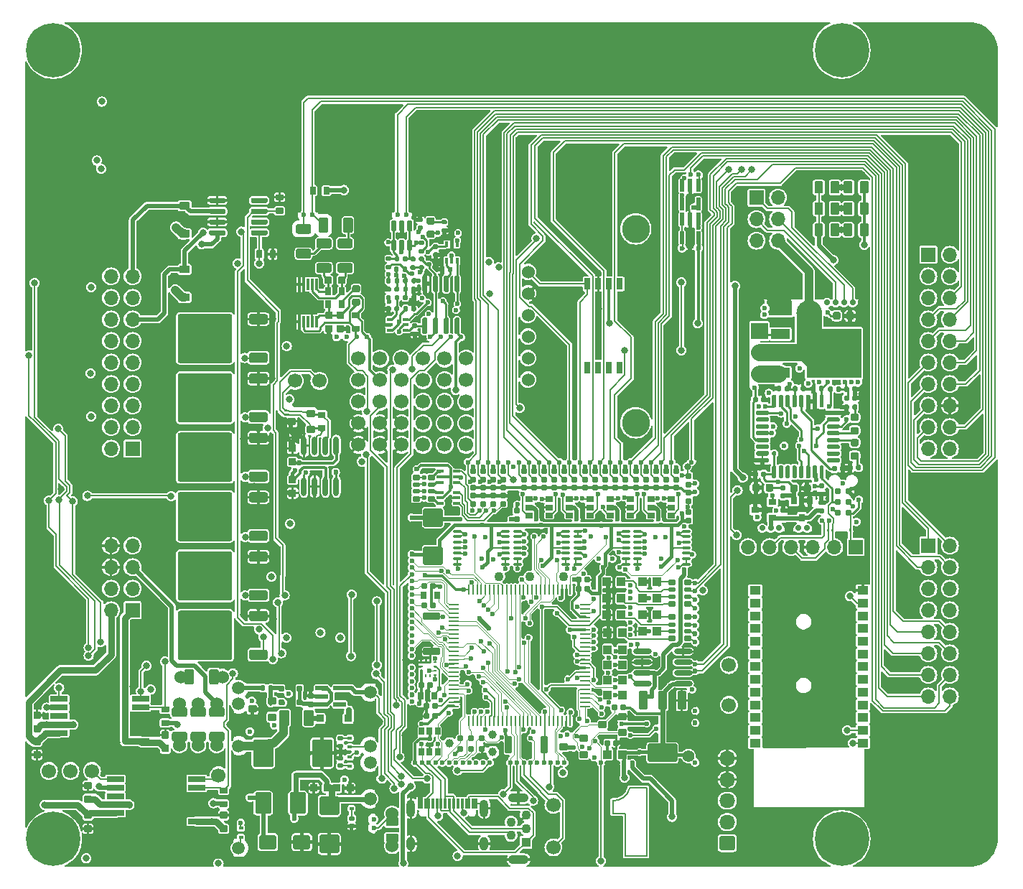
<source format=gtl>
G75*
G70*
%OFA0B0*%
%FSLAX25Y25*%
%IPPOS*%
%LPD*%
%AMOC8*
5,1,8,0,0,1.08239X$1,22.5*
%
%AMM1*
21,1,0.086610,0.073230,0.000000,0.000000,270.000000*
21,1,0.069290,0.090550,0.000000,0.000000,270.000000*
1,1,0.017320,-0.036610,-0.034650*
1,1,0.017320,-0.036610,0.034650*
1,1,0.017320,0.036610,0.034650*
1,1,0.017320,0.036610,-0.034650*
%
%AMM10*
21,1,0.015750,0.016540,0.000000,0.000000,270.000000*
21,1,0.012600,0.019680,0.000000,0.000000,270.000000*
1,1,0.003150,-0.008270,-0.006300*
1,1,0.003150,-0.008270,0.006300*
1,1,0.003150,0.008270,0.006300*
1,1,0.003150,0.008270,-0.006300*
%
%AMM11*
21,1,0.023620,0.018900,0.000000,0.000000,90.000000*
21,1,0.018900,0.023620,0.000000,0.000000,90.000000*
1,1,0.004720,0.009450,0.009450*
1,1,0.004720,0.009450,-0.009450*
1,1,0.004720,-0.009450,-0.009450*
1,1,0.004720,-0.009450,0.009450*
%
%AMM115*
21,1,0.021650,0.052760,0.000000,-0.000000,180.000000*
21,1,0.017320,0.057090,0.000000,-0.000000,180.000000*
1,1,0.004330,-0.008660,0.026380*
1,1,0.004330,0.008660,0.026380*
1,1,0.004330,0.008660,-0.026380*
1,1,0.004330,-0.008660,-0.026380*
%
%AMM12*
21,1,0.019680,0.019680,0.000000,0.000000,0.000000*
21,1,0.015750,0.023620,0.000000,0.000000,0.000000*
1,1,0.003940,0.007870,-0.009840*
1,1,0.003940,-0.007870,-0.009840*
1,1,0.003940,-0.007870,0.009840*
1,1,0.003940,0.007870,0.009840*
%
%AMM13*
21,1,0.019680,0.019680,0.000000,0.000000,270.000000*
21,1,0.015750,0.023620,0.000000,0.000000,270.000000*
1,1,0.003940,-0.009840,-0.007870*
1,1,0.003940,-0.009840,0.007870*
1,1,0.003940,0.009840,0.007870*
1,1,0.003940,0.009840,-0.007870*
%
%AMM183*
21,1,0.025590,0.026380,-0.000000,-0.000000,90.000000*
21,1,0.020470,0.031500,-0.000000,-0.000000,90.000000*
1,1,0.005120,0.013190,0.010240*
1,1,0.005120,0.013190,-0.010240*
1,1,0.005120,-0.013190,-0.010240*
1,1,0.005120,-0.013190,0.010240*
%
%AMM184*
21,1,0.017720,0.027950,-0.000000,-0.000000,90.000000*
21,1,0.014170,0.031500,-0.000000,-0.000000,90.000000*
1,1,0.003540,0.013980,0.007090*
1,1,0.003540,0.013980,-0.007090*
1,1,0.003540,-0.013980,-0.007090*
1,1,0.003540,-0.013980,0.007090*
%
%AMM185*
21,1,0.012600,0.028980,-0.000000,-0.000000,270.000000*
21,1,0.010080,0.031500,-0.000000,-0.000000,270.000000*
1,1,0.002520,-0.014490,-0.005040*
1,1,0.002520,-0.014490,0.005040*
1,1,0.002520,0.014490,0.005040*
1,1,0.002520,0.014490,-0.005040*
%
%AMM186*
21,1,0.023620,0.030710,-0.000000,-0.000000,0.000000*
21,1,0.018900,0.035430,-0.000000,-0.000000,0.000000*
1,1,0.004720,0.009450,-0.015350*
1,1,0.004720,-0.009450,-0.015350*
1,1,0.004720,-0.009450,0.015350*
1,1,0.004720,0.009450,0.015350*
%
%AMM187*
21,1,0.027560,0.018900,-0.000000,-0.000000,270.000000*
21,1,0.022840,0.023620,-0.000000,-0.000000,270.000000*
1,1,0.004720,-0.009450,-0.011420*
1,1,0.004720,-0.009450,0.011420*
1,1,0.004720,0.009450,0.011420*
1,1,0.004720,0.009450,-0.011420*
%
%AMM188*
21,1,0.031500,0.072440,-0.000000,-0.000000,270.000000*
21,1,0.025200,0.078740,-0.000000,-0.000000,270.000000*
1,1,0.006300,-0.036220,-0.012600*
1,1,0.006300,-0.036220,0.012600*
1,1,0.006300,0.036220,0.012600*
1,1,0.006300,0.036220,-0.012600*
%
%AMM189*
21,1,0.027560,0.018900,-0.000000,-0.000000,0.000000*
21,1,0.022840,0.023620,-0.000000,-0.000000,0.000000*
1,1,0.004720,0.011420,-0.009450*
1,1,0.004720,-0.011420,-0.009450*
1,1,0.004720,-0.011420,0.009450*
1,1,0.004720,0.011420,0.009450*
%
%AMM190*
21,1,0.023620,0.030710,-0.000000,-0.000000,90.000000*
21,1,0.018900,0.035430,-0.000000,-0.000000,90.000000*
1,1,0.004720,0.015350,0.009450*
1,1,0.004720,0.015350,-0.009450*
1,1,0.004720,-0.015350,-0.009450*
1,1,0.004720,-0.015350,0.009450*
%
%AMM191*
21,1,0.035430,0.030320,-0.000000,-0.000000,90.000000*
21,1,0.028350,0.037400,-0.000000,-0.000000,90.000000*
1,1,0.007090,0.015160,0.014170*
1,1,0.007090,0.015160,-0.014170*
1,1,0.007090,-0.015160,-0.014170*
1,1,0.007090,-0.015160,0.014170*
%
%AMM192*
21,1,0.043310,0.075980,-0.000000,-0.000000,180.000000*
21,1,0.034650,0.084650,-0.000000,-0.000000,180.000000*
1,1,0.008660,-0.017320,0.037990*
1,1,0.008660,0.017320,0.037990*
1,1,0.008660,0.017320,-0.037990*
1,1,0.008660,-0.017320,-0.037990*
%
%AMM193*
21,1,0.039370,0.035430,-0.000000,-0.000000,180.000000*
21,1,0.031500,0.043310,-0.000000,-0.000000,180.000000*
1,1,0.007870,-0.015750,0.017720*
1,1,0.007870,0.015750,0.017720*
1,1,0.007870,0.015750,-0.017720*
1,1,0.007870,-0.015750,-0.017720*
%
%AMM194*
21,1,0.027560,0.030710,-0.000000,-0.000000,180.000000*
21,1,0.022050,0.036220,-0.000000,-0.000000,180.000000*
1,1,0.005510,-0.011020,0.015350*
1,1,0.005510,0.011020,0.015350*
1,1,0.005510,0.011020,-0.015350*
1,1,0.005510,-0.011020,-0.015350*
%
%AMM195*
21,1,0.031500,0.072440,-0.000000,-0.000000,180.000000*
21,1,0.025200,0.078740,-0.000000,-0.000000,180.000000*
1,1,0.006300,-0.012600,0.036220*
1,1,0.006300,0.012600,0.036220*
1,1,0.006300,0.012600,-0.036220*
1,1,0.006300,-0.012600,-0.036220*
%
%AMM196*
21,1,0.137800,0.067720,-0.000000,-0.000000,180.000000*
21,1,0.120870,0.084650,-0.000000,-0.000000,180.000000*
1,1,0.016930,-0.060430,0.033860*
1,1,0.016930,0.060430,0.033860*
1,1,0.016930,0.060430,-0.033860*
1,1,0.016930,-0.060430,-0.033860*
%
%AMM197*
21,1,0.043310,0.075990,-0.000000,-0.000000,180.000000*
21,1,0.034650,0.084650,-0.000000,-0.000000,180.000000*
1,1,0.008660,-0.017320,0.037990*
1,1,0.008660,0.017320,0.037990*
1,1,0.008660,0.017320,-0.037990*
1,1,0.008660,-0.017320,-0.037990*
%
%AMM198*
21,1,0.086610,0.073230,-0.000000,-0.000000,270.000000*
21,1,0.069290,0.090550,-0.000000,-0.000000,270.000000*
1,1,0.017320,-0.036610,-0.034650*
1,1,0.017320,-0.036610,0.034650*
1,1,0.017320,0.036610,0.034650*
1,1,0.017320,0.036610,-0.034650*
%
%AMM2*
21,1,0.094490,0.111020,0.000000,0.000000,0.000000*
21,1,0.075590,0.129920,0.000000,0.000000,0.000000*
1,1,0.018900,0.037800,-0.055510*
1,1,0.018900,-0.037800,-0.055510*
1,1,0.018900,-0.037800,0.055510*
1,1,0.018900,0.037800,0.055510*
%
%AMM249*
21,1,0.035430,0.030320,0.000000,-0.000000,90.000000*
21,1,0.028350,0.037400,0.000000,-0.000000,90.000000*
1,1,0.007090,0.015160,0.014170*
1,1,0.007090,0.015160,-0.014170*
1,1,0.007090,-0.015160,-0.014170*
1,1,0.007090,-0.015160,0.014170*
%
%AMM250*
21,1,0.033470,0.026770,0.000000,-0.000000,270.000000*
21,1,0.026770,0.033470,0.000000,-0.000000,270.000000*
1,1,0.006690,-0.013390,-0.013390*
1,1,0.006690,-0.013390,0.013390*
1,1,0.006690,0.013390,0.013390*
1,1,0.006690,0.013390,-0.013390*
%
%AMM251*
21,1,0.027560,0.030710,0.000000,-0.000000,90.000000*
21,1,0.022050,0.036220,0.000000,-0.000000,90.000000*
1,1,0.005510,0.015350,0.011020*
1,1,0.005510,0.015350,-0.011020*
1,1,0.005510,-0.015350,-0.011020*
1,1,0.005510,-0.015350,0.011020*
%
%AMM3*
21,1,0.074800,0.083460,0.000000,0.000000,0.000000*
21,1,0.059840,0.098430,0.000000,0.000000,0.000000*
1,1,0.014960,0.029920,-0.041730*
1,1,0.014960,-0.029920,-0.041730*
1,1,0.014960,-0.029920,0.041730*
1,1,0.014960,0.029920,0.041730*
%
%AMM4*
21,1,0.078740,0.053540,0.000000,0.000000,180.000000*
21,1,0.065350,0.066930,0.000000,0.000000,180.000000*
1,1,0.013390,-0.032680,0.026770*
1,1,0.013390,0.032680,0.026770*
1,1,0.013390,0.032680,-0.026770*
1,1,0.013390,-0.032680,-0.026770*
%
%AMM5*
21,1,0.035430,0.030320,0.000000,0.000000,90.000000*
21,1,0.028350,0.037400,0.000000,0.000000,90.000000*
1,1,0.007090,0.015160,0.014170*
1,1,0.007090,0.015160,-0.014170*
1,1,0.007090,-0.015160,-0.014170*
1,1,0.007090,-0.015160,0.014170*
%
%AMM6*
21,1,0.021650,0.052760,0.000000,0.000000,270.000000*
21,1,0.017320,0.057090,0.000000,0.000000,270.000000*
1,1,0.004330,-0.026380,-0.008660*
1,1,0.004330,-0.026380,0.008660*
1,1,0.004330,0.026380,0.008660*
1,1,0.004330,0.026380,-0.008660*
%
%AMM7*
21,1,0.035830,0.026770,0.000000,0.000000,0.000000*
21,1,0.029130,0.033470,0.000000,0.000000,0.000000*
1,1,0.006690,0.014570,-0.013390*
1,1,0.006690,-0.014570,-0.013390*
1,1,0.006690,-0.014570,0.013390*
1,1,0.006690,0.014570,0.013390*
%
%AMM8*
21,1,0.070870,0.036220,0.000000,0.000000,90.000000*
21,1,0.061810,0.045280,0.000000,0.000000,90.000000*
1,1,0.009060,0.018110,0.030910*
1,1,0.009060,0.018110,-0.030910*
1,1,0.009060,-0.018110,-0.030910*
1,1,0.009060,-0.018110,0.030910*
%
%AMM9*
21,1,0.033470,0.026770,0.000000,0.000000,0.000000*
21,1,0.026770,0.033470,0.000000,0.000000,0.000000*
1,1,0.006690,0.013390,-0.013390*
1,1,0.006690,-0.013390,-0.013390*
1,1,0.006690,-0.013390,0.013390*
1,1,0.006690,0.013390,0.013390*
%
%ADD10C,0.00787*%
%ADD100C,0.01968*%
%ADD101C,0.01575*%
%ADD102M1*%
%ADD103M2*%
%ADD104M3*%
%ADD105M4*%
%ADD106M5*%
%ADD107M6*%
%ADD108M7*%
%ADD109M8*%
%ADD11C,0.06693*%
%ADD110M9*%
%ADD111M10*%
%ADD112M11*%
%ADD113M12*%
%ADD114M13*%
%ADD115O,0.00787X0.40158*%
%ADD12C,0.02756*%
%ADD13C,0.11811*%
%ADD14R,0.11811X0.00984*%
%ADD146C,0.01850*%
%ADD15R,0.04331X0.00984*%
%ADD152R,0.02559X0.01575*%
%ADD153R,0.01575X0.02559*%
%ADD156R,0.03543X0.03150*%
%ADD158C,0.05118*%
%ADD16R,0.03858X0.00984*%
%ADD160R,0.03150X0.03543*%
%ADD168C,0.03100*%
%ADD17R,0.05709X0.00984*%
%ADD171C,0.03900*%
%ADD18R,0.00984X1.08661*%
%ADD180O,0.04724X0.00866*%
%ADD181O,0.00866X0.04724*%
%ADD182O,0.04331X0.01181*%
%ADD185R,0.01378X0.00984*%
%ADD186R,0.00984X0.01378*%
%ADD19R,0.07677X0.00984*%
%ADD191O,0.08661X0.02362*%
%ADD199C,0.00492*%
%ADD20R,0.03740X0.00984*%
%ADD200C,0.01260*%
%ADD201C,0.05512*%
%ADD21R,0.06693X0.06693*%
%ADD22O,0.06693X0.06693*%
%ADD23C,0.03150*%
%ADD24C,0.25197*%
%ADD25C,0.06000*%
%ADD26O,0.07283X0.06693*%
%ADD265O,0.01968X0.00984*%
%ADD266O,0.00984X0.01968*%
%ADD27C,0.02362*%
%ADD28R,0.24350X0.00984*%
%ADD29R,0.04390X0.00984*%
%ADD296M115*%
%ADD30R,0.00984X0.56201*%
%ADD306R,0.01181X0.05512*%
%ADD307R,0.08661X0.04724*%
%ADD308R,0.25197X0.22835*%
%ADD309R,0.07874X0.07500*%
%ADD31R,0.00984X0.59449*%
%ADD310O,0.07874X0.07500*%
%ADD32R,0.20374X0.00984*%
%ADD33R,0.04331X0.04331*%
%ADD334O,0.02362X0.08661*%
%ADD34C,0.04331*%
%ADD35O,0.09449X0.04331*%
%ADD36O,0.04823X0.00787*%
%ADD37O,0.00787X0.36614*%
%ADD38C,0.05906*%
%ADD39O,0.00787X0.12992*%
%ADD392M183*%
%ADD393M184*%
%ADD394M185*%
%ADD395M186*%
%ADD396M187*%
%ADD397M188*%
%ADD398M189*%
%ADD399M190*%
%ADD40O,0.00787X0.40157*%
%ADD400M191*%
%ADD401M192*%
%ADD402M193*%
%ADD403M194*%
%ADD404M195*%
%ADD405M196*%
%ADD406M197*%
%ADD407M198*%
%ADD41O,0.00787X0.01181*%
%ADD42O,0.66929X0.00787*%
%ADD43O,0.60630X0.00787*%
%ADD44O,0.00787X0.18898*%
%ADD45O,0.00787X0.10236*%
%ADD459M249*%
%ADD46O,0.00787X0.03937*%
%ADD460M250*%
%ADD461M251*%
%ADD47O,0.00787X0.05906*%
%ADD48O,0.22323X0.00787*%
%ADD49O,0.00787X0.43701*%
%ADD50O,0.01575X0.38583*%
%ADD51O,0.00984X0.01969*%
%ADD52O,0.26772X0.00787*%
%ADD53O,0.01969X0.00984*%
%ADD54R,0.05118X0.03937*%
%ADD55R,0.07874X0.02559*%
%ADD56R,0.17717X0.31890*%
%ADD57R,0.00787X0.14567*%
%ADD58R,0.00787X0.01575*%
%ADD59R,0.00787X0.06299*%
%ADD60R,0.00787X0.38189*%
%ADD61R,0.00787X0.09055*%
%ADD62R,0.05512X0.00787*%
%ADD63R,0.25197X0.00787*%
%ADD64R,0.06693X0.00787*%
%ADD65R,0.12992X0.00787*%
%ADD66R,0.00787X0.27559*%
%ADD67R,0.00787X0.12992*%
%ADD68R,0.00787X0.24803*%
%ADD69R,0.01181X0.04528*%
%ADD70O,0.03937X0.08268*%
%ADD71O,0.03937X0.06299*%
%ADD72C,0.13000*%
%ADD73R,0.02717X0.05315*%
%ADD74C,0.01181*%
%ADD75C,0.03937*%
%ADD76C,0.01969*%
%ADD77C,0.00591*%
%ADD85C,0.00984*%
%ADD87C,0.00800*%
%ADD97C,0.07874*%
X0000000Y0000000D02*
%LPD*%
G01*
D10*
X0273622Y0025649D02*
X0273622Y0031554D01*
X0273622Y0025649D02*
X0279528Y0025649D01*
X0279528Y0025649D02*
X0279528Y0005964D01*
X0279528Y0005964D02*
X0289370Y0005964D01*
X0289370Y0037460D02*
X0281496Y0037460D01*
X0289370Y0005964D02*
X0289370Y0037460D01*
X0281496Y0037460D02*
G75*
G02*
X0273622Y0031554I-007565J0001885D01*
G01*
G36*
G01*
X0380883Y0294119D02*
X0380883Y0299040D01*
G75*
G02*
X0381277Y0299434I0000394J0000000D01*
G01*
X0384427Y0299434D01*
G75*
G02*
X0384820Y0299040I0000000J-000394D01*
G01*
X0384820Y0294119D01*
G75*
G02*
X0384427Y0293725I-000394J0000000D01*
G01*
X0381277Y0293725D01*
G75*
G02*
X0380883Y0294119I0000000J0000394D01*
G01*
G37*
G36*
G01*
X0388364Y0294119D02*
X0388364Y0299040D01*
G75*
G02*
X0388757Y0299434I0000394J0000000D01*
G01*
X0391907Y0299434D01*
G75*
G02*
X0392301Y0299040I0000000J-000394D01*
G01*
X0392301Y0294119D01*
G75*
G02*
X0391907Y0293725I-000394J0000000D01*
G01*
X0388757Y0293725D01*
G75*
G02*
X0388364Y0294119I0000000J0000394D01*
G01*
G37*
G36*
G01*
X0113287Y0295767D02*
X0113287Y0294586D01*
G75*
G02*
X0112697Y0293995I-000591J0000000D01*
G01*
X0106201Y0293995D01*
G75*
G02*
X0105610Y0294586I0000000J0000591D01*
G01*
X0105610Y0295767D01*
G75*
G02*
X0106201Y0296357I0000591J0000000D01*
G01*
X0112697Y0296357D01*
G75*
G02*
X0113287Y0295767I0000000J-000591D01*
G01*
G37*
G36*
G01*
X0113287Y0300767D02*
X0113287Y0299586D01*
G75*
G02*
X0112697Y0298995I-000591J0000000D01*
G01*
X0106201Y0298995D01*
G75*
G02*
X0105610Y0299586I0000000J0000591D01*
G01*
X0105610Y0300767D01*
G75*
G02*
X0106201Y0301357I0000591J0000000D01*
G01*
X0112697Y0301357D01*
G75*
G02*
X0113287Y0300767I0000000J-000591D01*
G01*
G37*
G36*
G01*
X0113287Y0305767D02*
X0113287Y0304586D01*
G75*
G02*
X0112697Y0303995I-000591J0000000D01*
G01*
X0106201Y0303995D01*
G75*
G02*
X0105610Y0304586I0000000J0000591D01*
G01*
X0105610Y0305767D01*
G75*
G02*
X0106201Y0306357I0000591J0000000D01*
G01*
X0112697Y0306357D01*
G75*
G02*
X0113287Y0305767I0000000J-000591D01*
G01*
G37*
G36*
G01*
X0113287Y0310767D02*
X0113287Y0309586D01*
G75*
G02*
X0112697Y0308995I-000591J0000000D01*
G01*
X0106201Y0308995D01*
G75*
G02*
X0105610Y0309586I0000000J0000591D01*
G01*
X0105610Y0310767D01*
G75*
G02*
X0106201Y0311357I0000591J0000000D01*
G01*
X0112697Y0311357D01*
G75*
G02*
X0113287Y0310767I0000000J-000591D01*
G01*
G37*
G36*
G01*
X0093799Y0310767D02*
X0093799Y0309586D01*
G75*
G02*
X0093209Y0308995I-000591J0000000D01*
G01*
X0086713Y0308995D01*
G75*
G02*
X0086122Y0309586I0000000J0000591D01*
G01*
X0086122Y0310767D01*
G75*
G02*
X0086713Y0311357I0000591J0000000D01*
G01*
X0093209Y0311357D01*
G75*
G02*
X0093799Y0310767I0000000J-000591D01*
G01*
G37*
G36*
G01*
X0093799Y0305767D02*
X0093799Y0304586D01*
G75*
G02*
X0093209Y0303995I-000591J0000000D01*
G01*
X0086713Y0303995D01*
G75*
G02*
X0086122Y0304586I0000000J0000591D01*
G01*
X0086122Y0305767D01*
G75*
G02*
X0086713Y0306357I0000591J0000000D01*
G01*
X0093209Y0306357D01*
G75*
G02*
X0093799Y0305767I0000000J-000591D01*
G01*
G37*
G36*
G01*
X0093799Y0300767D02*
X0093799Y0299586D01*
G75*
G02*
X0093209Y0298995I-000591J0000000D01*
G01*
X0086713Y0298995D01*
G75*
G02*
X0086122Y0299586I0000000J0000591D01*
G01*
X0086122Y0300767D01*
G75*
G02*
X0086713Y0301357I0000591J0000000D01*
G01*
X0093209Y0301357D01*
G75*
G02*
X0093799Y0300767I0000000J-000591D01*
G01*
G37*
G36*
G01*
X0093799Y0295767D02*
X0093799Y0294586D01*
G75*
G02*
X0093209Y0293995I-000591J0000000D01*
G01*
X0086713Y0293995D01*
G75*
G02*
X0086122Y0294586I0000000J0000591D01*
G01*
X0086122Y0295767D01*
G75*
G02*
X0086713Y0296357I0000591J0000000D01*
G01*
X0093209Y0296357D01*
G75*
G02*
X0093799Y0295767I0000000J-000591D01*
G01*
G37*
G36*
G01*
X0028583Y0040275D02*
X0031260Y0040275D01*
G75*
G02*
X0031594Y0039940I0000000J-000335D01*
G01*
X0031594Y0037263D01*
G75*
G02*
X0031260Y0036928I-000335J0000000D01*
G01*
X0028583Y0036928D01*
G75*
G02*
X0028248Y0037263I0000000J0000335D01*
G01*
X0028248Y0039940D01*
G75*
G02*
X0028583Y0040275I0000335J0000000D01*
G01*
G37*
G36*
G01*
X0028583Y0034054D02*
X0031260Y0034054D01*
G75*
G02*
X0031594Y0033719I0000000J-000335D01*
G01*
X0031594Y0031042D01*
G75*
G02*
X0031260Y0030708I-000335J0000000D01*
G01*
X0028583Y0030708D01*
G75*
G02*
X0028248Y0031042I0000000J0000335D01*
G01*
X0028248Y0033719D01*
G75*
G02*
X0028583Y0034054I0000335J0000000D01*
G01*
G37*
G36*
G01*
X0380883Y0303961D02*
X0380883Y0308882D01*
G75*
G02*
X0381277Y0309276I0000394J0000000D01*
G01*
X0384427Y0309276D01*
G75*
G02*
X0384820Y0308882I0000000J-000394D01*
G01*
X0384820Y0303961D01*
G75*
G02*
X0384427Y0303567I-000394J0000000D01*
G01*
X0381277Y0303567D01*
G75*
G02*
X0380883Y0303961I0000000J0000394D01*
G01*
G37*
G36*
G01*
X0388364Y0303961D02*
X0388364Y0308882D01*
G75*
G02*
X0388757Y0309276I0000394J0000000D01*
G01*
X0391907Y0309276D01*
G75*
G02*
X0392301Y0308882I0000000J-000394D01*
G01*
X0392301Y0303961D01*
G75*
G02*
X0391907Y0303567I-000394J0000000D01*
G01*
X0388757Y0303567D01*
G75*
G02*
X0388364Y0303961I0000000J0000394D01*
G01*
G37*
G36*
G01*
X0113386Y0155845D02*
X0113386Y0153089D01*
G75*
G02*
X0112402Y0152105I-000984J0000000D01*
G01*
X0105709Y0152105D01*
G75*
G02*
X0104724Y0153089I0000000J0000984D01*
G01*
X0104724Y0155845D01*
G75*
G02*
X0105709Y0156830I0000984J0000000D01*
G01*
X0112402Y0156830D01*
G75*
G02*
X0113386Y0155845I0000000J-000984D01*
G01*
G37*
G36*
G01*
X0096850Y0161869D02*
X0096850Y0153011D01*
G75*
G02*
X0095866Y0152027I-000984J0000000D01*
G01*
X0085827Y0152027D01*
G75*
G02*
X0084843Y0153011I0000000J0000984D01*
G01*
X0084843Y0161869D01*
G75*
G02*
X0085827Y0162853I0000984J0000000D01*
G01*
X0095866Y0162853D01*
G75*
G02*
X0096850Y0161869I0000000J-000984D01*
G01*
G37*
G36*
G01*
X0096850Y0173877D02*
X0096850Y0165019D01*
G75*
G02*
X0095866Y0164034I-000984J0000000D01*
G01*
X0085827Y0164034D01*
G75*
G02*
X0084843Y0165019I0000000J0000984D01*
G01*
X0084843Y0173877D01*
G75*
G02*
X0085827Y0174861I0000984J0000000D01*
G01*
X0095866Y0174861D01*
G75*
G02*
X0096850Y0173877I0000000J-000984D01*
G01*
G37*
G36*
G01*
X0096850Y0173877D02*
X0096850Y0153011D01*
G75*
G02*
X0095866Y0152027I-000984J0000000D01*
G01*
X0072638Y0152027D01*
G75*
G02*
X0071654Y0153011I0000000J0000984D01*
G01*
X0071654Y0173877D01*
G75*
G02*
X0072638Y0174861I0000984J0000000D01*
G01*
X0095866Y0174861D01*
G75*
G02*
X0096850Y0173877I0000000J-000984D01*
G01*
G37*
G36*
G01*
X0083661Y0161869D02*
X0083661Y0153011D01*
G75*
G02*
X0082677Y0152027I-000984J0000000D01*
G01*
X0072638Y0152027D01*
G75*
G02*
X0071654Y0153011I0000000J0000984D01*
G01*
X0071654Y0161869D01*
G75*
G02*
X0072638Y0162853I0000984J0000000D01*
G01*
X0082677Y0162853D01*
G75*
G02*
X0083661Y0161869I0000000J-000984D01*
G01*
G37*
G36*
G01*
X0083661Y0173877D02*
X0083661Y0165019D01*
G75*
G02*
X0082677Y0164034I-000984J0000000D01*
G01*
X0072638Y0164034D01*
G75*
G02*
X0071654Y0165019I0000000J0000984D01*
G01*
X0071654Y0173877D01*
G75*
G02*
X0072638Y0174861I0000984J0000000D01*
G01*
X0082677Y0174861D01*
G75*
G02*
X0083661Y0173877I0000000J-000984D01*
G01*
G37*
G36*
G01*
X0113386Y0173798D02*
X0113386Y0171042D01*
G75*
G02*
X0112402Y0170058I-000984J0000000D01*
G01*
X0105709Y0170058D01*
G75*
G02*
X0104724Y0171042I0000000J0000984D01*
G01*
X0104724Y0173798D01*
G75*
G02*
X0105709Y0174782I0000984J0000000D01*
G01*
X0112402Y0174782D01*
G75*
G02*
X0113386Y0173798I0000000J-000984D01*
G01*
G37*
D11*
X0327559Y0076042D03*
D12*
X0384941Y0262853D03*
X0373130Y0262853D03*
X0377067Y0262853D03*
X0381004Y0262853D03*
D13*
X0364665Y0257932D03*
D14*
X0350886Y0264330D03*
D15*
X0338287Y0156652D03*
D16*
X0355374Y0156652D03*
X0368366Y0156652D03*
D17*
X0388386Y0156652D03*
D18*
X0336614Y0210491D03*
X0390748Y0210491D03*
D19*
X0339961Y0264330D03*
D20*
X0389370Y0264330D03*
G36*
G01*
X0340650Y0193759D02*
X0345571Y0193759D01*
G75*
G02*
X0346063Y0193267I0000000J-000492D01*
G01*
X0346063Y0192282D01*
G75*
G02*
X0345571Y0191790I-000492J0000000D01*
G01*
X0340650Y0191790D01*
G75*
G02*
X0340157Y0192282I0000000J0000492D01*
G01*
X0340157Y0193267D01*
G75*
G02*
X0340650Y0193759I0000492J0000000D01*
G01*
G37*
G36*
G01*
X0351181Y0187164D02*
X0352165Y0187164D01*
G75*
G02*
X0352657Y0186672I0000000J-000492D01*
G01*
X0352657Y0181751D01*
G75*
G02*
X0352165Y0181259I-000492J0000000D01*
G01*
X0351181Y0181259D01*
G75*
G02*
X0350689Y0181751I0000000J0000492D01*
G01*
X0350689Y0186672D01*
G75*
G02*
X0351181Y0187164I0000492J0000000D01*
G01*
G37*
G36*
G01*
X0340650Y0190609D02*
X0345571Y0190609D01*
G75*
G02*
X0346063Y0190117I0000000J-000492D01*
G01*
X0346063Y0189133D01*
G75*
G02*
X0345571Y0188641I-000492J0000000D01*
G01*
X0340650Y0188641D01*
G75*
G02*
X0340157Y0189133I0000000J0000492D01*
G01*
X0340157Y0190117D01*
G75*
G02*
X0340650Y0190609I0000492J0000000D01*
G01*
G37*
G36*
G01*
X0350689Y0189330D02*
X0350689Y0190314D01*
G75*
G02*
X0351181Y0190806I0000492J0000000D01*
G01*
X0352165Y0190806D01*
G75*
G02*
X0352657Y0190314I0000000J-000492D01*
G01*
X0352657Y0189330D01*
G75*
G02*
X0352165Y0188838I-000492J0000000D01*
G01*
X0351181Y0188838D01*
G75*
G02*
X0350689Y0189330I0000000J0000492D01*
G01*
G37*
G36*
G01*
X0348031Y0193759D02*
X0349016Y0193759D01*
G75*
G02*
X0349508Y0193267I0000000J-000492D01*
G01*
X0349508Y0192282D01*
G75*
G02*
X0349016Y0191790I-000492J0000000D01*
G01*
X0348031Y0191790D01*
G75*
G02*
X0347539Y0192282I0000000J0000492D01*
G01*
X0347539Y0193267D01*
G75*
G02*
X0348031Y0193759I0000492J0000000D01*
G01*
G37*
G36*
G01*
X0348031Y0187164D02*
X0349016Y0187164D01*
G75*
G02*
X0349508Y0186672I0000000J-000492D01*
G01*
X0349508Y0181751D01*
G75*
G02*
X0349016Y0181259I-000492J0000000D01*
G01*
X0348031Y0181259D01*
G75*
G02*
X0347539Y0181751I0000000J0000492D01*
G01*
X0347539Y0186672D01*
G75*
G02*
X0348031Y0187164I0000492J0000000D01*
G01*
G37*
D12*
X0346949Y0158164D03*
X0350886Y0158164D03*
X0363862Y0158164D03*
X0359862Y0158164D03*
G36*
G01*
X0371752Y0156160D02*
X0371752Y0156160D01*
G75*
G02*
X0371260Y0156652I0000000J0000492D01*
G01*
X0371260Y0157637D01*
G75*
G02*
X0371752Y0158129I0000492J0000000D01*
G01*
X0371752Y0158129D01*
G75*
G02*
X0372244Y0157637I0000000J-000492D01*
G01*
X0372244Y0156652D01*
G75*
G02*
X0371752Y0156160I-000492J0000000D01*
G01*
G37*
G36*
G01*
X0373720Y0156160D02*
X0373720Y0156160D01*
G75*
G02*
X0373228Y0156652I0000000J0000492D01*
G01*
X0373228Y0157637D01*
G75*
G02*
X0373720Y0158129I0000492J0000000D01*
G01*
X0373720Y0158129D01*
G75*
G02*
X0374213Y0157637I0000000J-000492D01*
G01*
X0374213Y0156652D01*
G75*
G02*
X0373720Y0156160I-000492J0000000D01*
G01*
G37*
G36*
G01*
X0375689Y0156160D02*
X0375689Y0156160D01*
G75*
G02*
X0375197Y0156652I0000000J0000492D01*
G01*
X0375197Y0157637D01*
G75*
G02*
X0375689Y0158129I0000492J0000000D01*
G01*
X0375689Y0158129D01*
G75*
G02*
X0376181Y0157637I0000000J-000492D01*
G01*
X0376181Y0156652D01*
G75*
G02*
X0375689Y0156160I-000492J0000000D01*
G01*
G37*
G36*
G01*
X0383957Y0156160D02*
X0383957Y0156160D01*
G75*
G02*
X0383465Y0156652I0000000J0000492D01*
G01*
X0383465Y0157637D01*
G75*
G02*
X0383957Y0158129I0000492J0000000D01*
G01*
X0383957Y0158129D01*
G75*
G02*
X0384449Y0157637I0000000J-000492D01*
G01*
X0384449Y0156652D01*
G75*
G02*
X0383957Y0156160I-000492J0000000D01*
G01*
G37*
X0343012Y0158164D03*
G36*
G01*
X0113386Y0238523D02*
X0113386Y0235767D01*
G75*
G02*
X0112402Y0234782I-000984J0000000D01*
G01*
X0105709Y0234782D01*
G75*
G02*
X0104724Y0235767I0000000J0000984D01*
G01*
X0104724Y0238523D01*
G75*
G02*
X0105709Y0239507I0000984J0000000D01*
G01*
X0112402Y0239507D01*
G75*
G02*
X0113386Y0238523I0000000J-000984D01*
G01*
G37*
G36*
G01*
X0096850Y0244546D02*
X0096850Y0235688D01*
G75*
G02*
X0095866Y0234704I-000984J0000000D01*
G01*
X0085827Y0234704D01*
G75*
G02*
X0084843Y0235688I0000000J0000984D01*
G01*
X0084843Y0244546D01*
G75*
G02*
X0085827Y0245530I0000984J0000000D01*
G01*
X0095866Y0245530D01*
G75*
G02*
X0096850Y0244546I0000000J-000984D01*
G01*
G37*
G36*
G01*
X0096850Y0256554D02*
X0096850Y0247696D01*
G75*
G02*
X0095866Y0246712I-000984J0000000D01*
G01*
X0085827Y0246712D01*
G75*
G02*
X0084843Y0247696I0000000J0000984D01*
G01*
X0084843Y0256554D01*
G75*
G02*
X0085827Y0257538I0000984J0000000D01*
G01*
X0095866Y0257538D01*
G75*
G02*
X0096850Y0256554I0000000J-000984D01*
G01*
G37*
G36*
G01*
X0096850Y0256554D02*
X0096850Y0235688D01*
G75*
G02*
X0095866Y0234704I-000984J0000000D01*
G01*
X0072638Y0234704D01*
G75*
G02*
X0071654Y0235688I0000000J0000984D01*
G01*
X0071654Y0256554D01*
G75*
G02*
X0072638Y0257538I0000984J0000000D01*
G01*
X0095866Y0257538D01*
G75*
G02*
X0096850Y0256554I0000000J-000984D01*
G01*
G37*
G36*
G01*
X0083661Y0244546D02*
X0083661Y0235688D01*
G75*
G02*
X0082677Y0234704I-000984J0000000D01*
G01*
X0072638Y0234704D01*
G75*
G02*
X0071654Y0235688I0000000J0000984D01*
G01*
X0071654Y0244546D01*
G75*
G02*
X0072638Y0245530I0000984J0000000D01*
G01*
X0082677Y0245530D01*
G75*
G02*
X0083661Y0244546I0000000J-000984D01*
G01*
G37*
G36*
G01*
X0083661Y0256554D02*
X0083661Y0247696D01*
G75*
G02*
X0082677Y0246712I-000984J0000000D01*
G01*
X0072638Y0246712D01*
G75*
G02*
X0071654Y0247696I0000000J0000984D01*
G01*
X0071654Y0256554D01*
G75*
G02*
X0072638Y0257538I0000984J0000000D01*
G01*
X0082677Y0257538D01*
G75*
G02*
X0083661Y0256554I0000000J-000984D01*
G01*
G37*
G36*
G01*
X0113386Y0256475D02*
X0113386Y0253719D01*
G75*
G02*
X0112402Y0252735I-000984J0000000D01*
G01*
X0105709Y0252735D01*
G75*
G02*
X0104724Y0253719I0000000J0000984D01*
G01*
X0104724Y0256475D01*
G75*
G02*
X0105709Y0257460I0000984J0000000D01*
G01*
X0112402Y0257460D01*
G75*
G02*
X0113386Y0256475I0000000J-000984D01*
G01*
G37*
G36*
G01*
X0113386Y0210964D02*
X0113386Y0208208D01*
G75*
G02*
X0112402Y0207223I-000984J0000000D01*
G01*
X0105709Y0207223D01*
G75*
G02*
X0104724Y0208208I0000000J0000984D01*
G01*
X0104724Y0210964D01*
G75*
G02*
X0105709Y0211948I0000984J0000000D01*
G01*
X0112402Y0211948D01*
G75*
G02*
X0113386Y0210964I0000000J-000984D01*
G01*
G37*
G36*
G01*
X0096850Y0216987D02*
X0096850Y0208129D01*
G75*
G02*
X0095866Y0207145I-000984J0000000D01*
G01*
X0085827Y0207145D01*
G75*
G02*
X0084843Y0208129I0000000J0000984D01*
G01*
X0084843Y0216987D01*
G75*
G02*
X0085827Y0217971I0000984J0000000D01*
G01*
X0095866Y0217971D01*
G75*
G02*
X0096850Y0216987I0000000J-000984D01*
G01*
G37*
G36*
G01*
X0096850Y0228995D02*
X0096850Y0220137D01*
G75*
G02*
X0095866Y0219152I-000984J0000000D01*
G01*
X0085827Y0219152D01*
G75*
G02*
X0084843Y0220137I0000000J0000984D01*
G01*
X0084843Y0228995D01*
G75*
G02*
X0085827Y0229979I0000984J0000000D01*
G01*
X0095866Y0229979D01*
G75*
G02*
X0096850Y0228995I0000000J-000984D01*
G01*
G37*
G36*
G01*
X0096850Y0228995D02*
X0096850Y0208129D01*
G75*
G02*
X0095866Y0207145I-000984J0000000D01*
G01*
X0072638Y0207145D01*
G75*
G02*
X0071654Y0208129I0000000J0000984D01*
G01*
X0071654Y0228995D01*
G75*
G02*
X0072638Y0229979I0000984J0000000D01*
G01*
X0095866Y0229979D01*
G75*
G02*
X0096850Y0228995I0000000J-000984D01*
G01*
G37*
G36*
G01*
X0083661Y0216987D02*
X0083661Y0208129D01*
G75*
G02*
X0082677Y0207145I-000984J0000000D01*
G01*
X0072638Y0207145D01*
G75*
G02*
X0071654Y0208129I0000000J0000984D01*
G01*
X0071654Y0216987D01*
G75*
G02*
X0072638Y0217971I0000984J0000000D01*
G01*
X0082677Y0217971D01*
G75*
G02*
X0083661Y0216987I0000000J-000984D01*
G01*
G37*
G36*
G01*
X0083661Y0228995D02*
X0083661Y0220137D01*
G75*
G02*
X0082677Y0219152I-000984J0000000D01*
G01*
X0072638Y0219152D01*
G75*
G02*
X0071654Y0220137I0000000J0000984D01*
G01*
X0071654Y0228995D01*
G75*
G02*
X0072638Y0229979I0000984J0000000D01*
G01*
X0082677Y0229979D01*
G75*
G02*
X0083661Y0228995I0000000J-000984D01*
G01*
G37*
G36*
G01*
X0113386Y0228916D02*
X0113386Y0226160D01*
G75*
G02*
X0112402Y0225176I-000984J0000000D01*
G01*
X0105709Y0225176D01*
G75*
G02*
X0104724Y0226160I0000000J0000984D01*
G01*
X0104724Y0228916D01*
G75*
G02*
X0105709Y0229901I0000984J0000000D01*
G01*
X0112402Y0229901D01*
G75*
G02*
X0113386Y0228916I0000000J-000984D01*
G01*
G37*
D11*
X0125984Y0226436D03*
G36*
G01*
X0091575Y0026495D02*
X0094252Y0026495D01*
G75*
G02*
X0094587Y0026160I0000000J-000335D01*
G01*
X0094587Y0023483D01*
G75*
G02*
X0094252Y0023149I-000335J0000000D01*
G01*
X0091575Y0023149D01*
G75*
G02*
X0091240Y0023483I0000000J0000335D01*
G01*
X0091240Y0026160D01*
G75*
G02*
X0091575Y0026495I0000335J0000000D01*
G01*
G37*
G36*
G01*
X0091575Y0020275D02*
X0094252Y0020275D01*
G75*
G02*
X0094587Y0019940I0000000J-000335D01*
G01*
X0094587Y0017263D01*
G75*
G02*
X0094252Y0016928I-000335J0000000D01*
G01*
X0091575Y0016928D01*
G75*
G02*
X0091240Y0017263I0000000J0000335D01*
G01*
X0091240Y0019940D01*
G75*
G02*
X0091575Y0020275I0000335J0000000D01*
G01*
G37*
G36*
G01*
X0142057Y0316259D02*
X0142057Y0313188D01*
G75*
G02*
X0141781Y0312912I-000276J0000000D01*
G01*
X0139577Y0312912D01*
G75*
G02*
X0139301Y0313188I0000000J0000276D01*
G01*
X0139301Y0316259D01*
G75*
G02*
X0139577Y0316534I0000276J0000000D01*
G01*
X0141781Y0316534D01*
G75*
G02*
X0142057Y0316259I0000000J-000276D01*
G01*
G37*
G36*
G01*
X0135758Y0316259D02*
X0135758Y0313188D01*
G75*
G02*
X0135482Y0312912I-000276J0000000D01*
G01*
X0133278Y0312912D01*
G75*
G02*
X0133002Y0313188I0000000J0000276D01*
G01*
X0133002Y0316259D01*
G75*
G02*
X0133278Y0316534I0000276J0000000D01*
G01*
X0135482Y0316534D01*
G75*
G02*
X0135758Y0316259I0000000J-000276D01*
G01*
G37*
X0137402Y0226436D03*
D21*
X0420150Y0284979D03*
D22*
X0430150Y0284979D03*
X0420150Y0274979D03*
X0430150Y0274979D03*
X0420150Y0264979D03*
X0430150Y0264979D03*
X0420150Y0254979D03*
X0430150Y0254979D03*
X0420150Y0244979D03*
X0430150Y0244979D03*
X0420150Y0234979D03*
X0430150Y0234979D03*
X0420150Y0224979D03*
X0430150Y0224979D03*
X0420150Y0214979D03*
X0430150Y0214979D03*
X0420150Y0204979D03*
X0430150Y0204979D03*
X0420150Y0194979D03*
X0430150Y0194979D03*
G36*
G01*
X0064508Y0063739D02*
X0067185Y0063739D01*
G75*
G02*
X0067520Y0063404I0000000J-000335D01*
G01*
X0067520Y0060727D01*
G75*
G02*
X0067185Y0060393I-000335J0000000D01*
G01*
X0064508Y0060393D01*
G75*
G02*
X0064173Y0060727I0000000J0000335D01*
G01*
X0064173Y0063404D01*
G75*
G02*
X0064508Y0063739I0000335J0000000D01*
G01*
G37*
G36*
G01*
X0064508Y0057519D02*
X0067185Y0057519D01*
G75*
G02*
X0067520Y0057184I0000000J-000335D01*
G01*
X0067520Y0054507D01*
G75*
G02*
X0067185Y0054172I-000335J0000000D01*
G01*
X0064508Y0054172D01*
G75*
G02*
X0064173Y0054507I0000000J0000335D01*
G01*
X0064173Y0057184D01*
G75*
G02*
X0064508Y0057519I0000335J0000000D01*
G01*
G37*
D11*
X0021811Y0045334D03*
D23*
X0004331Y0379979D03*
X0007098Y0386661D03*
X0007098Y0373298D03*
X0013780Y0389428D03*
D24*
X0013780Y0379979D03*
D23*
X0013780Y0370530D03*
X0020461Y0386661D03*
X0020461Y0373298D03*
X0023228Y0379979D03*
X0370472Y0379979D03*
X0373240Y0386661D03*
X0373240Y0373298D03*
X0379921Y0389428D03*
D24*
X0379921Y0379979D03*
D23*
X0379921Y0370530D03*
X0386603Y0386661D03*
X0386603Y0373298D03*
X0389370Y0379979D03*
D25*
X0072441Y0076633D03*
G36*
G01*
X0068898Y0071338D02*
X0068898Y0074054D01*
G75*
G02*
X0069803Y0074960I0000906J0000000D01*
G01*
X0075079Y0074960D01*
G75*
G02*
X0075984Y0074054I0000000J-000906D01*
G01*
X0075984Y0071338D01*
G75*
G02*
X0075079Y0070432I-000906J0000000D01*
G01*
X0069803Y0070432D01*
G75*
G02*
X0068898Y0071338I0000000J0000906D01*
G01*
G37*
G36*
G01*
X0068898Y0059920D02*
X0068898Y0062637D01*
G75*
G02*
X0069803Y0063542I0000906J0000000D01*
G01*
X0075079Y0063542D01*
G75*
G02*
X0075984Y0062637I0000000J-000906D01*
G01*
X0075984Y0059920D01*
G75*
G02*
X0075079Y0059015I-000906J0000000D01*
G01*
X0069803Y0059015D01*
G75*
G02*
X0068898Y0059920I0000000J0000906D01*
G01*
G37*
X0072441Y0057341D03*
G36*
G01*
X0367301Y0294119D02*
X0367301Y0299040D01*
G75*
G02*
X0367694Y0299434I0000394J0000000D01*
G01*
X0370844Y0299434D01*
G75*
G02*
X0371238Y0299040I0000000J-000394D01*
G01*
X0371238Y0294119D01*
G75*
G02*
X0370844Y0293725I-000394J0000000D01*
G01*
X0367694Y0293725D01*
G75*
G02*
X0367301Y0294119I0000000J0000394D01*
G01*
G37*
G36*
G01*
X0374781Y0294119D02*
X0374781Y0299040D01*
G75*
G02*
X0375175Y0299434I0000394J0000000D01*
G01*
X0378324Y0299434D01*
G75*
G02*
X0378718Y0299040I0000000J-000394D01*
G01*
X0378718Y0294119D01*
G75*
G02*
X0378324Y0293725I-000394J0000000D01*
G01*
X0375175Y0293725D01*
G75*
G02*
X0374781Y0294119I0000000J0000394D01*
G01*
G37*
G36*
G01*
X0004961Y0072952D02*
X0007638Y0072952D01*
G75*
G02*
X0007972Y0072617I0000000J-000335D01*
G01*
X0007972Y0069940D01*
G75*
G02*
X0007638Y0069605I-000335J0000000D01*
G01*
X0004961Y0069605D01*
G75*
G02*
X0004626Y0069940I0000000J0000335D01*
G01*
X0004626Y0072617D01*
G75*
G02*
X0004961Y0072952I0000335J0000000D01*
G01*
G37*
G36*
G01*
X0004961Y0066731D02*
X0007638Y0066731D01*
G75*
G02*
X0007972Y0066397I0000000J-000335D01*
G01*
X0007972Y0063719D01*
G75*
G02*
X0007638Y0063385I-000335J0000000D01*
G01*
X0004961Y0063385D01*
G75*
G02*
X0004626Y0063719I0000000J0000335D01*
G01*
X0004626Y0066397D01*
G75*
G02*
X0004961Y0066731I0000335J0000000D01*
G01*
G37*
G36*
G01*
X0329429Y0008523D02*
X0324114Y0008523D01*
G75*
G02*
X0323130Y0009507I0000000J0000984D01*
G01*
X0323130Y0014231D01*
G75*
G02*
X0324114Y0015215I0000984J0000000D01*
G01*
X0329429Y0015215D01*
G75*
G02*
X0330413Y0014231I0000000J-000984D01*
G01*
X0330413Y0009507D01*
G75*
G02*
X0329429Y0008523I-000984J0000000D01*
G01*
G37*
D26*
X0326772Y0021712D03*
X0326772Y0031554D03*
X0326772Y0041397D03*
X0326772Y0051239D03*
D11*
X0246063Y0029586D03*
D23*
X0004331Y0013838D03*
X0007098Y0020519D03*
X0007098Y0007156D03*
X0013780Y0023286D03*
D24*
X0013780Y0013838D03*
D23*
X0013780Y0004389D03*
X0020461Y0020519D03*
X0020461Y0007156D03*
X0023228Y0013838D03*
D27*
X0193602Y0246810D03*
X0188878Y0246810D03*
X0198327Y0246810D03*
X0203051Y0246810D03*
D28*
X0192549Y0304487D03*
D29*
X0168730Y0304487D03*
D30*
X0204232Y0276879D03*
D31*
X0167028Y0275255D03*
D32*
X0176722Y0246023D03*
D27*
X0177618Y0303601D03*
X0173681Y0303601D03*
G36*
G01*
X0117126Y0286830D02*
X0117126Y0283759D01*
G75*
G02*
X0116850Y0283483I-000276J0000000D01*
G01*
X0114646Y0283483D01*
G75*
G02*
X0114370Y0283759I0000000J0000276D01*
G01*
X0114370Y0286830D01*
G75*
G02*
X0114646Y0287105I0000276J0000000D01*
G01*
X0116850Y0287105D01*
G75*
G02*
X0117126Y0286830I0000000J-000276D01*
G01*
G37*
G36*
G01*
X0110827Y0286830D02*
X0110827Y0283759D01*
G75*
G02*
X0110551Y0283483I-000276J0000000D01*
G01*
X0108346Y0283483D01*
G75*
G02*
X0108071Y0283759I0000000J0000276D01*
G01*
X0108071Y0286830D01*
G75*
G02*
X0108346Y0287105I0000276J0000000D01*
G01*
X0110551Y0287105D01*
G75*
G02*
X0110827Y0286830I0000000J-000276D01*
G01*
G37*
D11*
X0011811Y0045334D03*
D33*
X0233268Y0012263D03*
D34*
X0226378Y0015412D03*
X0233268Y0018562D03*
X0226378Y0021712D03*
X0233268Y0024861D03*
D35*
X0229823Y0004192D03*
X0229823Y0032932D03*
D25*
X0081102Y0076633D03*
G36*
G01*
X0077559Y0071338D02*
X0077559Y0074054D01*
G75*
G02*
X0078465Y0074960I0000906J0000000D01*
G01*
X0083740Y0074960D01*
G75*
G02*
X0084646Y0074054I0000000J-000906D01*
G01*
X0084646Y0071338D01*
G75*
G02*
X0083740Y0070432I-000906J0000000D01*
G01*
X0078465Y0070432D01*
G75*
G02*
X0077559Y0071338I0000000J0000906D01*
G01*
G37*
G36*
G01*
X0077559Y0059920D02*
X0077559Y0062637D01*
G75*
G02*
X0078465Y0063542I0000906J0000000D01*
G01*
X0083740Y0063542D01*
G75*
G02*
X0084646Y0062637I0000000J-000906D01*
G01*
X0084646Y0059920D01*
G75*
G02*
X0083740Y0059015I-000906J0000000D01*
G01*
X0078465Y0059015D01*
G75*
G02*
X0077559Y0059920I0000000J0000906D01*
G01*
G37*
X0081102Y0057341D03*
D27*
X0313287Y0287952D03*
D36*
X0305512Y0322991D03*
D37*
X0315650Y0305078D03*
X0303445Y0305078D03*
D27*
X0309547Y0287952D03*
X0305807Y0287952D03*
X0309744Y0322204D03*
X0313287Y0322204D03*
G36*
G01*
X0031260Y0016928D02*
X0028583Y0016928D01*
G75*
G02*
X0028248Y0017263I0000000J0000335D01*
G01*
X0028248Y0019940D01*
G75*
G02*
X0028583Y0020275I0000335J0000000D01*
G01*
X0031260Y0020275D01*
G75*
G02*
X0031594Y0019940I0000000J-000335D01*
G01*
X0031594Y0017263D01*
G75*
G02*
X0031260Y0016928I-000335J0000000D01*
G01*
G37*
G36*
G01*
X0031260Y0023149D02*
X0028583Y0023149D01*
G75*
G02*
X0028248Y0023483I0000000J0000335D01*
G01*
X0028248Y0026160D01*
G75*
G02*
X0028583Y0026495I0000335J0000000D01*
G01*
X0031260Y0026495D01*
G75*
G02*
X0031594Y0026160I0000000J-000335D01*
G01*
X0031594Y0023483D01*
G75*
G02*
X0031260Y0023149I-000335J0000000D01*
G01*
G37*
D11*
X0090551Y0043365D03*
D38*
X0160925Y0082046D03*
X0160925Y0056849D03*
X0160925Y0049369D03*
X0160925Y0032440D03*
D27*
X0162697Y0022991D03*
X0162697Y0019054D03*
D39*
X0097343Y0066889D03*
D40*
X0097343Y0033424D03*
D41*
X0097343Y0005471D03*
D42*
X0130413Y0005275D03*
D43*
X0133563Y0086377D03*
D38*
X0160925Y0007834D03*
D41*
X0163484Y0086180D03*
D44*
X0163484Y0069645D03*
D45*
X0163484Y0040708D03*
D46*
X0163484Y0026928D03*
D47*
X0163484Y0013936D03*
D38*
X0099902Y0083818D03*
X0099902Y0076534D03*
X0099902Y0057046D03*
X0099902Y0009605D03*
D21*
X0340350Y0311479D03*
D22*
X0350350Y0311479D03*
X0340350Y0301479D03*
X0350350Y0301479D03*
X0340350Y0291479D03*
X0350350Y0291479D03*
G36*
G01*
X0113386Y0100727D02*
X0113386Y0097971D01*
G75*
G02*
X0112402Y0096987I-000984J0000000D01*
G01*
X0105709Y0096987D01*
G75*
G02*
X0104724Y0097971I0000000J0000984D01*
G01*
X0104724Y0100727D01*
G75*
G02*
X0105709Y0101712I0000984J0000000D01*
G01*
X0112402Y0101712D01*
G75*
G02*
X0113386Y0100727I0000000J-000984D01*
G01*
G37*
G36*
G01*
X0096850Y0106751D02*
X0096850Y0097893D01*
G75*
G02*
X0095866Y0096908I-000984J0000000D01*
G01*
X0085827Y0096908D01*
G75*
G02*
X0084843Y0097893I0000000J0000984D01*
G01*
X0084843Y0106751D01*
G75*
G02*
X0085827Y0107735I0000984J0000000D01*
G01*
X0095866Y0107735D01*
G75*
G02*
X0096850Y0106751I0000000J-000984D01*
G01*
G37*
G36*
G01*
X0096850Y0118759D02*
X0096850Y0109901D01*
G75*
G02*
X0095866Y0108916I-000984J0000000D01*
G01*
X0085827Y0108916D01*
G75*
G02*
X0084843Y0109901I0000000J0000984D01*
G01*
X0084843Y0118759D01*
G75*
G02*
X0085827Y0119743I0000984J0000000D01*
G01*
X0095866Y0119743D01*
G75*
G02*
X0096850Y0118759I0000000J-000984D01*
G01*
G37*
G36*
G01*
X0096850Y0118759D02*
X0096850Y0097893D01*
G75*
G02*
X0095866Y0096908I-000984J0000000D01*
G01*
X0072638Y0096908D01*
G75*
G02*
X0071654Y0097893I0000000J0000984D01*
G01*
X0071654Y0118759D01*
G75*
G02*
X0072638Y0119743I0000984J0000000D01*
G01*
X0095866Y0119743D01*
G75*
G02*
X0096850Y0118759I0000000J-000984D01*
G01*
G37*
G36*
G01*
X0083661Y0106751D02*
X0083661Y0097893D01*
G75*
G02*
X0082677Y0096908I-000984J0000000D01*
G01*
X0072638Y0096908D01*
G75*
G02*
X0071654Y0097893I0000000J0000984D01*
G01*
X0071654Y0106751D01*
G75*
G02*
X0072638Y0107735I0000984J0000000D01*
G01*
X0082677Y0107735D01*
G75*
G02*
X0083661Y0106751I0000000J-000984D01*
G01*
G37*
G36*
G01*
X0083661Y0118759D02*
X0083661Y0109901D01*
G75*
G02*
X0082677Y0108916I-000984J0000000D01*
G01*
X0072638Y0108916D01*
G75*
G02*
X0071654Y0109901I0000000J0000984D01*
G01*
X0071654Y0118759D01*
G75*
G02*
X0072638Y0119743I0000984J0000000D01*
G01*
X0082677Y0119743D01*
G75*
G02*
X0083661Y0118759I0000000J-000984D01*
G01*
G37*
G36*
G01*
X0113386Y0118680D02*
X0113386Y0115924D01*
G75*
G02*
X0112402Y0114940I-000984J0000000D01*
G01*
X0105709Y0114940D01*
G75*
G02*
X0104724Y0115924I0000000J0000984D01*
G01*
X0104724Y0118680D01*
G75*
G02*
X0105709Y0119664I0000984J0000000D01*
G01*
X0112402Y0119664D01*
G75*
G02*
X0113386Y0118680I0000000J-000984D01*
G01*
G37*
D48*
X0136860Y0214527D03*
D49*
X0147638Y0192971D03*
D50*
X0121654Y0190215D03*
D51*
X0121654Y0172007D03*
D52*
X0134498Y0171318D03*
D53*
X0121850Y0212755D03*
X0121850Y0210786D03*
D27*
X0125984Y0184999D03*
X0128051Y0188444D03*
X0131004Y0183818D03*
X0144980Y0184113D03*
G36*
G01*
X0064311Y0075294D02*
X0067382Y0075294D01*
G75*
G02*
X0067657Y0075019I0000000J-000276D01*
G01*
X0067657Y0072814D01*
G75*
G02*
X0067382Y0072538I-000276J0000000D01*
G01*
X0064311Y0072538D01*
G75*
G02*
X0064035Y0072814I0000000J0000276D01*
G01*
X0064035Y0075019D01*
G75*
G02*
X0064311Y0075294I0000276J0000000D01*
G01*
G37*
G36*
G01*
X0064311Y0068995D02*
X0067382Y0068995D01*
G75*
G02*
X0067657Y0068719I0000000J-000276D01*
G01*
X0067657Y0066515D01*
G75*
G02*
X0067382Y0066239I-000276J0000000D01*
G01*
X0064311Y0066239D01*
G75*
G02*
X0064035Y0066515I0000000J0000276D01*
G01*
X0064035Y0068719D01*
G75*
G02*
X0064311Y0068995I0000276J0000000D01*
G01*
G37*
G36*
G01*
X0113386Y0183404D02*
X0113386Y0180649D01*
G75*
G02*
X0112402Y0179664I-000984J0000000D01*
G01*
X0105709Y0179664D01*
G75*
G02*
X0104724Y0180649I0000000J0000984D01*
G01*
X0104724Y0183404D01*
G75*
G02*
X0105709Y0184389I0000984J0000000D01*
G01*
X0112402Y0184389D01*
G75*
G02*
X0113386Y0183404I0000000J-000984D01*
G01*
G37*
G36*
G01*
X0096850Y0189428D02*
X0096850Y0180570D01*
G75*
G02*
X0095866Y0179586I-000984J0000000D01*
G01*
X0085827Y0179586D01*
G75*
G02*
X0084843Y0180570I0000000J0000984D01*
G01*
X0084843Y0189428D01*
G75*
G02*
X0085827Y0190412I0000984J0000000D01*
G01*
X0095866Y0190412D01*
G75*
G02*
X0096850Y0189428I0000000J-000984D01*
G01*
G37*
G36*
G01*
X0096850Y0201436D02*
X0096850Y0192578D01*
G75*
G02*
X0095866Y0191593I-000984J0000000D01*
G01*
X0085827Y0191593D01*
G75*
G02*
X0084843Y0192578I0000000J0000984D01*
G01*
X0084843Y0201436D01*
G75*
G02*
X0085827Y0202420I0000984J0000000D01*
G01*
X0095866Y0202420D01*
G75*
G02*
X0096850Y0201436I0000000J-000984D01*
G01*
G37*
G36*
G01*
X0096850Y0201436D02*
X0096850Y0180570D01*
G75*
G02*
X0095866Y0179586I-000984J0000000D01*
G01*
X0072638Y0179586D01*
G75*
G02*
X0071654Y0180570I0000000J0000984D01*
G01*
X0071654Y0201436D01*
G75*
G02*
X0072638Y0202420I0000984J0000000D01*
G01*
X0095866Y0202420D01*
G75*
G02*
X0096850Y0201436I0000000J-000984D01*
G01*
G37*
G36*
G01*
X0083661Y0189428D02*
X0083661Y0180570D01*
G75*
G02*
X0082677Y0179586I-000984J0000000D01*
G01*
X0072638Y0179586D01*
G75*
G02*
X0071654Y0180570I0000000J0000984D01*
G01*
X0071654Y0189428D01*
G75*
G02*
X0072638Y0190412I0000984J0000000D01*
G01*
X0082677Y0190412D01*
G75*
G02*
X0083661Y0189428I0000000J-000984D01*
G01*
G37*
G36*
G01*
X0083661Y0201436D02*
X0083661Y0192578D01*
G75*
G02*
X0082677Y0191593I-000984J0000000D01*
G01*
X0072638Y0191593D01*
G75*
G02*
X0071654Y0192578I0000000J0000984D01*
G01*
X0071654Y0201436D01*
G75*
G02*
X0072638Y0202420I0000984J0000000D01*
G01*
X0082677Y0202420D01*
G75*
G02*
X0083661Y0201436I0000000J-000984D01*
G01*
G37*
G36*
G01*
X0113386Y0201357D02*
X0113386Y0198601D01*
G75*
G02*
X0112402Y0197617I-000984J0000000D01*
G01*
X0105709Y0197617D01*
G75*
G02*
X0104724Y0198601I0000000J0000984D01*
G01*
X0104724Y0201357D01*
G75*
G02*
X0105709Y0202341I0000984J0000000D01*
G01*
X0112402Y0202341D01*
G75*
G02*
X0113386Y0201357I0000000J-000984D01*
G01*
G37*
D54*
X0389764Y0058326D03*
X0389764Y0064231D03*
X0389764Y0070137D03*
X0389764Y0076042D03*
X0389764Y0081948D03*
X0389764Y0087853D03*
X0389764Y0093759D03*
X0389764Y0099664D03*
X0389764Y0105570D03*
X0389764Y0111475D03*
X0389764Y0117381D03*
X0389764Y0123286D03*
X0389764Y0129192D03*
X0339764Y0129192D03*
X0339764Y0123286D03*
X0339764Y0117381D03*
X0339764Y0111475D03*
X0339764Y0105570D03*
X0339764Y0099664D03*
X0339764Y0093759D03*
X0339764Y0087853D03*
X0339764Y0081948D03*
X0339764Y0076042D03*
X0339764Y0070137D03*
X0339764Y0064231D03*
X0339764Y0058326D03*
G36*
G01*
X0367301Y0313804D02*
X0367301Y0318725D01*
G75*
G02*
X0367694Y0319119I0000394J0000000D01*
G01*
X0370844Y0319119D01*
G75*
G02*
X0371238Y0318725I0000000J-000394D01*
G01*
X0371238Y0313804D01*
G75*
G02*
X0370844Y0313410I-000394J0000000D01*
G01*
X0367694Y0313410D01*
G75*
G02*
X0367301Y0313804I0000000J0000394D01*
G01*
G37*
G36*
G01*
X0374781Y0313804D02*
X0374781Y0318725D01*
G75*
G02*
X0375175Y0319119I0000394J0000000D01*
G01*
X0378324Y0319119D01*
G75*
G02*
X0378718Y0318725I0000000J-000394D01*
G01*
X0378718Y0313804D01*
G75*
G02*
X0378324Y0313410I-000394J0000000D01*
G01*
X0375175Y0313410D01*
G75*
G02*
X0374781Y0313804I0000000J0000394D01*
G01*
G37*
D25*
X0089764Y0076633D03*
G36*
G01*
X0086220Y0071338D02*
X0086220Y0074054D01*
G75*
G02*
X0087126Y0074960I0000906J0000000D01*
G01*
X0092402Y0074960D01*
G75*
G02*
X0093307Y0074054I0000000J-000906D01*
G01*
X0093307Y0071338D01*
G75*
G02*
X0092402Y0070432I-000906J0000000D01*
G01*
X0087126Y0070432D01*
G75*
G02*
X0086220Y0071338I0000000J0000906D01*
G01*
G37*
G36*
G01*
X0086220Y0059920D02*
X0086220Y0062637D01*
G75*
G02*
X0087126Y0063542I0000906J0000000D01*
G01*
X0092402Y0063542D01*
G75*
G02*
X0093307Y0062637I0000000J-000906D01*
G01*
X0093307Y0059920D01*
G75*
G02*
X0092402Y0059015I-000906J0000000D01*
G01*
X0087126Y0059015D01*
G75*
G02*
X0086220Y0059920I0000000J0000906D01*
G01*
G37*
X0089764Y0057341D03*
D11*
X0155512Y0196751D03*
X0155512Y0206751D03*
X0155512Y0216751D03*
X0155512Y0226751D03*
X0155512Y0236751D03*
X0165512Y0196751D03*
X0165512Y0206751D03*
X0165512Y0216751D03*
X0165512Y0226751D03*
X0165512Y0236751D03*
X0175512Y0196751D03*
X0175512Y0206751D03*
X0175512Y0216751D03*
X0175512Y0226751D03*
X0175512Y0236751D03*
X0246063Y0009901D03*
D25*
X0171160Y0025549D03*
G36*
G01*
X0168699Y0023757D02*
X0173621Y0023757D01*
G75*
G02*
X0174014Y0023364I0000000J-000394D01*
G01*
X0174014Y0020214D01*
G75*
G02*
X0173621Y0019820I-000394J0000000D01*
G01*
X0168699Y0019820D01*
G75*
G02*
X0168306Y0020214I0000000J0000394D01*
G01*
X0168306Y0023364D01*
G75*
G02*
X0168699Y0023757I0000394J0000000D01*
G01*
G37*
G36*
G01*
X0168699Y0016277D02*
X0173621Y0016277D01*
G75*
G02*
X0174014Y0015883I0000000J-000394D01*
G01*
X0174014Y0012734D01*
G75*
G02*
X0173621Y0012340I-000394J0000000D01*
G01*
X0168699Y0012340D01*
G75*
G02*
X0168306Y0012734I0000000J0000394D01*
G01*
X0168306Y0015883D01*
G75*
G02*
X0168699Y0016277I0000394J0000000D01*
G01*
G37*
X0171160Y0010549D03*
G36*
G01*
X0117362Y0313050D02*
X0120433Y0313050D01*
G75*
G02*
X0120709Y0312775I0000000J-000276D01*
G01*
X0120709Y0310570D01*
G75*
G02*
X0120433Y0310294I-000276J0000000D01*
G01*
X0117362Y0310294D01*
G75*
G02*
X0117087Y0310570I0000000J0000276D01*
G01*
X0117087Y0312775D01*
G75*
G02*
X0117362Y0313050I0000276J0000000D01*
G01*
G37*
G36*
G01*
X0117362Y0306751D02*
X0120433Y0306751D01*
G75*
G02*
X0120709Y0306475I0000000J-000276D01*
G01*
X0120709Y0304271D01*
G75*
G02*
X0120433Y0303995I-000276J0000000D01*
G01*
X0117362Y0303995D01*
G75*
G02*
X0117087Y0304271I0000000J0000276D01*
G01*
X0117087Y0306475D01*
G75*
G02*
X0117362Y0306751I0000276J0000000D01*
G01*
G37*
G36*
G01*
X0076811Y0292971D02*
X0072795Y0292971D01*
G75*
G02*
X0072441Y0293326I0000000J0000354D01*
G01*
X0072441Y0296160D01*
G75*
G02*
X0072795Y0296515I0000354J0000000D01*
G01*
X0076811Y0296515D01*
G75*
G02*
X0077165Y0296160I0000000J-000354D01*
G01*
X0077165Y0293326D01*
G75*
G02*
X0076811Y0292971I-000354J0000000D01*
G01*
G37*
G36*
G01*
X0076811Y0305964D02*
X0072795Y0305964D01*
G75*
G02*
X0072441Y0306318I0000000J0000354D01*
G01*
X0072441Y0309152D01*
G75*
G02*
X0072795Y0309507I0000354J0000000D01*
G01*
X0076811Y0309507D01*
G75*
G02*
X0077165Y0309152I0000000J-000354D01*
G01*
X0077165Y0306318D01*
G75*
G02*
X0076811Y0305964I-000354J0000000D01*
G01*
G37*
G36*
G01*
X0380883Y0313804D02*
X0380883Y0318725D01*
G75*
G02*
X0381277Y0319119I0000394J0000000D01*
G01*
X0384427Y0319119D01*
G75*
G02*
X0384820Y0318725I0000000J-000394D01*
G01*
X0384820Y0313804D01*
G75*
G02*
X0384427Y0313410I-000394J0000000D01*
G01*
X0381277Y0313410D01*
G75*
G02*
X0380883Y0313804I0000000J0000394D01*
G01*
G37*
G36*
G01*
X0388364Y0313804D02*
X0388364Y0318725D01*
G75*
G02*
X0388757Y0319119I0000394J0000000D01*
G01*
X0391907Y0319119D01*
G75*
G02*
X0392301Y0318725I0000000J-000394D01*
G01*
X0392301Y0313804D01*
G75*
G02*
X0391907Y0313410I-000394J0000000D01*
G01*
X0388757Y0313410D01*
G75*
G02*
X0388364Y0313804I0000000J0000394D01*
G01*
G37*
G36*
G01*
X0367301Y0303961D02*
X0367301Y0308882D01*
G75*
G02*
X0367694Y0309276I0000394J0000000D01*
G01*
X0370844Y0309276D01*
G75*
G02*
X0371238Y0308882I0000000J-000394D01*
G01*
X0371238Y0303961D01*
G75*
G02*
X0370844Y0303567I-000394J0000000D01*
G01*
X0367694Y0303567D01*
G75*
G02*
X0367301Y0303961I0000000J0000394D01*
G01*
G37*
G36*
G01*
X0374781Y0303961D02*
X0374781Y0308882D01*
G75*
G02*
X0375175Y0309276I0000394J0000000D01*
G01*
X0378324Y0309276D01*
G75*
G02*
X0378718Y0308882I0000000J-000394D01*
G01*
X0378718Y0303961D01*
G75*
G02*
X0378324Y0303567I-000394J0000000D01*
G01*
X0375175Y0303567D01*
G75*
G02*
X0374781Y0303961I0000000J0000394D01*
G01*
G37*
D55*
X0016535Y0078798D03*
X0016535Y0074861D03*
X0016535Y0070924D03*
X0016535Y0066987D03*
X0016535Y0063050D03*
X0016535Y0059113D03*
X0054331Y0059113D03*
X0054331Y0063050D03*
X0054331Y0066987D03*
X0054331Y0070924D03*
X0054331Y0074861D03*
X0054331Y0078798D03*
D56*
X0035433Y0068956D03*
D21*
X0050650Y0119979D03*
D22*
X0040650Y0119979D03*
X0050650Y0129979D03*
X0040650Y0129979D03*
X0050650Y0139979D03*
X0040650Y0139979D03*
X0050650Y0149979D03*
X0040650Y0149979D03*
D55*
X0042618Y0041554D03*
X0042618Y0037617D03*
X0042618Y0033680D03*
X0042618Y0029743D03*
X0042618Y0025806D03*
X0042618Y0021869D03*
X0080413Y0021869D03*
X0080413Y0025806D03*
X0080413Y0029743D03*
X0080413Y0033680D03*
X0080413Y0037617D03*
X0080413Y0041554D03*
D56*
X0061516Y0031712D03*
D11*
X0327559Y0094546D03*
D27*
X0180315Y0163050D03*
X0180315Y0146121D03*
X0180315Y0142971D03*
X0180315Y0139822D03*
X0180315Y0136672D03*
X0180315Y0133523D03*
X0180315Y0130373D03*
X0180315Y0127223D03*
X0180315Y0124074D03*
X0180315Y0120924D03*
X0180315Y0117775D03*
X0180315Y0114625D03*
X0180315Y0111475D03*
X0180315Y0108326D03*
X0180315Y0105176D03*
X0180315Y0102027D03*
X0180315Y0098877D03*
X0180315Y0093365D03*
X0180315Y0090216D03*
X0180315Y0087066D03*
X0180315Y0083916D03*
X0180315Y0080767D03*
X0180315Y0077617D03*
D57*
X0312598Y0058523D03*
D58*
X0312598Y0070530D03*
D57*
X0312598Y0082538D03*
D59*
X0312598Y0100058D03*
D60*
X0312598Y0153798D03*
D61*
X0312598Y0185294D03*
D62*
X0305512Y0189428D03*
D63*
X0297244Y0048483D03*
D64*
X0273425Y0048483D03*
D65*
X0259646Y0048483D03*
D62*
X0221260Y0048483D03*
D63*
X0191732Y0189428D03*
D66*
X0179528Y0061869D03*
D58*
X0179528Y0096121D03*
D67*
X0179528Y0154586D03*
D68*
X0179528Y0177420D03*
D27*
X0181890Y0049271D03*
X0185039Y0049271D03*
X0188189Y0049271D03*
X0191339Y0049271D03*
X0194488Y0049271D03*
X0197638Y0049271D03*
X0200787Y0049271D03*
X0203937Y0049271D03*
X0207087Y0049271D03*
X0210236Y0049271D03*
X0213386Y0049271D03*
X0216535Y0049271D03*
X0225984Y0049271D03*
X0229134Y0049271D03*
X0232283Y0049271D03*
X0235433Y0049271D03*
X0238583Y0049271D03*
X0241732Y0049271D03*
X0244882Y0049271D03*
X0248032Y0049271D03*
X0251181Y0049271D03*
X0268110Y0049271D03*
X0278740Y0049271D03*
X0282677Y0049271D03*
X0311811Y0049271D03*
X0206299Y0188641D03*
X0211024Y0188641D03*
X0215748Y0188641D03*
X0220472Y0188641D03*
X0225197Y0188641D03*
X0229921Y0188641D03*
X0234646Y0188641D03*
X0239370Y0188641D03*
X0244094Y0188641D03*
X0248819Y0188641D03*
X0253543Y0188641D03*
X0258268Y0188641D03*
X0262992Y0188641D03*
X0267717Y0188641D03*
X0272441Y0188641D03*
X0277165Y0188641D03*
X0281890Y0188641D03*
X0286614Y0188641D03*
X0291339Y0188641D03*
X0296063Y0188641D03*
X0300787Y0188641D03*
X0310236Y0188641D03*
X0311811Y0178798D03*
X0311811Y0174861D03*
X0311811Y0132735D03*
X0311811Y0128798D03*
X0311811Y0124861D03*
X0311811Y0120924D03*
X0311811Y0116987D03*
X0311811Y0113050D03*
X0311811Y0109113D03*
X0311811Y0105176D03*
X0311811Y0094940D03*
X0311811Y0091790D03*
X0311811Y0073286D03*
X0311811Y0067775D03*
D21*
X0050650Y0194979D03*
D22*
X0040650Y0194979D03*
X0050650Y0204979D03*
X0040650Y0204979D03*
X0050650Y0214979D03*
X0040650Y0214979D03*
X0050650Y0224979D03*
X0040650Y0224979D03*
X0050650Y0234979D03*
X0040650Y0234979D03*
X0050650Y0244979D03*
X0040650Y0244979D03*
X0050650Y0254979D03*
X0040650Y0254979D03*
X0050650Y0264979D03*
X0040650Y0264979D03*
X0050650Y0274979D03*
X0040650Y0274979D03*
G36*
G01*
X0113386Y0128286D02*
X0113386Y0125530D01*
G75*
G02*
X0112402Y0124546I-000984J0000000D01*
G01*
X0105709Y0124546D01*
G75*
G02*
X0104724Y0125530I0000000J0000984D01*
G01*
X0104724Y0128286D01*
G75*
G02*
X0105709Y0129271I0000984J0000000D01*
G01*
X0112402Y0129271D01*
G75*
G02*
X0113386Y0128286I0000000J-000984D01*
G01*
G37*
G36*
G01*
X0096850Y0134310D02*
X0096850Y0125452D01*
G75*
G02*
X0095866Y0124467I-000984J0000000D01*
G01*
X0085827Y0124467D01*
G75*
G02*
X0084843Y0125452I0000000J0000984D01*
G01*
X0084843Y0134310D01*
G75*
G02*
X0085827Y0135294I0000984J0000000D01*
G01*
X0095866Y0135294D01*
G75*
G02*
X0096850Y0134310I0000000J-000984D01*
G01*
G37*
G36*
G01*
X0096850Y0146318D02*
X0096850Y0137460D01*
G75*
G02*
X0095866Y0136475I-000984J0000000D01*
G01*
X0085827Y0136475D01*
G75*
G02*
X0084843Y0137460I0000000J0000984D01*
G01*
X0084843Y0146318D01*
G75*
G02*
X0085827Y0147302I0000984J0000000D01*
G01*
X0095866Y0147302D01*
G75*
G02*
X0096850Y0146318I0000000J-000984D01*
G01*
G37*
G36*
G01*
X0096850Y0146318D02*
X0096850Y0125452D01*
G75*
G02*
X0095866Y0124467I-000984J0000000D01*
G01*
X0072638Y0124467D01*
G75*
G02*
X0071654Y0125452I0000000J0000984D01*
G01*
X0071654Y0146318D01*
G75*
G02*
X0072638Y0147302I0000984J0000000D01*
G01*
X0095866Y0147302D01*
G75*
G02*
X0096850Y0146318I0000000J-000984D01*
G01*
G37*
G36*
G01*
X0083661Y0134310D02*
X0083661Y0125452D01*
G75*
G02*
X0082677Y0124467I-000984J0000000D01*
G01*
X0072638Y0124467D01*
G75*
G02*
X0071654Y0125452I0000000J0000984D01*
G01*
X0071654Y0134310D01*
G75*
G02*
X0072638Y0135294I0000984J0000000D01*
G01*
X0082677Y0135294D01*
G75*
G02*
X0083661Y0134310I0000000J-000984D01*
G01*
G37*
G36*
G01*
X0083661Y0146318D02*
X0083661Y0137460D01*
G75*
G02*
X0082677Y0136475I-000984J0000000D01*
G01*
X0072638Y0136475D01*
G75*
G02*
X0071654Y0137460I0000000J0000984D01*
G01*
X0071654Y0146318D01*
G75*
G02*
X0072638Y0147302I0000984J0000000D01*
G01*
X0082677Y0147302D01*
G75*
G02*
X0083661Y0146318I0000000J-000984D01*
G01*
G37*
G36*
G01*
X0113386Y0146239D02*
X0113386Y0143483D01*
G75*
G02*
X0112402Y0142499I-000984J0000000D01*
G01*
X0105709Y0142499D01*
G75*
G02*
X0104724Y0143483I0000000J0000984D01*
G01*
X0104724Y0146239D01*
G75*
G02*
X0105709Y0147223I0000984J0000000D01*
G01*
X0112402Y0147223D01*
G75*
G02*
X0113386Y0146239I0000000J-000984D01*
G01*
G37*
D69*
X0183661Y0030255D03*
X0186811Y0030255D03*
X0191929Y0030255D03*
X0195866Y0030255D03*
X0197835Y0030255D03*
X0201772Y0030255D03*
X0206890Y0030255D03*
X0210039Y0030255D03*
X0208858Y0030255D03*
X0205709Y0030255D03*
X0203740Y0030255D03*
X0199803Y0030255D03*
X0193898Y0030255D03*
X0189961Y0030255D03*
X0187992Y0030255D03*
X0184843Y0030255D03*
D70*
X0179843Y0028030D03*
D71*
X0179843Y0011574D03*
D70*
X0213858Y0028030D03*
D71*
X0213858Y0011574D03*
D21*
X0420150Y0149979D03*
D22*
X0430150Y0149979D03*
X0420150Y0139979D03*
X0430150Y0139979D03*
X0420150Y0129979D03*
X0430150Y0129979D03*
X0420150Y0119979D03*
X0430150Y0119979D03*
X0420150Y0109979D03*
X0430150Y0109979D03*
X0420150Y0099979D03*
X0430150Y0099979D03*
X0420150Y0089979D03*
X0430150Y0089979D03*
X0420150Y0079979D03*
X0430150Y0079979D03*
D23*
X0370472Y0013838D03*
X0373240Y0020519D03*
X0373240Y0007156D03*
X0379921Y0023286D03*
D24*
X0379921Y0013838D03*
D23*
X0379921Y0004389D03*
X0386603Y0020519D03*
X0386603Y0007156D03*
X0389370Y0013838D03*
D27*
X0150098Y0246810D03*
X0145374Y0246810D03*
X0154823Y0246810D03*
X0159547Y0246810D03*
D28*
X0149045Y0304487D03*
D29*
X0125226Y0304487D03*
D30*
X0160728Y0276879D03*
D31*
X0123524Y0275255D03*
D32*
X0133219Y0246023D03*
D27*
X0134114Y0303601D03*
X0130177Y0303601D03*
D25*
X0073031Y0089034D03*
G36*
G01*
X0078327Y0085491D02*
X0075610Y0085491D01*
G75*
G02*
X0074705Y0086397I0000000J0000906D01*
G01*
X0074705Y0091672D01*
G75*
G02*
X0075610Y0092578I0000906J0000000D01*
G01*
X0078327Y0092578D01*
G75*
G02*
X0079232Y0091672I0000000J-000906D01*
G01*
X0079232Y0086397D01*
G75*
G02*
X0078327Y0085491I-000906J0000000D01*
G01*
G37*
G36*
G01*
X0089744Y0085491D02*
X0087028Y0085491D01*
G75*
G02*
X0086122Y0086397I0000000J0000906D01*
G01*
X0086122Y0091672D01*
G75*
G02*
X0087028Y0092578I0000906J0000000D01*
G01*
X0089744Y0092578D01*
G75*
G02*
X0090650Y0091672I0000000J-000906D01*
G01*
X0090650Y0086397D01*
G75*
G02*
X0089744Y0085491I-000906J0000000D01*
G01*
G37*
X0092323Y0089034D03*
G36*
G01*
X0076811Y0263444D02*
X0072795Y0263444D01*
G75*
G02*
X0072441Y0263798I0000000J0000354D01*
G01*
X0072441Y0266633D01*
G75*
G02*
X0072795Y0266987I0000354J0000000D01*
G01*
X0076811Y0266987D01*
G75*
G02*
X0077165Y0266633I0000000J-000354D01*
G01*
X0077165Y0263798D01*
G75*
G02*
X0076811Y0263444I-000354J0000000D01*
G01*
G37*
G36*
G01*
X0076811Y0276436D02*
X0072795Y0276436D01*
G75*
G02*
X0072441Y0276790I0000000J0000354D01*
G01*
X0072441Y0279625D01*
G75*
G02*
X0072795Y0279979I0000354J0000000D01*
G01*
X0076811Y0279979D01*
G75*
G02*
X0077165Y0279625I0000000J-000354D01*
G01*
X0077165Y0276790D01*
G75*
G02*
X0076811Y0276436I-000354J0000000D01*
G01*
G37*
D21*
X0386417Y0149271D03*
D22*
X0376417Y0149271D03*
X0366417Y0149271D03*
X0356417Y0149271D03*
X0346417Y0149271D03*
X0336417Y0149271D03*
G36*
G01*
X0091378Y0037656D02*
X0094449Y0037656D01*
G75*
G02*
X0094724Y0037381I0000000J-000276D01*
G01*
X0094724Y0035176D01*
G75*
G02*
X0094449Y0034901I-000276J0000000D01*
G01*
X0091378Y0034901D01*
G75*
G02*
X0091102Y0035176I0000000J0000276D01*
G01*
X0091102Y0037381D01*
G75*
G02*
X0091378Y0037656I0000276J0000000D01*
G01*
G37*
G36*
G01*
X0091378Y0031357D02*
X0094449Y0031357D01*
G75*
G02*
X0094724Y0031082I0000000J-000276D01*
G01*
X0094724Y0028877D01*
G75*
G02*
X0094449Y0028601I-000276J0000000D01*
G01*
X0091378Y0028601D01*
G75*
G02*
X0091102Y0028877I0000000J0000276D01*
G01*
X0091102Y0031082D01*
G75*
G02*
X0091378Y0031357I0000276J0000000D01*
G01*
G37*
D72*
X0284265Y0297027D03*
X0284265Y0207027D03*
D73*
X0276863Y0271485D03*
X0276863Y0232735D03*
X0271863Y0232735D03*
X0266863Y0232735D03*
X0261863Y0232735D03*
D25*
X0234265Y0277027D03*
D73*
X0261863Y0271485D03*
X0266863Y0271485D03*
D25*
X0234265Y0267027D03*
D73*
X0271863Y0271485D03*
D25*
X0234265Y0257027D03*
X0234265Y0247027D03*
X0234265Y0237027D03*
X0234265Y0227027D03*
D11*
X0031811Y0045334D03*
G36*
G01*
X0007638Y0051180D02*
X0004961Y0051180D01*
G75*
G02*
X0004626Y0051515I0000000J0000335D01*
G01*
X0004626Y0054192D01*
G75*
G02*
X0004961Y0054527I0000335J0000000D01*
G01*
X0007638Y0054527D01*
G75*
G02*
X0007972Y0054192I0000000J-000335D01*
G01*
X0007972Y0051515D01*
G75*
G02*
X0007638Y0051180I-000335J0000000D01*
G01*
G37*
G36*
G01*
X0007638Y0057401D02*
X0004961Y0057401D01*
G75*
G02*
X0004626Y0057735I0000000J0000335D01*
G01*
X0004626Y0060412D01*
G75*
G02*
X0004961Y0060747I0000335J0000000D01*
G01*
X0007638Y0060747D01*
G75*
G02*
X0007972Y0060412I0000000J-000335D01*
G01*
X0007972Y0057735D01*
G75*
G02*
X0007638Y0057401I-000335J0000000D01*
G01*
G37*
X0185512Y0196751D03*
X0185512Y0206751D03*
X0185512Y0216751D03*
X0185512Y0226751D03*
X0185512Y0236751D03*
X0195512Y0196751D03*
X0195512Y0206751D03*
X0195512Y0216751D03*
X0195512Y0226751D03*
X0195512Y0236751D03*
X0205512Y0196751D03*
X0205512Y0206751D03*
X0205512Y0216751D03*
X0205512Y0226751D03*
X0205512Y0236751D03*
D23*
X0090157Y0321712D03*
X0252756Y0320924D03*
X0140157Y0217775D03*
X0299606Y0226042D03*
X0096654Y0300255D03*
X0155906Y0095334D03*
X0061417Y0046121D03*
X0035827Y0082735D03*
X0143307Y0308719D03*
X0094094Y0013444D03*
X0035433Y0020530D03*
X0012598Y0329782D03*
X0048425Y0046515D03*
X0040150Y0330579D03*
X0391339Y0267775D03*
X0316142Y0205176D03*
X0007032Y0132098D03*
X0029466Y0058801D03*
X0027559Y0049664D03*
X0258268Y0046121D03*
X0314961Y0100058D03*
X0009409Y0265534D03*
X0061417Y0021712D03*
X0144144Y0142648D03*
X0130315Y0242971D03*
X0364173Y0003995D03*
X0432050Y0294479D03*
X0085827Y0283129D03*
X0024803Y0002814D03*
X0201575Y0308326D03*
X0009817Y0196180D03*
X0207087Y0013444D03*
X0054331Y0045727D03*
X0168110Y0308719D03*
X0311024Y0238247D03*
X0416550Y0294579D03*
X0124409Y0142971D03*
X0389348Y0322170D03*
X0208661Y0003995D03*
X0108661Y0232341D03*
X0025050Y0306879D03*
X0028346Y0082735D03*
X0280350Y0333079D03*
X0115354Y0227617D03*
X0250000Y0277223D03*
X0310236Y0003995D03*
X0099213Y0387460D03*
X0053543Y0021712D03*
X0176772Y0177223D03*
X0449650Y0070579D03*
X0305155Y0200845D03*
X0190157Y0002814D03*
X0164173Y0158326D03*
X0166142Y0037853D03*
X0194488Y0321318D03*
X0264173Y0298089D03*
X0114145Y0199634D03*
X0119488Y0280767D03*
X0022244Y0265609D03*
X0006299Y0361475D03*
X0022531Y0219242D03*
X0183071Y0021318D03*
X0170350Y0344879D03*
X0231102Y0289034D03*
X0009606Y0216987D03*
X0123622Y0167775D03*
X0391339Y0154389D03*
X0315748Y0063444D03*
X0022441Y0252814D03*
X0101969Y0117775D03*
X0066659Y0289467D03*
X0053543Y0013050D03*
X0346063Y0267381D03*
X0102362Y0227617D03*
X0396150Y0070679D03*
X0432950Y0159879D03*
X0035827Y0058719D03*
X0206650Y0344779D03*
X0180950Y0330679D03*
X0095669Y0066987D03*
X0119291Y0295727D03*
X0338976Y0004389D03*
X0305512Y0191593D03*
X0378346Y0094940D03*
X0125197Y0309901D03*
X0069291Y0021712D03*
X0449750Y0184079D03*
X0177397Y0096752D03*
X0081890Y0270530D03*
X0315354Y0033523D03*
X0137598Y0099861D03*
X0271654Y0387460D03*
X0087008Y0026042D03*
X0082677Y0300058D03*
X0412950Y0181379D03*
X0070079Y0318956D03*
X0245669Y0286278D03*
X0097638Y0313838D03*
X0050787Y0084704D03*
X0115986Y0115770D03*
X0430550Y0337079D03*
X0032677Y0008326D03*
X0187008Y0013444D03*
X0009877Y0078562D03*
X0165748Y0014625D03*
X0243650Y0335879D03*
X0043228Y0083166D03*
X0151575Y0135097D03*
X0163780Y0272105D03*
X0002642Y0031441D03*
X0190157Y0202814D03*
X0291405Y0319479D03*
X0156299Y0133129D03*
X0026250Y0138479D03*
X0200394Y0203208D03*
X0104331Y0261672D03*
X0294350Y0332879D03*
X0022441Y0196318D03*
X0022539Y0184310D03*
X0152650Y0330479D03*
X0266929Y0259901D03*
X0219291Y0046515D03*
X0061417Y0013050D03*
X0218504Y0315806D03*
X0150394Y0188641D03*
X0041798Y0046055D03*
X0145472Y0126042D03*
X0164173Y0247302D03*
X0011024Y0055176D03*
X0314961Y0138247D03*
X0234450Y0338779D03*
X0150394Y0169349D03*
X0108661Y0149271D03*
X0107087Y0177501D03*
X0239370Y0212263D03*
X0334252Y0388641D03*
X0180950Y0344779D03*
X0303150Y0330279D03*
X0380709Y0153601D03*
X0084843Y0315215D03*
X0054724Y0053995D03*
X0242126Y0246121D03*
X0266863Y0276436D03*
X0022244Y0230570D03*
X0314567Y0184310D03*
X0004088Y0165015D03*
X0102165Y0199625D03*
X0206150Y0330679D03*
X0381496Y0141003D03*
X0026573Y0161751D03*
X0218898Y0024074D03*
X0331890Y0107538D03*
X0177165Y0061869D03*
X0354331Y0081948D03*
X0102362Y0177617D03*
X0102362Y0172105D03*
X0308050Y0330179D03*
X0017559Y0176162D03*
X0206299Y0321318D03*
X0314567Y0170137D03*
X0402850Y0338579D03*
X0114961Y0144546D03*
X0370472Y0131948D03*
X0004331Y0321318D03*
X0337008Y0266987D03*
X0207480Y0255176D03*
X0022835Y0083129D03*
X0219685Y0002814D03*
X0009409Y0251042D03*
X0333465Y0170137D03*
X0137350Y0344979D03*
X0118898Y0263444D03*
X0356693Y0267381D03*
X0186220Y0308719D03*
X0348622Y0154586D03*
X0109055Y0121712D03*
X0053731Y0373452D03*
X0245669Y0229979D03*
X0094488Y0005964D03*
X0410250Y0162579D03*
X0351575Y0267381D03*
X0132714Y0167572D03*
X0333071Y0128404D03*
X0074803Y0046908D03*
X0370472Y0268168D03*
X0040450Y0344679D03*
X0009409Y0230570D03*
X0215354Y0386672D03*
X0271850Y0334379D03*
X0155118Y0308326D03*
X0355512Y0132341D03*
X0206299Y0292578D03*
X0043307Y0058719D03*
X0159843Y0319349D03*
X0172028Y0386234D03*
X0315354Y0087460D03*
X0334252Y0216593D03*
X0037721Y0051296D03*
X0068898Y0013050D03*
X0387143Y0301338D03*
X0229921Y0321318D03*
X0328346Y0085885D03*
X0126750Y0330579D03*
X0137450Y0330679D03*
X0102362Y0255373D03*
X0307087Y0216200D03*
X0164173Y0139822D03*
X0163780Y0295334D03*
X0109055Y0204389D03*
X0303543Y0045727D03*
X0126850Y0344779D03*
X0165891Y0026887D03*
X0089764Y0050845D03*
X0350787Y0115806D03*
X0024803Y0328404D03*
X0248031Y0259507D03*
X0170250Y0330679D03*
X0103150Y0144940D03*
X0061614Y0063641D03*
X0025197Y0038641D03*
X0242126Y0314625D03*
X0315354Y0078011D03*
X0165354Y0068168D03*
X0286614Y0275255D03*
X0176378Y0151239D03*
X0057087Y0386672D03*
X0253050Y0334379D03*
X0152050Y0344979D03*
X0317581Y0303663D03*
X0315748Y0070530D03*
X0079528Y0016987D03*
X0044094Y0013050D03*
X0389764Y0133916D03*
X0121260Y0113641D03*
X0002362Y0298483D03*
X0165354Y0174467D03*
X0083901Y0003928D03*
X0129134Y0217775D03*
X0089173Y0276042D03*
X0273228Y0045727D03*
X0129331Y0117184D03*
X0115748Y0255373D03*
X0329134Y0003601D03*
X0009843Y0029586D03*
X0087402Y0021936D03*
X0200682Y0222123D03*
X0390332Y0289662D03*
X0272047Y0253208D03*
X0331102Y0154914D03*
X0331549Y0175680D03*
X0312992Y0253208D03*
X0175390Y0043022D03*
X0230315Y0213838D03*
X0238189Y0292538D03*
X0250394Y0044546D03*
X0383858Y0126436D03*
X0166339Y0041790D03*
X0244060Y0038050D03*
X0070472Y0268562D03*
X0070866Y0297696D03*
X0082677Y0289822D03*
X0083325Y0295328D03*
X0029134Y0004782D03*
X0148819Y0315019D03*
X0036350Y0356079D03*
X0330315Y0270493D03*
X0375984Y0282538D03*
X0333959Y0181554D03*
X0379899Y0306422D03*
X0379899Y0316264D03*
X0379899Y0296579D03*
X0086453Y0108250D03*
X0078388Y0108368D03*
X0092126Y0140609D03*
X0087008Y0135491D03*
X0077953Y0171318D03*
X0077953Y0164625D03*
X0077953Y0190609D03*
X0074400Y0196613D03*
X0073819Y0226239D03*
X0078150Y0221908D03*
X0078346Y0250058D03*
X0074410Y0253995D03*
X0192520Y0024467D03*
X0204308Y0025985D03*
X0174606Y0051751D03*
X0301181Y0024074D03*
X0268110Y0003601D03*
X0180551Y0231751D03*
X0173031Y0076042D03*
X0171260Y0231554D03*
X0097215Y0090701D03*
X0172244Y0037263D03*
X0163651Y0090410D03*
X0164173Y0094546D03*
X0164173Y0124074D03*
X0152362Y0127223D03*
X0152041Y0098721D03*
X0065748Y0096121D03*
X0121260Y0126830D03*
X0109449Y0280964D03*
X0099409Y0280964D03*
X0035809Y0105238D03*
X0022857Y0170495D03*
X0016142Y0204192D03*
X0122047Y0107145D03*
X0031350Y0209979D03*
X0031150Y0229979D03*
X0137899Y0109600D03*
X0030250Y0102679D03*
X0011811Y0170924D03*
X0002559Y0238247D03*
X0031350Y0269979D03*
X0147080Y0107197D03*
X0016480Y0171121D03*
X0030250Y0098879D03*
X0005118Y0271908D03*
X0118110Y0123680D03*
X0119685Y0100058D03*
X0101142Y0295710D03*
X0115748Y0097302D03*
X0054528Y0082341D03*
X0057087Y0094154D03*
X0016535Y0083916D03*
X0176378Y0002420D03*
X0090551Y0002420D03*
X0279046Y0042266D03*
X0071260Y0066987D03*
X0010655Y0074750D03*
X0179722Y0038267D03*
X0035039Y0038247D03*
X0088189Y0030373D03*
X0059055Y0083129D03*
X0068550Y0172979D03*
X0029650Y0173079D03*
X0157087Y0189034D03*
X0305512Y0272105D03*
X0279134Y0240609D03*
X0305512Y0240609D03*
X0115157Y0135491D03*
X0123819Y0160097D03*
X0113386Y0204586D03*
X0123425Y0217775D03*
X0122244Y0242578D03*
X0222789Y0034704D03*
X0382480Y0064231D03*
X0236614Y0031554D03*
X0385039Y0058326D03*
X0327552Y0324723D03*
X0201575Y0005964D03*
X0201575Y0045727D03*
X0034094Y0328737D03*
X0333465Y0324723D03*
X0036024Y0324859D03*
X0338189Y0324467D03*
X0187498Y0041769D03*
X0159449Y0212263D03*
X0175392Y0039282D03*
X0159133Y0192338D03*
X0010630Y0066987D03*
X0023130Y0066830D03*
X0049213Y0029586D03*
X0035433Y0029979D03*
X0216142Y0281554D03*
X0220609Y0279131D03*
X0216367Y0266962D03*
X0102756Y0237066D03*
X0102953Y0209479D03*
X0102953Y0181910D03*
X0102953Y0153973D03*
X0102953Y0126792D03*
X0111417Y0107540D03*
X0109449Y0111082D03*
X0315354Y0129192D03*
D10*
X0211634Y0030255D02*
X0213858Y0028030D01*
X0208858Y0030255D02*
X0211634Y0030255D01*
D23*
X0016535Y0063050D02*
X0010138Y0063050D01*
X0040650Y0099279D02*
X0040650Y0119979D01*
X0004724Y0059074D02*
X0002362Y0061436D01*
X0006299Y0059074D02*
X0004724Y0059074D01*
X0010138Y0062675D02*
X0008683Y0061219D01*
X0010138Y0063050D02*
X0010138Y0062675D01*
X0033450Y0092079D02*
X0040650Y0099279D01*
X0002362Y0061436D02*
X0002362Y0077395D01*
X0008683Y0061219D02*
X0008445Y0061219D01*
X0008445Y0061219D02*
X0006299Y0059074D01*
X0002362Y0077395D02*
X0017047Y0092079D01*
X0017047Y0092079D02*
X0033450Y0092079D01*
X0047008Y0059349D02*
X0047008Y0116338D01*
X0047244Y0059113D02*
X0047008Y0059349D01*
X0054331Y0059113D02*
X0054724Y0058719D01*
X0047008Y0116338D02*
X0050650Y0119979D01*
X0054331Y0059113D02*
X0047244Y0059113D01*
X0054724Y0058719D02*
X0062972Y0058719D01*
X0062972Y0058719D02*
X0065846Y0055845D01*
X0025157Y0029586D02*
X0009843Y0029586D01*
X0030906Y0025806D02*
X0029921Y0024822D01*
X0042618Y0025806D02*
X0030906Y0025806D01*
X0029921Y0024822D02*
X0025157Y0029586D01*
X0087335Y0021869D02*
X0087402Y0021936D01*
X0089579Y0021936D02*
X0087402Y0021936D01*
X0080413Y0021869D02*
X0087335Y0021869D01*
X0092913Y0018601D02*
X0089579Y0021936D01*
D74*
X0390332Y0296579D02*
X0390332Y0316264D01*
X0160728Y0245629D02*
X0160728Y0231534D01*
D10*
X0328346Y0172478D02*
X0331549Y0175680D01*
X0328346Y0157670D02*
X0328346Y0172478D01*
D74*
X0160728Y0231534D02*
X0165512Y0226751D01*
X0313287Y0287952D02*
X0313287Y0253503D01*
X0159547Y0246810D02*
X0160728Y0245629D01*
X0271863Y0253392D02*
X0271863Y0271485D01*
D10*
X0331102Y0154914D02*
X0328346Y0157670D01*
D74*
X0313287Y0253503D02*
X0312992Y0253208D01*
X0203051Y0246810D02*
X0200682Y0244441D01*
X0200682Y0244441D02*
X0200682Y0222123D01*
X0272047Y0253208D02*
X0271863Y0253392D01*
X0390332Y0289662D02*
X0390332Y0296579D01*
D10*
X0170472Y0129172D02*
X0170472Y0072909D01*
X0238189Y0291984D02*
X0228680Y0282474D01*
X0172047Y0065002D02*
X0170669Y0063624D01*
X0389764Y0123286D02*
X0387008Y0123286D01*
X0228680Y0215473D02*
X0230315Y0213838D01*
X0168701Y0186551D02*
X0168701Y0130944D01*
X0170669Y0047742D02*
X0175390Y0043022D01*
X0165512Y0216751D02*
X0165512Y0214707D01*
X0170472Y0072909D02*
X0172047Y0071334D01*
X0161181Y0210376D02*
X0161181Y0194071D01*
X0168701Y0130944D02*
X0170472Y0129172D01*
X0161181Y0194071D02*
X0168701Y0186551D01*
X0387008Y0123286D02*
X0383858Y0126436D01*
X0170669Y0063624D02*
X0170669Y0047742D01*
X0228680Y0282474D02*
X0228680Y0215473D01*
X0172047Y0071334D02*
X0172047Y0065002D01*
X0238189Y0292538D02*
X0238189Y0291984D01*
X0165512Y0214707D02*
X0161181Y0210376D01*
X0160925Y0082046D02*
X0162166Y0082046D01*
X0166040Y0042144D02*
X0166339Y0041845D01*
X0164961Y0079251D02*
X0164961Y0072575D01*
X0166040Y0064841D02*
X0166040Y0042144D01*
X0244882Y0038872D02*
X0244060Y0038050D01*
X0162166Y0082046D02*
X0164961Y0079251D01*
X0167913Y0069622D02*
X0167913Y0066715D01*
X0166339Y0041845D02*
X0166339Y0041790D01*
X0167913Y0066715D02*
X0166040Y0064841D01*
X0244882Y0049271D02*
X0244882Y0038872D01*
X0164961Y0072575D02*
X0167913Y0069622D01*
D75*
X0073819Y0294743D02*
X0070866Y0297696D01*
X0074803Y0265215D02*
X0073819Y0265215D01*
X0073819Y0265215D02*
X0070472Y0268562D01*
X0074803Y0294743D02*
X0073819Y0294743D01*
D76*
X0087402Y0289822D02*
X0089961Y0292381D01*
X0089961Y0292381D02*
X0089961Y0295176D01*
X0082677Y0289822D02*
X0087402Y0289822D01*
X0057306Y0307735D02*
X0050650Y0301079D01*
X0050650Y0301079D02*
X0050650Y0274979D01*
X0077362Y0305176D02*
X0074803Y0307735D01*
X0089961Y0305176D02*
X0077362Y0305176D01*
X0074803Y0307735D02*
X0057306Y0307735D01*
X0074803Y0278208D02*
X0074803Y0286805D01*
X0067678Y0278208D02*
X0065450Y0275979D01*
X0062450Y0254979D02*
X0050650Y0254979D01*
X0065450Y0257979D02*
X0062450Y0254979D01*
X0074803Y0278208D02*
X0067678Y0278208D01*
X0065450Y0275979D02*
X0065450Y0257979D01*
X0074803Y0286805D02*
X0083325Y0295328D01*
X0140974Y0315019D02*
X0140679Y0314723D01*
X0148819Y0315019D02*
X0140974Y0315019D01*
D10*
X0228117Y0344671D02*
X0431910Y0344671D01*
X0438372Y0338208D02*
X0438372Y0263201D01*
X0224409Y0203601D02*
X0224409Y0277364D01*
X0224546Y0341100D02*
X0228117Y0344671D01*
X0224409Y0277364D02*
X0224546Y0277501D01*
X0438372Y0263201D02*
X0430150Y0254979D01*
X0239370Y0188641D02*
X0224409Y0203601D01*
X0431910Y0344671D02*
X0438372Y0338208D01*
X0224546Y0277501D02*
X0224546Y0341100D01*
X0425150Y0104979D02*
X0430150Y0099979D01*
X0291339Y0188641D02*
X0296063Y0193365D01*
X0296063Y0193365D02*
X0296063Y0252778D01*
X0299803Y0321908D02*
X0302264Y0324369D01*
X0392611Y0332269D02*
X0401139Y0323741D01*
X0401139Y0108089D02*
X0404250Y0104979D01*
X0296063Y0252778D02*
X0299803Y0256518D01*
X0404250Y0104979D02*
X0425150Y0104979D01*
X0306910Y0324369D02*
X0314810Y0332269D01*
X0302264Y0324369D02*
X0306910Y0324369D01*
X0299803Y0256518D02*
X0299803Y0321908D01*
X0314810Y0332269D02*
X0392611Y0332269D01*
X0401139Y0323741D02*
X0401139Y0108089D01*
X0397006Y0084023D02*
X0401050Y0079979D01*
X0320276Y0321589D02*
X0326822Y0328135D01*
X0326822Y0328135D02*
X0390899Y0328135D01*
X0300787Y0201259D02*
X0318701Y0219172D01*
X0300787Y0188641D02*
X0300787Y0201259D01*
X0318701Y0299215D02*
X0322047Y0302561D01*
X0397006Y0322029D02*
X0397006Y0084023D01*
X0322047Y0302561D02*
X0322047Y0304733D01*
X0318701Y0219172D02*
X0318701Y0299215D01*
X0321299Y0305513D02*
X0320276Y0306536D01*
X0390899Y0328135D02*
X0397006Y0322029D01*
X0401050Y0079979D02*
X0420150Y0079979D01*
X0322047Y0304733D02*
X0321299Y0305481D01*
X0320276Y0306536D02*
X0320276Y0321589D01*
X0321299Y0305481D02*
X0321299Y0305513D01*
X0319921Y0304910D02*
X0319921Y0304942D01*
X0317323Y0299785D02*
X0320669Y0303132D01*
X0398383Y0322600D02*
X0398383Y0093745D01*
X0297441Y0190019D02*
X0297441Y0199861D01*
X0319921Y0304942D02*
X0318898Y0305966D01*
X0402150Y0089979D02*
X0420150Y0089979D01*
X0317323Y0219743D02*
X0317323Y0299785D01*
X0318898Y0305966D02*
X0318898Y0322160D01*
X0320669Y0303132D02*
X0320669Y0304162D01*
X0297441Y0199861D02*
X0317323Y0219743D01*
X0320669Y0304162D02*
X0319921Y0304910D01*
X0391470Y0329513D02*
X0398383Y0322600D01*
X0318898Y0322160D02*
X0326251Y0329513D01*
X0296063Y0188641D02*
X0297441Y0190019D01*
X0398383Y0093745D02*
X0402150Y0089979D01*
X0326251Y0329513D02*
X0391470Y0329513D01*
X0328189Y0308335D02*
X0328189Y0308367D01*
X0398172Y0074108D02*
X0398979Y0073301D01*
X0327264Y0314478D02*
X0330952Y0318166D01*
X0330952Y0318166D02*
X0351251Y0318166D01*
X0328189Y0308367D02*
X0327264Y0309292D01*
X0351251Y0318166D02*
X0358464Y0325379D01*
X0394250Y0078031D02*
X0398172Y0074108D01*
X0315032Y0091790D02*
X0326870Y0103628D01*
X0326870Y0297640D02*
X0328937Y0299707D01*
X0398979Y0073301D02*
X0427872Y0073301D01*
X0328937Y0307587D02*
X0328189Y0308335D01*
X0326870Y0103628D02*
X0326870Y0297640D01*
X0389758Y0325379D02*
X0394250Y0320887D01*
X0311811Y0091790D02*
X0315032Y0091790D01*
X0328937Y0299707D02*
X0328937Y0307587D01*
X0358464Y0325379D02*
X0389758Y0325379D01*
X0327264Y0309292D02*
X0327264Y0314478D01*
X0427872Y0073301D02*
X0430150Y0075579D01*
X0394250Y0320887D02*
X0394250Y0078031D01*
X0430150Y0075579D02*
X0430150Y0079979D01*
X0315676Y0094940D02*
X0325098Y0104362D01*
X0395628Y0321458D02*
X0395628Y0078601D01*
X0326811Y0307796D02*
X0325886Y0308721D01*
X0325886Y0308721D02*
X0325886Y0315485D01*
X0326811Y0307764D02*
X0326811Y0307796D01*
X0395628Y0078601D02*
X0399550Y0074679D01*
X0347628Y0326757D02*
X0390328Y0326757D01*
X0340808Y0319938D02*
X0347628Y0326757D01*
X0325098Y0104362D02*
X0325098Y0297817D01*
X0325886Y0315485D02*
X0330338Y0319937D01*
X0425150Y0076879D02*
X0425150Y0084979D01*
X0425150Y0084979D02*
X0430150Y0089979D01*
X0327559Y0300278D02*
X0327559Y0307016D01*
X0332577Y0319938D02*
X0340808Y0319938D01*
X0325098Y0297817D02*
X0327559Y0300278D01*
X0330338Y0319937D02*
X0332576Y0319937D01*
X0422950Y0074679D02*
X0425150Y0076879D01*
X0390328Y0326757D02*
X0395628Y0321458D01*
X0399550Y0074679D02*
X0422950Y0074679D01*
X0332576Y0319937D02*
X0332577Y0319938D01*
X0311811Y0094940D02*
X0315676Y0094940D01*
X0327559Y0307016D02*
X0326811Y0307764D01*
D76*
X0330315Y0270493D02*
X0330315Y0185198D01*
X0330315Y0185198D02*
X0333959Y0181554D01*
X0369269Y0289253D02*
X0369269Y0296579D01*
D10*
X0369269Y0316264D02*
X0369269Y0296579D01*
D76*
X0333959Y0181554D02*
X0330350Y0185163D01*
X0375984Y0282538D02*
X0369269Y0289253D01*
D10*
X0405850Y0109979D02*
X0420150Y0109979D01*
X0294685Y0253348D02*
X0298425Y0257089D01*
X0393182Y0333647D02*
X0402517Y0324312D01*
X0402517Y0324312D02*
X0402517Y0113312D01*
X0294685Y0196712D02*
X0294685Y0253348D01*
X0402517Y0113312D02*
X0405850Y0109979D01*
X0286614Y0188641D02*
X0294685Y0196712D01*
X0298425Y0257089D02*
X0298425Y0330471D01*
X0298425Y0330471D02*
X0301601Y0333647D01*
X0301601Y0333647D02*
X0393182Y0333647D01*
X0433201Y0259979D02*
X0425150Y0259979D01*
X0225924Y0340529D02*
X0228688Y0343293D01*
X0436950Y0263728D02*
X0433201Y0259979D01*
X0225924Y0276930D02*
X0225924Y0340529D01*
X0225787Y0206948D02*
X0225787Y0276793D01*
X0244094Y0188641D02*
X0225787Y0206948D01*
X0431339Y0343293D02*
X0436950Y0337682D01*
X0225787Y0276793D02*
X0225924Y0276930D01*
X0436950Y0337682D02*
X0436950Y0263728D01*
X0228688Y0343293D02*
X0431339Y0343293D01*
X0425150Y0259979D02*
X0420150Y0254979D01*
X0223031Y0275652D02*
X0223031Y0275652D01*
X0223031Y0200255D02*
X0223031Y0275652D01*
X0223168Y0278071D02*
X0223168Y0341670D01*
X0439750Y0338779D02*
X0439750Y0252279D01*
X0223031Y0276793D02*
X0223031Y0276794D01*
X0425150Y0249979D02*
X0420150Y0244979D01*
X0223031Y0277935D02*
X0223168Y0278071D01*
X0223031Y0275652D02*
X0223031Y0276793D01*
X0439750Y0252279D02*
X0437450Y0249979D01*
X0227677Y0346179D02*
X0432350Y0346179D01*
X0223031Y0277935D02*
X0223031Y0277935D01*
X0223031Y0276794D02*
X0223031Y0277935D01*
X0223168Y0341670D02*
X0227677Y0346179D01*
X0437450Y0249979D02*
X0425150Y0249979D01*
X0234646Y0188641D02*
X0223031Y0200255D01*
X0432350Y0346179D02*
X0439750Y0338779D01*
X0229258Y0341915D02*
X0430768Y0341915D01*
X0227165Y0276223D02*
X0227302Y0276359D01*
X0435572Y0270401D02*
X0430150Y0264979D01*
X0227302Y0276359D02*
X0227302Y0339958D01*
X0435572Y0337111D02*
X0435572Y0270401D01*
X0430768Y0341915D02*
X0435572Y0337111D01*
X0227302Y0339958D02*
X0229258Y0341915D01*
X0248819Y0188641D02*
X0227165Y0210294D01*
X0227165Y0210294D02*
X0227165Y0276223D01*
X0230281Y0280617D02*
X0241142Y0291478D01*
X0240400Y0340537D02*
X0396141Y0340537D01*
X0235915Y0261011D02*
X0234646Y0261011D01*
X0241142Y0293598D02*
X0235630Y0299110D01*
X0253543Y0188641D02*
X0253543Y0243383D01*
X0409407Y0327270D02*
X0409407Y0170722D01*
X0235630Y0299110D02*
X0235630Y0335767D01*
X0230281Y0265376D02*
X0230281Y0280617D01*
X0409407Y0170722D02*
X0430150Y0149979D01*
X0396141Y0340537D02*
X0409407Y0327270D01*
X0241142Y0291478D02*
X0241142Y0293598D01*
X0235630Y0335767D02*
X0240400Y0340537D01*
X0253543Y0243383D02*
X0235915Y0261011D01*
X0234646Y0261011D02*
X0230281Y0265376D01*
D77*
X0382852Y0306422D02*
X0379899Y0306422D01*
D10*
X0278773Y0336403D02*
X0394324Y0336403D01*
X0277165Y0188641D02*
X0277165Y0197302D01*
D77*
X0376750Y0306422D02*
X0379899Y0306422D01*
D10*
X0274521Y0199947D02*
X0274521Y0219874D01*
X0415101Y0139979D02*
X0420150Y0139979D01*
X0282087Y0227440D02*
X0282087Y0246787D01*
X0277165Y0197302D02*
X0274521Y0199947D01*
X0274521Y0332150D02*
X0278773Y0336403D01*
X0274521Y0254353D02*
X0274521Y0332150D01*
X0282087Y0246787D02*
X0274521Y0254353D01*
X0274521Y0219874D02*
X0282087Y0227440D01*
X0394324Y0336403D02*
X0405273Y0325453D01*
X0405273Y0149807D02*
X0415101Y0139979D01*
X0405273Y0325453D02*
X0405273Y0149807D01*
D77*
X0382852Y0316264D02*
X0379899Y0316264D01*
D10*
X0425350Y0144779D02*
X0430150Y0139979D01*
X0412250Y0144779D02*
X0425350Y0144779D01*
X0269488Y0277430D02*
X0246063Y0300855D01*
X0251351Y0337781D02*
X0394894Y0337781D01*
X0269488Y0190412D02*
X0269488Y0277430D01*
X0246063Y0332493D02*
X0251351Y0337781D01*
D77*
X0376750Y0316264D02*
X0379899Y0316264D01*
D10*
X0394894Y0337781D02*
X0406651Y0326024D01*
X0267717Y0188641D02*
X0269488Y0190412D01*
X0406651Y0326024D02*
X0406651Y0150378D01*
X0246063Y0300855D02*
X0246063Y0332493D01*
X0406651Y0150378D02*
X0412250Y0144779D01*
X0212205Y0189822D02*
X0212205Y0263608D01*
X0219150Y0350379D02*
X0434050Y0350379D01*
X0434050Y0350379D02*
X0443950Y0340479D01*
X0443950Y0340479D02*
X0443950Y0231379D01*
X0211024Y0188641D02*
X0212205Y0189822D01*
X0210827Y0342056D02*
X0219150Y0350379D01*
X0212205Y0263608D02*
X0210827Y0264986D01*
X0210827Y0264986D02*
X0210827Y0342056D01*
X0443950Y0231379D02*
X0437550Y0224979D01*
X0437550Y0224979D02*
X0427150Y0224979D01*
X0437050Y0234979D02*
X0427150Y0234979D01*
X0212205Y0265556D02*
X0212205Y0341334D01*
X0442550Y0339879D02*
X0442550Y0240479D01*
X0219850Y0348979D02*
X0433450Y0348979D01*
X0215748Y0188641D02*
X0215748Y0262013D01*
X0433450Y0348979D02*
X0442550Y0339879D01*
X0215748Y0262013D02*
X0212205Y0265556D01*
X0442550Y0240479D02*
X0437050Y0234979D01*
X0212205Y0341334D02*
X0219850Y0348979D01*
X0427150Y0244979D02*
X0437350Y0244979D01*
X0213583Y0266127D02*
X0220472Y0259237D01*
X0220472Y0259237D02*
X0220472Y0188641D01*
X0437350Y0244979D02*
X0441172Y0248801D01*
X0432923Y0347557D02*
X0220376Y0347557D01*
X0213583Y0340764D02*
X0213583Y0266127D01*
X0220376Y0347557D02*
X0213583Y0340764D01*
X0441172Y0339308D02*
X0432923Y0347557D01*
X0441172Y0248801D02*
X0441172Y0339308D01*
X0240971Y0339159D02*
X0395570Y0339159D01*
X0264304Y0275164D02*
X0237402Y0302066D01*
X0420150Y0157779D02*
X0420150Y0149979D01*
X0395570Y0339159D02*
X0408029Y0326700D01*
X0408029Y0326700D02*
X0408029Y0169900D01*
X0264304Y0189953D02*
X0264304Y0275164D01*
X0237402Y0335589D02*
X0240971Y0339159D01*
X0262992Y0188641D02*
X0264304Y0189953D01*
X0408029Y0169900D02*
X0420150Y0157779D01*
X0237402Y0302066D02*
X0237402Y0335589D01*
X0218675Y0351879D02*
X0434555Y0351879D01*
X0210236Y0263627D02*
X0209449Y0264415D01*
D77*
X0382852Y0296579D02*
X0379899Y0296579D01*
D10*
X0437150Y0204979D02*
X0427150Y0204979D01*
X0209449Y0264415D02*
X0209449Y0342653D01*
X0209449Y0342653D02*
X0218675Y0351879D01*
X0445438Y0213267D02*
X0437150Y0204979D01*
X0210236Y0192578D02*
X0210236Y0263627D01*
X0445438Y0340996D02*
X0445438Y0213267D01*
D77*
X0376750Y0296579D02*
X0379899Y0296579D01*
D10*
X0206299Y0188641D02*
X0210236Y0192578D01*
X0434555Y0351879D02*
X0445438Y0340996D01*
X0309744Y0325255D02*
X0315380Y0330891D01*
X0399761Y0104067D02*
X0403850Y0099979D01*
X0399761Y0323170D02*
X0399761Y0104067D01*
X0309744Y0322204D02*
X0309744Y0325255D01*
X0403850Y0099979D02*
X0420150Y0099979D01*
X0392041Y0330891D02*
X0399761Y0323170D01*
X0315380Y0330891D02*
X0392041Y0330891D01*
X0301030Y0335025D02*
X0393753Y0335025D01*
X0297047Y0331042D02*
X0301030Y0335025D01*
X0403895Y0324883D02*
X0403895Y0119434D01*
X0293307Y0200058D02*
X0293307Y0253919D01*
X0425250Y0114879D02*
X0430150Y0109979D01*
X0408450Y0114879D02*
X0425250Y0114879D01*
X0403895Y0119434D02*
X0408450Y0114879D01*
X0297047Y0257659D02*
X0297047Y0331042D01*
X0393753Y0335025D02*
X0403895Y0324883D01*
X0293307Y0253919D02*
X0297047Y0257659D01*
X0281890Y0188641D02*
X0293307Y0200058D01*
X0445016Y0184945D02*
X0413083Y0184945D01*
X0410785Y0225615D02*
X0420150Y0234979D01*
X0410785Y0187244D02*
X0410785Y0225615D01*
X0436650Y0357579D02*
X0450950Y0343279D01*
X0450950Y0343279D02*
X0450950Y0190879D01*
X0132050Y0357579D02*
X0436650Y0357579D01*
X0130177Y0355707D02*
X0132050Y0357579D01*
X0413083Y0184945D02*
X0410785Y0187244D01*
X0450950Y0190879D02*
X0445016Y0184945D01*
X0130177Y0303601D02*
X0130177Y0355707D01*
X0384941Y0262853D02*
X0384941Y0269482D01*
X0345350Y0306479D02*
X0340350Y0311479D01*
X0384941Y0269482D02*
X0356750Y0297673D01*
X0355150Y0306479D02*
X0345350Y0306479D01*
X0356750Y0297673D02*
X0356750Y0304879D01*
X0356750Y0304879D02*
X0355150Y0306479D01*
X0345450Y0296379D02*
X0340350Y0301479D01*
X0377067Y0262853D02*
X0377050Y0262871D01*
X0353050Y0296379D02*
X0345450Y0296379D01*
X0377050Y0262871D02*
X0377050Y0272379D01*
X0377050Y0272379D02*
X0353050Y0296379D01*
X0381004Y0262853D02*
X0381004Y0270825D01*
X0381004Y0270825D02*
X0350350Y0301479D01*
D75*
X0364665Y0257932D02*
X0364665Y0277164D01*
X0364665Y0277164D02*
X0350350Y0291479D01*
D10*
X0386417Y0149271D02*
X0383957Y0151731D01*
X0383957Y0151731D02*
X0383957Y0157145D01*
X0375689Y0157145D02*
X0375689Y0149999D01*
X0375689Y0149999D02*
X0376417Y0149271D01*
X0372087Y0151064D02*
X0372087Y0148523D01*
X0373720Y0152698D02*
X0372087Y0151064D01*
X0373720Y0157145D02*
X0373720Y0152698D01*
X0361535Y0144152D02*
X0356417Y0149271D01*
X0367717Y0144152D02*
X0361535Y0144152D01*
X0372087Y0148523D02*
X0367717Y0144152D01*
X0370866Y0153601D02*
X0371752Y0154487D01*
X0346417Y0149271D02*
X0346926Y0149271D01*
X0371752Y0154487D02*
X0371752Y0157145D01*
X0351257Y0153601D02*
X0370866Y0153601D01*
X0346926Y0149271D02*
X0351257Y0153601D01*
X0236614Y0015609D02*
X0233268Y0012263D01*
X0206890Y0033306D02*
X0207087Y0033503D01*
X0207087Y0033503D02*
X0220372Y0033503D01*
X0234572Y0028011D02*
X0236614Y0025969D01*
X0188130Y0023815D02*
X0204505Y0007440D01*
X0190057Y0042829D02*
X0190057Y0035174D01*
X0225864Y0028011D02*
X0234572Y0028011D01*
X0186832Y0044328D02*
X0188558Y0044328D01*
X0190057Y0035174D02*
X0186811Y0031928D01*
X0206890Y0030255D02*
X0205709Y0030255D01*
X0204505Y0007440D02*
X0228445Y0007440D01*
X0228445Y0007440D02*
X0233268Y0012263D01*
X0186811Y0030255D02*
X0187992Y0030255D01*
X0206890Y0030255D02*
X0206890Y0033306D01*
X0186811Y0031928D02*
X0186811Y0030255D01*
X0236614Y0025969D02*
X0236614Y0015609D01*
X0220372Y0033503D02*
X0225864Y0028011D01*
X0188558Y0044328D02*
X0190057Y0042829D01*
X0188130Y0030117D02*
X0188130Y0023815D01*
X0181890Y0049271D02*
X0186832Y0044328D01*
X0187992Y0030255D02*
X0188130Y0030117D01*
X0197835Y0028582D02*
X0197933Y0028483D01*
X0193898Y0027204D02*
X0194094Y0027007D01*
X0189129Y0045706D02*
X0188604Y0045706D01*
X0188604Y0045706D02*
X0185039Y0049271D01*
X0225000Y0016790D02*
X0226378Y0015412D01*
X0193898Y0030255D02*
X0193898Y0040938D01*
X0197835Y0030255D02*
X0197835Y0028582D01*
X0197933Y0026069D02*
X0207212Y0016790D01*
X0207212Y0016790D02*
X0225000Y0016790D01*
X0194094Y0027007D02*
X0197638Y0027007D01*
X0193898Y0040938D02*
X0189129Y0045706D01*
X0197638Y0027007D02*
X0197835Y0027204D01*
X0193898Y0030255D02*
X0193898Y0027204D01*
X0197835Y0027204D02*
X0197835Y0030255D01*
X0197933Y0028483D02*
X0197933Y0026069D01*
X0195866Y0030255D02*
X0195866Y0041593D01*
X0199705Y0026803D02*
X0207946Y0018562D01*
X0199262Y0033651D02*
X0196211Y0033651D01*
X0195866Y0033306D02*
X0195866Y0030255D01*
X0195866Y0041593D02*
X0188189Y0049271D01*
X0199803Y0028582D02*
X0199705Y0028483D01*
X0199803Y0030255D02*
X0199803Y0028582D01*
X0196211Y0033651D02*
X0195866Y0033306D01*
X0199705Y0028483D02*
X0199705Y0026803D01*
X0207946Y0018562D02*
X0233268Y0018562D01*
X0199803Y0033109D02*
X0199262Y0033651D01*
X0199803Y0030255D02*
X0199803Y0033109D01*
X0191929Y0030255D02*
X0191929Y0025058D01*
X0191929Y0025058D02*
X0192520Y0024467D01*
X0203740Y0026553D02*
X0204308Y0025985D01*
X0203740Y0030255D02*
X0203740Y0026553D01*
X0174803Y0080294D02*
X0176969Y0078128D01*
X0174606Y0063716D02*
X0174606Y0051751D01*
X0176969Y0066079D02*
X0174606Y0063716D01*
X0180315Y0136672D02*
X0174803Y0131160D01*
X0174803Y0131160D02*
X0174803Y0080294D01*
X0176969Y0078128D02*
X0176969Y0066079D01*
D76*
X0301181Y0024074D02*
X0301181Y0031554D01*
X0282677Y0046908D02*
X0282677Y0049271D01*
X0301181Y0031554D02*
X0290945Y0041790D01*
X0287795Y0041790D02*
X0282677Y0046908D01*
X0290945Y0041790D02*
X0287795Y0041790D01*
D10*
X0268110Y0003601D02*
X0268110Y0003601D01*
X0268110Y0049271D02*
X0268110Y0003601D01*
X0162697Y0019054D02*
X0164665Y0019054D01*
X0164665Y0019054D02*
X0171260Y0025649D01*
X0412163Y0216993D02*
X0420150Y0224979D01*
X0436145Y0356135D02*
X0449572Y0342708D01*
X0138106Y0356135D02*
X0436145Y0356135D01*
X0134380Y0314723D02*
X0134050Y0315054D01*
X0134114Y0314458D02*
X0134380Y0314723D01*
X0412163Y0188666D02*
X0412163Y0216993D01*
X0134050Y0352079D02*
X0138106Y0356135D01*
X0444445Y0186323D02*
X0414506Y0186323D01*
X0134050Y0315054D02*
X0134050Y0352079D01*
X0134114Y0303601D02*
X0134114Y0314458D01*
X0414506Y0186323D02*
X0412163Y0188666D01*
X0449572Y0342708D02*
X0449572Y0191450D01*
X0449572Y0191450D02*
X0444445Y0186323D01*
X0413541Y0208371D02*
X0420150Y0214979D01*
X0173681Y0303601D02*
X0173681Y0350011D01*
X0415728Y0187701D02*
X0413541Y0189888D01*
X0435574Y0354757D02*
X0448194Y0342138D01*
X0178428Y0354757D02*
X0435574Y0354757D01*
X0448194Y0192021D02*
X0443874Y0187701D01*
X0448194Y0342138D02*
X0448194Y0192021D01*
X0443874Y0187701D02*
X0415728Y0187701D01*
X0413541Y0189888D02*
X0413541Y0208371D01*
X0173681Y0350011D02*
X0178428Y0354757D01*
X0414919Y0190910D02*
X0414919Y0199749D01*
X0446816Y0192592D02*
X0443303Y0189079D01*
X0446816Y0341567D02*
X0446816Y0192592D01*
X0416750Y0189079D02*
X0414919Y0190910D01*
X0177618Y0348948D02*
X0182050Y0353379D01*
X0414919Y0199749D02*
X0420150Y0204979D01*
X0443303Y0189079D02*
X0416750Y0189079D01*
X0435003Y0353379D02*
X0446816Y0341567D01*
X0182050Y0353379D02*
X0435003Y0353379D01*
X0177618Y0303601D02*
X0177618Y0348948D01*
X0193602Y0246810D02*
X0189843Y0243050D01*
X0171260Y0231554D02*
X0170276Y0230570D01*
X0172047Y0129546D02*
X0172047Y0079152D01*
X0170276Y0131318D02*
X0172047Y0129546D01*
X0180551Y0237915D02*
X0180551Y0231751D01*
X0172047Y0079152D02*
X0173031Y0078168D01*
X0170276Y0230570D02*
X0170276Y0131318D01*
X0189843Y0243050D02*
X0185686Y0243050D01*
X0173031Y0078168D02*
X0173031Y0076042D01*
X0185686Y0243050D02*
X0180551Y0237915D01*
X0167595Y0044349D02*
X0172244Y0039701D01*
X0093110Y0068047D02*
X0093110Y0065927D01*
X0092913Y0036278D02*
X0091575Y0037617D01*
X0172244Y0039701D02*
X0172244Y0037263D01*
X0169291Y0066144D02*
X0167595Y0064448D01*
X0095079Y0063959D02*
X0095079Y0038444D01*
X0094291Y0085294D02*
X0094291Y0069228D01*
X0169291Y0070193D02*
X0169291Y0066144D01*
X0091575Y0037617D02*
X0080413Y0037617D01*
X0167543Y0071941D02*
X0169291Y0070193D01*
X0167595Y0064448D02*
X0167595Y0044349D01*
X0093110Y0065927D02*
X0095079Y0063959D01*
X0095079Y0038444D02*
X0092913Y0036278D01*
X0097215Y0090701D02*
X0097215Y0088218D01*
X0094291Y0069228D02*
X0093110Y0068047D01*
X0097215Y0088218D02*
X0094291Y0085294D01*
X0167543Y0086518D02*
X0167543Y0071941D01*
X0163651Y0090410D02*
X0167543Y0086518D01*
D77*
X0035591Y0041554D02*
X0031811Y0045334D01*
D10*
X0164173Y0094546D02*
X0164173Y0124074D01*
X0164173Y0124074D02*
X0164173Y0124074D01*
D77*
X0042618Y0041554D02*
X0035591Y0041554D01*
D10*
X0065748Y0074015D02*
X0065748Y0096121D01*
X0151969Y0098793D02*
X0152041Y0098721D01*
X0065846Y0073916D02*
X0065748Y0074015D01*
X0151969Y0126830D02*
X0151969Y0098793D01*
X0065846Y0073916D02*
X0064902Y0074861D01*
X0064902Y0074861D02*
X0054331Y0074861D01*
X0152362Y0127223D02*
X0151969Y0126830D01*
X0118307Y0253919D02*
X0118307Y0258719D01*
X0120315Y0135803D02*
X0120472Y0135961D01*
X0103937Y0302282D02*
X0106831Y0305176D01*
X0117913Y0253526D02*
X0118307Y0253919D01*
X0121260Y0126830D02*
X0120315Y0127775D01*
X0117126Y0153432D02*
X0117126Y0202368D01*
X0103937Y0273089D02*
X0103937Y0302282D01*
X0106831Y0305176D02*
X0109449Y0305176D01*
X0120472Y0150086D02*
X0117126Y0153432D01*
X0120315Y0127775D02*
X0120315Y0135803D01*
X0118898Y0305373D02*
X0109646Y0305373D01*
X0115984Y0203509D02*
X0115984Y0224628D01*
X0117126Y0202368D02*
X0115984Y0203509D01*
X0120472Y0135961D02*
X0120472Y0150086D01*
X0109646Y0305373D02*
X0109449Y0305176D01*
X0118307Y0258719D02*
X0103937Y0273089D01*
X0117913Y0226557D02*
X0117913Y0253526D01*
X0115984Y0224628D02*
X0117913Y0226557D01*
X0109449Y0285294D02*
X0109449Y0280964D01*
X0109449Y0285294D02*
X0109449Y0295176D01*
X0021535Y0174515D02*
X0021535Y0177809D01*
X0021535Y0177809D02*
X0019290Y0180055D01*
X0022857Y0136649D02*
X0022857Y0170495D01*
X0019290Y0180055D02*
X0019290Y0201043D01*
X0035809Y0105238D02*
X0035809Y0123698D01*
X0022857Y0170495D02*
X0020186Y0173166D01*
X0020186Y0173166D02*
X0021535Y0174515D01*
X0035809Y0123698D02*
X0022857Y0136649D01*
X0019290Y0201043D02*
X0016142Y0204192D01*
X0015157Y0140452D02*
X0015157Y0155242D01*
X0005315Y0207538D02*
X0002559Y0210294D01*
X0014961Y0197893D02*
X0005315Y0207538D01*
X0014961Y0179979D02*
X0014961Y0197893D01*
X0014961Y0174074D02*
X0014961Y0179979D01*
X0015157Y0155242D02*
X0011811Y0158588D01*
X0011811Y0170924D02*
X0014961Y0174074D01*
X0030250Y0125360D02*
X0015157Y0140452D01*
X0011811Y0158588D02*
X0011811Y0170924D01*
X0002559Y0210294D02*
X0002559Y0238247D01*
X0030250Y0102679D02*
X0030250Y0125360D01*
X0033250Y0124308D02*
X0016732Y0140826D01*
X0016732Y0140826D02*
X0016732Y0170868D01*
X0033250Y0101879D02*
X0033250Y0124308D01*
X0020157Y0175086D02*
X0020157Y0177239D01*
X0016339Y0198463D02*
X0005118Y0209684D01*
X0016732Y0170868D02*
X0016480Y0171121D01*
X0005118Y0209684D02*
X0005118Y0271908D01*
X0020157Y0177239D02*
X0016339Y0181058D01*
X0016339Y0181058D02*
X0016339Y0198463D01*
X0030250Y0098879D02*
X0033250Y0101879D01*
X0016480Y0171121D02*
X0016480Y0171408D01*
X0016480Y0171408D02*
X0020157Y0175086D01*
X0118701Y0101042D02*
X0118701Y0123089D01*
X0119685Y0100058D02*
X0118701Y0101042D01*
X0118701Y0123089D02*
X0118110Y0123680D01*
X0099409Y0277289D02*
X0102008Y0279887D01*
X0115748Y0097302D02*
X0115748Y0108401D01*
X0110509Y0113641D02*
X0102483Y0113641D01*
X0099409Y0116715D02*
X0099409Y0277289D01*
X0102483Y0113641D02*
X0099409Y0116715D01*
X0115748Y0108401D02*
X0110509Y0113641D01*
X0102008Y0294844D02*
X0101142Y0295710D01*
X0102008Y0279887D02*
X0102008Y0294844D01*
X0054528Y0091595D02*
X0054528Y0082341D01*
X0054528Y0078995D02*
X0054331Y0078798D01*
X0057087Y0094154D02*
X0054528Y0091595D01*
X0054528Y0082341D02*
X0054528Y0078995D01*
X0016535Y0078798D02*
X0016535Y0083916D01*
X0080413Y0041554D02*
X0088740Y0041554D01*
X0088740Y0041554D02*
X0090551Y0043365D01*
X0343110Y0189625D02*
X0343110Y0192775D01*
D76*
X0176378Y0002420D02*
X0176250Y0002548D01*
X0092913Y0029979D02*
X0092520Y0030373D01*
X0035669Y0037617D02*
X0035039Y0038247D01*
X0176250Y0034794D02*
X0179722Y0038267D01*
X0010766Y0074861D02*
X0010655Y0074750D01*
X0278740Y0042571D02*
X0279046Y0042266D01*
X0042618Y0037617D02*
X0035669Y0037617D01*
X0176250Y0002548D02*
X0176250Y0034794D01*
X0092520Y0030373D02*
X0088189Y0030373D01*
X0278740Y0049271D02*
X0278740Y0042571D01*
X0016535Y0074861D02*
X0010766Y0074861D01*
X0070630Y0067617D02*
X0071260Y0066987D01*
X0065846Y0067617D02*
X0070630Y0067617D01*
D10*
X0068450Y0173079D02*
X0068550Y0172979D01*
X0029650Y0173079D02*
X0068450Y0173079D01*
X0261863Y0266459D02*
X0261863Y0271485D01*
X0261863Y0271485D02*
X0239806Y0271485D01*
X0258268Y0262863D02*
X0261863Y0266459D01*
X0258268Y0188641D02*
X0258268Y0262863D01*
X0239806Y0271485D02*
X0234265Y0277027D01*
X0272441Y0222329D02*
X0279206Y0229093D01*
X0279206Y0229093D02*
X0279206Y0240537D01*
X0305512Y0272105D02*
X0305512Y0240609D01*
X0305512Y0272105D02*
X0305512Y0272105D01*
X0279206Y0240537D02*
X0279134Y0240609D01*
X0272441Y0188641D02*
X0272441Y0222329D01*
X0389764Y0064231D02*
X0382480Y0064231D01*
X0225984Y0049271D02*
X0225984Y0037899D01*
X0225984Y0037899D02*
X0222789Y0034704D01*
X0229134Y0049271D02*
X0229134Y0040634D01*
X0229134Y0040634D02*
X0236614Y0033154D01*
X0236614Y0033154D02*
X0236614Y0031554D01*
X0389764Y0058326D02*
X0385039Y0058326D01*
X0246063Y0029586D02*
X0239961Y0035688D01*
X0239961Y0035994D02*
X0232283Y0043671D01*
X0232283Y0043671D02*
X0232283Y0049271D01*
X0239961Y0035688D02*
X0239961Y0035994D01*
X0250394Y0014231D02*
X0246063Y0009901D01*
X0235433Y0049271D02*
X0235433Y0042882D01*
X0235433Y0042882D02*
X0243808Y0034507D01*
X0243808Y0034507D02*
X0247365Y0034507D01*
X0250394Y0031478D02*
X0250394Y0014231D01*
X0247365Y0034507D02*
X0250394Y0031478D01*
X0120472Y0220924D02*
X0125984Y0226436D01*
X0120472Y0213838D02*
X0120472Y0220924D01*
X0121555Y0212755D02*
X0120472Y0213838D01*
X0121850Y0212755D02*
X0121555Y0212755D01*
X0133071Y0230767D02*
X0137402Y0226436D01*
X0121850Y0210786D02*
X0121063Y0210786D01*
X0119094Y0212755D02*
X0119094Y0225845D01*
X0124016Y0230767D02*
X0133071Y0230767D01*
X0119094Y0225845D02*
X0124016Y0230767D01*
X0121063Y0210786D02*
X0119094Y0212755D01*
X0322677Y0306084D02*
X0321752Y0307009D01*
X0320079Y0298644D02*
X0323425Y0301990D01*
X0323425Y0305304D02*
X0322677Y0306052D01*
X0323425Y0301990D02*
X0323425Y0305304D01*
X0321752Y0307009D02*
X0321752Y0318923D01*
X0310236Y0188641D02*
X0310236Y0208747D01*
X0321752Y0318923D02*
X0327552Y0324723D01*
X0310236Y0208747D02*
X0320079Y0218590D01*
X0322677Y0306052D02*
X0322677Y0306084D01*
X0320079Y0218590D02*
X0320079Y0298644D01*
X0212992Y0045727D02*
X0201575Y0045727D01*
X0216535Y0049271D02*
X0212992Y0045727D01*
D76*
X0079528Y0094349D02*
X0071063Y0094349D01*
X0068898Y0121731D02*
X0050650Y0139979D01*
X0089764Y0076633D02*
X0084547Y0081849D01*
X0071063Y0094349D02*
X0068898Y0096515D01*
X0084547Y0081849D02*
X0084547Y0089330D01*
X0084547Y0089330D02*
X0079528Y0094349D01*
X0068898Y0096515D02*
X0068898Y0121731D01*
D10*
X0329196Y0322693D02*
X0331434Y0322693D01*
X0321457Y0298073D02*
X0324803Y0301420D01*
X0321457Y0140918D02*
X0321457Y0298073D01*
X0323130Y0316627D02*
X0329196Y0322693D01*
X0324055Y0306622D02*
X0324055Y0306654D01*
X0324803Y0301420D02*
X0324803Y0305874D01*
X0311811Y0132735D02*
X0313274Y0132735D01*
X0323130Y0307580D02*
X0323130Y0316627D01*
X0324803Y0305874D02*
X0324055Y0306622D01*
X0313274Y0132735D02*
X0321457Y0140918D01*
X0324055Y0306654D02*
X0323130Y0307580D01*
X0331434Y0322693D02*
X0333465Y0324723D01*
X0332005Y0321315D02*
X0332006Y0321316D01*
X0311811Y0129323D02*
X0323720Y0141233D01*
X0332006Y0321316D02*
X0335037Y0321316D01*
X0335037Y0321316D02*
X0338189Y0324467D01*
X0325433Y0307193D02*
X0325433Y0307225D01*
X0325433Y0307225D02*
X0324508Y0308150D01*
X0323720Y0298388D02*
X0326181Y0300849D01*
X0329767Y0321315D02*
X0332005Y0321315D01*
X0326181Y0300849D02*
X0326181Y0306445D01*
X0326181Y0306445D02*
X0325433Y0307193D01*
X0324508Y0308150D02*
X0324508Y0316056D01*
X0311811Y0128798D02*
X0311811Y0129323D01*
X0323720Y0141233D02*
X0323720Y0298388D01*
X0324508Y0316056D02*
X0329767Y0321315D01*
X0172047Y0054822D02*
X0172047Y0050527D01*
X0179843Y0192499D02*
X0173425Y0186082D01*
X0179843Y0227206D02*
X0179843Y0192499D01*
X0173425Y0186082D02*
X0173425Y0079723D01*
X0173228Y0056003D02*
X0172047Y0054822D01*
X0175591Y0077102D02*
X0175591Y0066649D01*
X0180805Y0041769D02*
X0187498Y0041769D01*
X0173228Y0064287D02*
X0173228Y0056003D01*
X0174409Y0078739D02*
X0174409Y0078283D01*
X0191181Y0236296D02*
X0185967Y0231082D01*
X0198327Y0246810D02*
X0191181Y0239664D01*
X0173425Y0079723D02*
X0174409Y0078739D01*
X0191181Y0239664D02*
X0191181Y0236296D01*
X0183718Y0231082D02*
X0179843Y0227206D01*
X0185967Y0231082D02*
X0183718Y0231082D01*
X0175591Y0066649D02*
X0173228Y0064287D01*
X0172047Y0050527D02*
X0180805Y0041769D01*
X0174409Y0078283D02*
X0175591Y0077102D01*
X0159843Y0228545D02*
X0159843Y0212656D01*
X0169094Y0128208D02*
X0169094Y0072338D01*
X0159843Y0212656D02*
X0159449Y0212263D01*
X0159646Y0191826D02*
X0159646Y0137656D01*
X0169291Y0064195D02*
X0169291Y0045383D01*
X0151181Y0243168D02*
X0151181Y0234957D01*
X0170669Y0065573D02*
X0169291Y0064195D01*
X0154823Y0246810D02*
X0151181Y0243168D01*
X0169094Y0072338D02*
X0170669Y0070763D01*
X0169291Y0045383D02*
X0175392Y0039282D01*
X0170669Y0070763D02*
X0170669Y0065573D01*
X0151181Y0234957D02*
X0155057Y0231082D01*
X0159646Y0137656D02*
X0169094Y0128208D01*
X0159133Y0192338D02*
X0159646Y0191826D01*
X0157306Y0231082D02*
X0159843Y0228545D01*
X0155057Y0231082D02*
X0157306Y0231082D01*
D23*
X0006299Y0065058D02*
X0008228Y0066987D01*
X0022972Y0066987D02*
X0023130Y0066830D01*
X0016535Y0066987D02*
X0010630Y0066987D01*
X0008228Y0066987D02*
X0010630Y0066987D01*
X0016535Y0066987D02*
X0022972Y0066987D01*
X0033032Y0032381D02*
X0035433Y0029979D01*
X0042618Y0029743D02*
X0049055Y0029743D01*
X0029921Y0032381D02*
X0033032Y0032381D01*
X0035669Y0029743D02*
X0035433Y0029979D01*
X0049055Y0029743D02*
X0049213Y0029586D01*
X0042618Y0029743D02*
X0035669Y0029743D01*
D10*
X0108976Y0237066D02*
X0109055Y0237145D01*
X0102756Y0237066D02*
X0108976Y0237066D01*
X0109055Y0209586D02*
X0108949Y0209479D01*
X0108949Y0209479D02*
X0102953Y0209479D01*
X0108938Y0181910D02*
X0102953Y0181910D01*
X0109055Y0182027D02*
X0108938Y0181910D01*
X0109055Y0154467D02*
X0108561Y0153973D01*
X0108561Y0153973D02*
X0102953Y0153973D01*
X0108938Y0126792D02*
X0102953Y0126792D01*
X0109055Y0126908D02*
X0108938Y0126792D01*
X0111417Y0107540D02*
X0111417Y0101712D01*
X0111417Y0101712D02*
X0109055Y0099349D01*
G36*
X0389335Y0324122D02*
G01*
X0389382Y0324082D01*
X0392952Y0320511D01*
X0393062Y0320297D01*
X0393067Y0320236D01*
X0393067Y0320104D01*
X0392992Y0319875D01*
X0392797Y0319734D01*
X0392556Y0319734D01*
X0392519Y0319748D01*
X0392183Y0319897D01*
X0392183Y0319897D01*
X0392183Y0319897D01*
X0392084Y0319908D01*
X0388581Y0319908D01*
X0388581Y0319908D01*
X0388482Y0319897D01*
X0388077Y0319718D01*
X0387765Y0319405D01*
X0387586Y0319000D01*
X0387574Y0318902D01*
X0387574Y0313627D01*
X0387574Y0313627D01*
X0387586Y0313528D01*
X0387638Y0313411D01*
X0387765Y0313123D01*
X0388077Y0312811D01*
X0388482Y0312632D01*
X0388581Y0312621D01*
X0388581Y0312621D01*
X0388585Y0312620D01*
X0388586Y0312620D01*
X0388592Y0312619D01*
X0388592Y0312618D01*
X0388809Y0312533D01*
X0388940Y0312330D01*
X0388952Y0312231D01*
X0388952Y0310455D01*
X0388878Y0310226D01*
X0388683Y0310084D01*
X0388592Y0310067D01*
X0388592Y0310067D01*
X0388589Y0310066D01*
X0388585Y0310066D01*
X0388581Y0310065D01*
X0388482Y0310054D01*
X0388077Y0309875D01*
X0387765Y0309563D01*
X0387586Y0309158D01*
X0387574Y0309059D01*
X0387574Y0303785D01*
X0387574Y0303785D01*
X0387586Y0303686D01*
X0387667Y0303503D01*
X0387765Y0303281D01*
X0388077Y0302968D01*
X0388482Y0302790D01*
X0388581Y0302778D01*
X0388581Y0302778D01*
X0388585Y0302778D01*
X0388586Y0302777D01*
X0388592Y0302777D01*
X0388592Y0302775D01*
X0388809Y0302690D01*
X0388940Y0302488D01*
X0388952Y0302389D01*
X0388952Y0300612D01*
X0388878Y0300383D01*
X0388683Y0300242D01*
X0388592Y0300224D01*
X0388592Y0300224D01*
X0388589Y0300224D01*
X0388585Y0300223D01*
X0388581Y0300223D01*
X0388482Y0300211D01*
X0388077Y0300033D01*
X0387765Y0299720D01*
X0387586Y0299315D01*
X0387574Y0299217D01*
X0387574Y0293942D01*
X0387574Y0293942D01*
X0387586Y0293843D01*
X0387673Y0293645D01*
X0387765Y0293438D01*
X0388077Y0293126D01*
X0388482Y0292947D01*
X0388581Y0292936D01*
X0388581Y0292936D01*
X0388585Y0292935D01*
X0388586Y0292935D01*
X0388592Y0292934D01*
X0388592Y0292933D01*
X0388809Y0292848D01*
X0388940Y0292645D01*
X0388952Y0292546D01*
X0388952Y0291775D01*
X0388878Y0291546D01*
X0388800Y0291466D01*
X0388646Y0291348D01*
X0388646Y0291348D01*
X0388267Y0290854D01*
X0388267Y0290854D01*
X0388029Y0290279D01*
X0388029Y0290279D01*
X0387948Y0289662D01*
X0387948Y0289662D01*
X0388029Y0289045D01*
X0388029Y0289045D01*
X0388267Y0288470D01*
X0388267Y0288470D01*
X0388646Y0287976D01*
X0388646Y0287976D01*
X0388646Y0287976D01*
X0388646Y0287976D01*
X0388674Y0287955D01*
X0389140Y0287597D01*
X0389140Y0287597D01*
X0389140Y0287597D01*
X0389668Y0287378D01*
X0389715Y0287359D01*
X0390178Y0287298D01*
X0390332Y0287277D01*
X0390332Y0287277D01*
X0390332Y0287277D01*
X0390456Y0287294D01*
X0390949Y0287359D01*
X0391525Y0287597D01*
X0392018Y0287976D01*
X0392368Y0288431D01*
X0392566Y0288567D01*
X0392807Y0288561D01*
X0392998Y0288414D01*
X0393067Y0288194D01*
X0393067Y0132290D01*
X0392992Y0132061D01*
X0392797Y0131920D01*
X0392601Y0131908D01*
X0392400Y0131948D01*
X0390354Y0131948D01*
X0390354Y0131948D01*
X0390354Y0128991D01*
X0390280Y0128762D01*
X0390085Y0128620D01*
X0389965Y0128601D01*
X0386417Y0128601D01*
X0386417Y0128601D01*
X0386417Y0128133D01*
X0386343Y0127904D01*
X0386148Y0127762D01*
X0385907Y0127762D01*
X0385718Y0127895D01*
X0385544Y0128122D01*
X0385544Y0128122D01*
X0385544Y0128122D01*
X0385544Y0128122D01*
X0385544Y0128122D01*
X0385162Y0128416D01*
X0385051Y0128501D01*
X0385051Y0128501D01*
X0385051Y0128501D01*
X0384475Y0128739D01*
X0384475Y0128739D01*
X0383858Y0128821D01*
X0383858Y0128821D01*
X0383241Y0128739D01*
X0383241Y0128739D01*
X0382666Y0128501D01*
X0382666Y0128501D01*
X0382172Y0128122D01*
X0382172Y0128122D01*
X0381793Y0127628D01*
X0381793Y0127628D01*
X0381555Y0127053D01*
X0381555Y0127053D01*
X0381474Y0126436D01*
X0381474Y0126436D01*
X0381555Y0125819D01*
X0381555Y0125819D01*
X0381793Y0125244D01*
X0381793Y0125244D01*
X0382161Y0124765D01*
X0382172Y0124750D01*
X0382172Y0124750D01*
X0382172Y0124750D01*
X0382247Y0124692D01*
X0382666Y0124371D01*
X0382666Y0124371D01*
X0382666Y0124371D01*
X0383119Y0124183D01*
X0383241Y0124133D01*
X0383688Y0124074D01*
X0383858Y0124051D01*
X0383858Y0124051D01*
X0384296Y0124109D01*
X0384533Y0124065D01*
X0384623Y0123998D01*
X0386061Y0122560D01*
X0386061Y0122560D01*
X0386300Y0122322D01*
X0386291Y0122313D01*
X0386399Y0122156D01*
X0386415Y0122045D01*
X0386415Y0121240D01*
X0386415Y0121240D01*
X0386461Y0121010D01*
X0386461Y0121010D01*
X0386608Y0120790D01*
X0386636Y0120749D01*
X0386636Y0120749D01*
X0386772Y0120658D01*
X0386921Y0120468D01*
X0386931Y0120228D01*
X0386797Y0120028D01*
X0386772Y0120010D01*
X0386636Y0119918D01*
X0386636Y0119918D01*
X0386461Y0119657D01*
X0386461Y0119657D01*
X0386415Y0119427D01*
X0386415Y0119427D01*
X0386415Y0115335D01*
X0386415Y0115335D01*
X0386461Y0115104D01*
X0386461Y0115104D01*
X0386624Y0114861D01*
X0386636Y0114843D01*
X0386636Y0114843D01*
X0386772Y0114752D01*
X0386921Y0114563D01*
X0386931Y0114322D01*
X0386797Y0114122D01*
X0386772Y0114104D01*
X0386636Y0114013D01*
X0386636Y0114013D01*
X0386461Y0113752D01*
X0386461Y0113752D01*
X0386415Y0113522D01*
X0386415Y0113522D01*
X0386415Y0109429D01*
X0386415Y0109429D01*
X0386461Y0109199D01*
X0386461Y0109199D01*
X0386636Y0108938D01*
X0386636Y0108938D01*
X0386636Y0108938D01*
X0386772Y0108847D01*
X0386921Y0108657D01*
X0386931Y0108417D01*
X0386797Y0108216D01*
X0386772Y0108198D01*
X0386636Y0108107D01*
X0386636Y0108107D01*
X0386461Y0107846D01*
X0386461Y0107846D01*
X0386415Y0107616D01*
X0386415Y0107616D01*
X0386415Y0103524D01*
X0386415Y0103524D01*
X0386461Y0103293D01*
X0386461Y0103293D01*
X0386587Y0103105D01*
X0386636Y0103032D01*
X0386636Y0103032D01*
X0386772Y0102941D01*
X0386921Y0102752D01*
X0386931Y0102511D01*
X0386797Y0102311D01*
X0386772Y0102293D01*
X0386636Y0102202D01*
X0386636Y0102202D01*
X0386461Y0101941D01*
X0386461Y0101941D01*
X0386415Y0101711D01*
X0386415Y0101711D01*
X0386415Y0097618D01*
X0386415Y0097618D01*
X0386461Y0097388D01*
X0386461Y0097388D01*
X0386636Y0097127D01*
X0386636Y0097127D01*
X0386636Y0097127D01*
X0386772Y0097036D01*
X0386921Y0096846D01*
X0386931Y0096606D01*
X0386797Y0096405D01*
X0386772Y0096387D01*
X0386636Y0096296D01*
X0386636Y0096296D01*
X0386461Y0096035D01*
X0386461Y0096035D01*
X0386415Y0095805D01*
X0386415Y0095805D01*
X0386415Y0091713D01*
X0386415Y0091712D01*
X0386461Y0091482D01*
X0386461Y0091482D01*
X0386636Y0091221D01*
X0386636Y0091221D01*
X0386636Y0091221D01*
X0386772Y0091130D01*
X0386921Y0090941D01*
X0386931Y0090700D01*
X0386797Y0090500D01*
X0386772Y0090482D01*
X0386636Y0090391D01*
X0386636Y0090391D01*
X0386461Y0090130D01*
X0386461Y0090130D01*
X0386415Y0089900D01*
X0386415Y0089900D01*
X0386415Y0085807D01*
X0386415Y0085807D01*
X0386461Y0085577D01*
X0386461Y0085577D01*
X0386614Y0085349D01*
X0386636Y0085316D01*
X0386636Y0085316D01*
X0386772Y0085225D01*
X0386921Y0085035D01*
X0386931Y0084795D01*
X0386797Y0084594D01*
X0386772Y0084576D01*
X0386636Y0084485D01*
X0386636Y0084485D01*
X0386461Y0084224D01*
X0386461Y0084224D01*
X0386415Y0083994D01*
X0386415Y0083994D01*
X0386415Y0079902D01*
X0386415Y0079901D01*
X0386461Y0079671D01*
X0386461Y0079671D01*
X0386636Y0079410D01*
X0386636Y0079410D01*
X0386636Y0079410D01*
X0386772Y0079319D01*
X0386921Y0079130D01*
X0386931Y0078889D01*
X0386797Y0078689D01*
X0386772Y0078671D01*
X0386636Y0078580D01*
X0386636Y0078580D01*
X0386461Y0078319D01*
X0386461Y0078319D01*
X0386415Y0078089D01*
X0386415Y0078088D01*
X0386415Y0073996D01*
X0386415Y0073996D01*
X0386461Y0073766D01*
X0386461Y0073766D01*
X0386569Y0073604D01*
X0386636Y0073505D01*
X0386636Y0073505D01*
X0386772Y0073414D01*
X0386921Y0073224D01*
X0386931Y0072984D01*
X0386797Y0072783D01*
X0386772Y0072765D01*
X0386636Y0072674D01*
X0386636Y0072674D01*
X0386461Y0072413D01*
X0386461Y0072413D01*
X0386415Y0072183D01*
X0386415Y0072183D01*
X0386415Y0068090D01*
X0386415Y0068090D01*
X0386461Y0067860D01*
X0386461Y0067860D01*
X0386632Y0067604D01*
X0386636Y0067599D01*
X0386636Y0067599D01*
X0386772Y0067508D01*
X0386921Y0067319D01*
X0386931Y0067078D01*
X0386797Y0066878D01*
X0386772Y0066860D01*
X0386636Y0066769D01*
X0386636Y0066769D01*
X0386461Y0066508D01*
X0386461Y0066508D01*
X0386415Y0066278D01*
X0386415Y0066277D01*
X0386415Y0065804D01*
X0386341Y0065575D01*
X0386146Y0065433D01*
X0386026Y0065414D01*
X0384745Y0065414D01*
X0384516Y0065489D01*
X0384435Y0065567D01*
X0384166Y0065917D01*
X0384166Y0065917D01*
X0384166Y0065917D01*
X0384166Y0065917D01*
X0384166Y0065917D01*
X0383782Y0066212D01*
X0383673Y0066296D01*
X0383673Y0066296D01*
X0383673Y0066296D01*
X0383098Y0066535D01*
X0383097Y0066535D01*
X0382480Y0066616D01*
X0382480Y0066616D01*
X0381863Y0066535D01*
X0381863Y0066535D01*
X0381288Y0066296D01*
X0381288Y0066296D01*
X0380794Y0065917D01*
X0380794Y0065917D01*
X0380415Y0065424D01*
X0380415Y0065424D01*
X0380177Y0064848D01*
X0380177Y0064848D01*
X0380096Y0064231D01*
X0380096Y0064231D01*
X0380177Y0063614D01*
X0380177Y0063614D01*
X0380415Y0063039D01*
X0380415Y0063039D01*
X0380794Y0062545D01*
X0380794Y0062545D01*
X0381288Y0062166D01*
X0381863Y0061928D01*
X0382325Y0061867D01*
X0382480Y0061847D01*
X0382480Y0061847D01*
X0382480Y0061847D01*
X0382635Y0061867D01*
X0383097Y0061928D01*
X0383673Y0062166D01*
X0384166Y0062545D01*
X0384393Y0062841D01*
X0384435Y0062896D01*
X0384634Y0063032D01*
X0384745Y0063048D01*
X0386026Y0063048D01*
X0386255Y0062974D01*
X0386396Y0062779D01*
X0386415Y0062658D01*
X0386415Y0062185D01*
X0386415Y0062185D01*
X0386461Y0061955D01*
X0386461Y0061955D01*
X0386636Y0061694D01*
X0386636Y0061694D01*
X0386772Y0061603D01*
X0386921Y0061413D01*
X0386931Y0061173D01*
X0386797Y0060972D01*
X0386772Y0060954D01*
X0386636Y0060863D01*
X0386636Y0060863D01*
X0386478Y0060628D01*
X0386289Y0060479D01*
X0386049Y0060470D01*
X0386005Y0060485D01*
X0385657Y0060629D01*
X0385657Y0060629D01*
X0385039Y0060710D01*
X0385039Y0060710D01*
X0384422Y0060629D01*
X0384422Y0060629D01*
X0383847Y0060391D01*
X0383847Y0060391D01*
X0383353Y0060012D01*
X0383353Y0060012D01*
X0382974Y0059518D01*
X0382974Y0059518D01*
X0382736Y0058943D01*
X0382736Y0058943D01*
X0382655Y0058326D01*
X0382655Y0058326D01*
X0382736Y0057709D01*
X0382736Y0057709D01*
X0382974Y0057133D01*
X0382974Y0057133D01*
X0383304Y0056704D01*
X0383384Y0056477D01*
X0383316Y0056246D01*
X0383125Y0056099D01*
X0382995Y0056077D01*
X0343502Y0056063D01*
X0343273Y0056138D01*
X0343131Y0056333D01*
X0343112Y0056453D01*
X0343112Y0060372D01*
X0343112Y0060372D01*
X0343072Y0060572D01*
X0343066Y0060602D01*
X0342892Y0060863D01*
X0342756Y0060954D01*
X0342607Y0061144D01*
X0342597Y0061384D01*
X0342731Y0061585D01*
X0342756Y0061603D01*
X0342892Y0061694D01*
X0343066Y0061955D01*
X0343112Y0062185D01*
X0343112Y0066277D01*
X0343066Y0066508D01*
X0342892Y0066769D01*
X0342756Y0066860D01*
X0342607Y0067049D01*
X0342597Y0067290D01*
X0342731Y0067490D01*
X0342756Y0067508D01*
X0342892Y0067599D01*
X0343066Y0067860D01*
X0343112Y0068090D01*
X0343112Y0072183D01*
X0343108Y0072203D01*
X0343076Y0072365D01*
X0343066Y0072413D01*
X0342892Y0072674D01*
X0342756Y0072765D01*
X0342607Y0072955D01*
X0342597Y0073195D01*
X0342731Y0073396D01*
X0342756Y0073414D01*
X0342892Y0073505D01*
X0343066Y0073766D01*
X0343112Y0073996D01*
X0343112Y0078089D01*
X0343066Y0078319D01*
X0342892Y0078580D01*
X0342756Y0078671D01*
X0342607Y0078860D01*
X0342597Y0079101D01*
X0342731Y0079301D01*
X0342756Y0079319D01*
X0342892Y0079410D01*
X0343066Y0079671D01*
X0343112Y0079902D01*
X0343112Y0083994D01*
X0343106Y0084028D01*
X0343101Y0084052D01*
X0343066Y0084224D01*
X0342892Y0084485D01*
X0342756Y0084576D01*
X0342607Y0084766D01*
X0342597Y0085006D01*
X0342731Y0085207D01*
X0342756Y0085225D01*
X0342892Y0085316D01*
X0342982Y0085451D01*
X0358620Y0085451D01*
X0358620Y0084745D01*
X0358758Y0084052D01*
X0358758Y0084052D01*
X0359028Y0083400D01*
X0359028Y0083400D01*
X0359420Y0082813D01*
X0359420Y0082813D01*
X0359920Y0082314D01*
X0360507Y0081921D01*
X0361159Y0081651D01*
X0361852Y0081513D01*
X0361852Y0081513D01*
X0362558Y0081513D01*
X0362558Y0081513D01*
X0363250Y0081651D01*
X0363903Y0081921D01*
X0364490Y0082314D01*
X0364989Y0082813D01*
X0365381Y0083400D01*
X0365652Y0084052D01*
X0365789Y0084745D01*
X0365789Y0085451D01*
X0365652Y0086144D01*
X0365381Y0086796D01*
X0365381Y0086796D01*
X0364989Y0087383D01*
X0364490Y0087882D01*
X0363903Y0088275D01*
X0363250Y0088545D01*
X0362558Y0088683D01*
X0362558Y0088683D01*
X0361852Y0088683D01*
X0361852Y0088683D01*
X0361159Y0088545D01*
X0361159Y0088545D01*
X0360507Y0088275D01*
X0360507Y0088275D01*
X0359920Y0087882D01*
X0359420Y0087383D01*
X0359028Y0086796D01*
X0359028Y0086796D01*
X0358758Y0086144D01*
X0358758Y0086144D01*
X0358620Y0085451D01*
X0342982Y0085451D01*
X0343066Y0085577D01*
X0343112Y0085807D01*
X0343112Y0089900D01*
X0343066Y0090130D01*
X0343009Y0090216D01*
X0342892Y0090391D01*
X0342892Y0090391D01*
X0342756Y0090482D01*
X0342607Y0090671D01*
X0342597Y0090912D01*
X0342731Y0091112D01*
X0342756Y0091130D01*
X0342892Y0091221D01*
X0343066Y0091482D01*
X0343112Y0091713D01*
X0343112Y0095805D01*
X0343066Y0096035D01*
X0342892Y0096296D01*
X0342756Y0096387D01*
X0342607Y0096577D01*
X0342597Y0096817D01*
X0342731Y0097018D01*
X0342756Y0097036D01*
X0342892Y0097127D01*
X0343066Y0097388D01*
X0343112Y0097618D01*
X0343112Y0101711D01*
X0343106Y0101744D01*
X0343079Y0101877D01*
X0343066Y0101941D01*
X0343009Y0102027D01*
X0342892Y0102202D01*
X0342892Y0102202D01*
X0342756Y0102293D01*
X0342607Y0102482D01*
X0342597Y0102723D01*
X0342731Y0102923D01*
X0342756Y0102941D01*
X0342892Y0103032D01*
X0343066Y0103293D01*
X0343112Y0103524D01*
X0343112Y0107616D01*
X0343066Y0107846D01*
X0342892Y0108107D01*
X0342756Y0108198D01*
X0342607Y0108388D01*
X0342597Y0108628D01*
X0342731Y0108829D01*
X0342756Y0108847D01*
X0342892Y0108938D01*
X0343066Y0109199D01*
X0343112Y0109429D01*
X0343112Y0113522D01*
X0343066Y0113752D01*
X0342892Y0114013D01*
X0342756Y0114104D01*
X0342607Y0114293D01*
X0342597Y0114534D01*
X0342731Y0114734D01*
X0342756Y0114752D01*
X0342892Y0114843D01*
X0342982Y0114978D01*
X0358620Y0114978D01*
X0358620Y0114272D01*
X0358758Y0113579D01*
X0358758Y0113579D01*
X0359028Y0112927D01*
X0359028Y0112927D01*
X0359320Y0112489D01*
X0359420Y0112340D01*
X0359920Y0111841D01*
X0360507Y0111448D01*
X0361159Y0111178D01*
X0361852Y0111040D01*
X0361852Y0111040D01*
X0362558Y0111040D01*
X0362558Y0111040D01*
X0363250Y0111178D01*
X0363903Y0111448D01*
X0364490Y0111841D01*
X0364989Y0112340D01*
X0365381Y0112927D01*
X0365652Y0113579D01*
X0365789Y0114272D01*
X0365789Y0114978D01*
X0365652Y0115671D01*
X0365432Y0116200D01*
X0365381Y0116323D01*
X0365381Y0116323D01*
X0364989Y0116910D01*
X0364490Y0117409D01*
X0363903Y0117802D01*
X0363250Y0118072D01*
X0362558Y0118210D01*
X0362558Y0118210D01*
X0361852Y0118210D01*
X0361852Y0118210D01*
X0361159Y0118072D01*
X0361159Y0118072D01*
X0360507Y0117802D01*
X0360507Y0117802D01*
X0359920Y0117409D01*
X0359420Y0116910D01*
X0359028Y0116323D01*
X0359028Y0116323D01*
X0358758Y0115671D01*
X0358758Y0115671D01*
X0358620Y0114978D01*
X0342982Y0114978D01*
X0343066Y0115104D01*
X0343112Y0115335D01*
X0343112Y0119427D01*
X0343066Y0119657D01*
X0342892Y0119918D01*
X0342756Y0120010D01*
X0342607Y0120199D01*
X0342597Y0120439D01*
X0342731Y0120640D01*
X0342756Y0120658D01*
X0342892Y0120749D01*
X0343066Y0121010D01*
X0343112Y0121240D01*
X0343112Y0125333D01*
X0343106Y0125366D01*
X0343076Y0125516D01*
X0343066Y0125563D01*
X0342892Y0125824D01*
X0342756Y0125915D01*
X0342607Y0126104D01*
X0342597Y0126345D01*
X0342731Y0126545D01*
X0342756Y0126563D01*
X0342892Y0126654D01*
X0343066Y0126915D01*
X0343112Y0127146D01*
X0343112Y0131238D01*
X0386417Y0131238D01*
X0386417Y0129782D01*
X0386417Y0129782D01*
X0389173Y0129782D01*
X0389173Y0129782D01*
X0389173Y0131948D01*
X0389173Y0131948D01*
X0387127Y0131948D01*
X0386897Y0131902D01*
X0386637Y0131728D01*
X0386637Y0131728D01*
X0386463Y0131468D01*
X0386417Y0131238D01*
X0343112Y0131238D01*
X0343112Y0131238D01*
X0343108Y0131257D01*
X0343101Y0131293D01*
X0343066Y0131468D01*
X0342892Y0131729D01*
X0342866Y0131746D01*
X0342631Y0131904D01*
X0342631Y0131904D01*
X0342631Y0131904D01*
X0342631Y0131904D01*
X0342401Y0131950D01*
X0342401Y0131950D01*
X0337127Y0131950D01*
X0337127Y0131950D01*
X0337127Y0131950D01*
X0336897Y0131904D01*
X0336897Y0131904D01*
X0336636Y0131729D01*
X0336636Y0131729D01*
X0336461Y0131468D01*
X0336461Y0131468D01*
X0336415Y0131238D01*
X0336415Y0131238D01*
X0336415Y0127146D01*
X0336415Y0127146D01*
X0336461Y0126915D01*
X0336461Y0126915D01*
X0336624Y0126672D01*
X0336636Y0126654D01*
X0336636Y0126654D01*
X0336772Y0126563D01*
X0336921Y0126374D01*
X0336931Y0126133D01*
X0336797Y0125933D01*
X0336772Y0125915D01*
X0336636Y0125824D01*
X0336636Y0125824D01*
X0336461Y0125563D01*
X0336461Y0125563D01*
X0336415Y0125333D01*
X0336415Y0125333D01*
X0336415Y0121240D01*
X0336415Y0121240D01*
X0336461Y0121010D01*
X0336461Y0121010D01*
X0336608Y0120790D01*
X0336636Y0120749D01*
X0336636Y0120749D01*
X0336772Y0120658D01*
X0336921Y0120468D01*
X0336931Y0120228D01*
X0336797Y0120028D01*
X0336772Y0120010D01*
X0336636Y0119918D01*
X0336636Y0119918D01*
X0336461Y0119657D01*
X0336461Y0119657D01*
X0336415Y0119427D01*
X0336415Y0119427D01*
X0336415Y0115335D01*
X0336415Y0115335D01*
X0336461Y0115104D01*
X0336461Y0115104D01*
X0336624Y0114861D01*
X0336636Y0114843D01*
X0336636Y0114843D01*
X0336772Y0114752D01*
X0336921Y0114563D01*
X0336931Y0114322D01*
X0336797Y0114122D01*
X0336772Y0114104D01*
X0336636Y0114013D01*
X0336636Y0114013D01*
X0336461Y0113752D01*
X0336461Y0113752D01*
X0336415Y0113522D01*
X0336415Y0113522D01*
X0336415Y0109429D01*
X0336415Y0109429D01*
X0336461Y0109199D01*
X0336461Y0109199D01*
X0336636Y0108938D01*
X0336636Y0108938D01*
X0336636Y0108938D01*
X0336772Y0108847D01*
X0336921Y0108657D01*
X0336931Y0108417D01*
X0336797Y0108216D01*
X0336772Y0108198D01*
X0336636Y0108107D01*
X0336636Y0108107D01*
X0336461Y0107846D01*
X0336461Y0107846D01*
X0336415Y0107616D01*
X0336415Y0107616D01*
X0336415Y0103524D01*
X0336415Y0103524D01*
X0336461Y0103293D01*
X0336461Y0103293D01*
X0336587Y0103105D01*
X0336636Y0103032D01*
X0336636Y0103032D01*
X0336772Y0102941D01*
X0336921Y0102752D01*
X0336931Y0102511D01*
X0336797Y0102311D01*
X0336772Y0102293D01*
X0336636Y0102202D01*
X0336636Y0102202D01*
X0336461Y0101941D01*
X0336461Y0101941D01*
X0336415Y0101711D01*
X0336415Y0101711D01*
X0336415Y0097618D01*
X0336415Y0097618D01*
X0336461Y0097388D01*
X0336461Y0097388D01*
X0336636Y0097127D01*
X0336636Y0097127D01*
X0336636Y0097127D01*
X0336772Y0097036D01*
X0336921Y0096846D01*
X0336931Y0096606D01*
X0336797Y0096405D01*
X0336772Y0096387D01*
X0336636Y0096296D01*
X0336636Y0096296D01*
X0336461Y0096035D01*
X0336461Y0096035D01*
X0336415Y0095805D01*
X0336415Y0095805D01*
X0336415Y0091713D01*
X0336415Y0091712D01*
X0336461Y0091482D01*
X0336461Y0091482D01*
X0336636Y0091221D01*
X0336636Y0091221D01*
X0336636Y0091221D01*
X0336772Y0091130D01*
X0336921Y0090941D01*
X0336931Y0090700D01*
X0336797Y0090500D01*
X0336772Y0090482D01*
X0336636Y0090391D01*
X0336636Y0090391D01*
X0336461Y0090130D01*
X0336461Y0090130D01*
X0336415Y0089900D01*
X0336415Y0089900D01*
X0336415Y0085807D01*
X0336415Y0085807D01*
X0336461Y0085577D01*
X0336461Y0085577D01*
X0336614Y0085349D01*
X0336636Y0085316D01*
X0336636Y0085316D01*
X0336772Y0085225D01*
X0336921Y0085035D01*
X0336931Y0084795D01*
X0336797Y0084594D01*
X0336772Y0084576D01*
X0336636Y0084485D01*
X0336636Y0084485D01*
X0336461Y0084224D01*
X0336461Y0084224D01*
X0336415Y0083994D01*
X0336415Y0083994D01*
X0336415Y0079902D01*
X0336415Y0079901D01*
X0336461Y0079671D01*
X0336461Y0079671D01*
X0336636Y0079410D01*
X0336636Y0079410D01*
X0336636Y0079410D01*
X0336772Y0079319D01*
X0336921Y0079130D01*
X0336931Y0078889D01*
X0336797Y0078689D01*
X0336772Y0078671D01*
X0336636Y0078580D01*
X0336636Y0078580D01*
X0336461Y0078319D01*
X0336461Y0078319D01*
X0336415Y0078089D01*
X0336415Y0078088D01*
X0336415Y0073996D01*
X0336415Y0073996D01*
X0336461Y0073766D01*
X0336461Y0073766D01*
X0336569Y0073604D01*
X0336636Y0073505D01*
X0336636Y0073505D01*
X0336772Y0073414D01*
X0336921Y0073224D01*
X0336931Y0072984D01*
X0336797Y0072783D01*
X0336772Y0072765D01*
X0336636Y0072674D01*
X0336636Y0072674D01*
X0336461Y0072413D01*
X0336461Y0072413D01*
X0336415Y0072183D01*
X0336415Y0072183D01*
X0336415Y0068090D01*
X0336415Y0068090D01*
X0336461Y0067860D01*
X0336461Y0067860D01*
X0336632Y0067604D01*
X0336636Y0067599D01*
X0336636Y0067599D01*
X0336772Y0067508D01*
X0336921Y0067319D01*
X0336931Y0067078D01*
X0336797Y0066878D01*
X0336772Y0066860D01*
X0336636Y0066769D01*
X0336636Y0066769D01*
X0336461Y0066508D01*
X0336461Y0066508D01*
X0336415Y0066278D01*
X0336415Y0066277D01*
X0336415Y0062185D01*
X0336415Y0062185D01*
X0336461Y0061955D01*
X0336461Y0061955D01*
X0336636Y0061694D01*
X0336636Y0061694D01*
X0336772Y0061603D01*
X0336921Y0061413D01*
X0336931Y0061173D01*
X0336797Y0060972D01*
X0336772Y0060954D01*
X0336636Y0060863D01*
X0336636Y0060863D01*
X0336461Y0060602D01*
X0336461Y0060602D01*
X0336415Y0060372D01*
X0336415Y0060372D01*
X0336415Y0056279D01*
X0336415Y0056279D01*
X0336461Y0056049D01*
X0336461Y0056049D01*
X0336609Y0055828D01*
X0336636Y0055788D01*
X0336897Y0055614D01*
X0337072Y0055579D01*
X0337127Y0055568D01*
X0337127Y0055568D01*
X0337127Y0055568D01*
X0338783Y0055568D01*
X0339013Y0055493D01*
X0339154Y0055299D01*
X0339173Y0055178D01*
X0339173Y0028503D01*
X0339173Y0028503D01*
X0390354Y0028503D01*
X0390354Y0028503D01*
X0390327Y0055178D01*
X0390402Y0055407D01*
X0390596Y0055549D01*
X0390717Y0055568D01*
X0392401Y0055568D01*
X0392401Y0055568D01*
X0392631Y0055614D01*
X0392892Y0055788D01*
X0393066Y0056049D01*
X0393112Y0056279D01*
X0393112Y0060372D01*
X0393066Y0060602D01*
X0392892Y0060863D01*
X0392756Y0060954D01*
X0392607Y0061144D01*
X0392597Y0061384D01*
X0392731Y0061585D01*
X0392756Y0061603D01*
X0392892Y0061694D01*
X0393066Y0061955D01*
X0393112Y0062185D01*
X0393112Y0066277D01*
X0393066Y0066508D01*
X0392892Y0066769D01*
X0392756Y0066860D01*
X0392607Y0067049D01*
X0392597Y0067290D01*
X0392731Y0067490D01*
X0392756Y0067508D01*
X0392892Y0067599D01*
X0393066Y0067860D01*
X0393112Y0068090D01*
X0393112Y0072183D01*
X0393108Y0072203D01*
X0393076Y0072365D01*
X0393066Y0072413D01*
X0392892Y0072674D01*
X0392756Y0072765D01*
X0392607Y0072955D01*
X0392597Y0073195D01*
X0392731Y0073396D01*
X0392756Y0073414D01*
X0392892Y0073505D01*
X0393066Y0073766D01*
X0393112Y0073996D01*
X0393112Y0076554D01*
X0393187Y0076783D01*
X0393382Y0076925D01*
X0393622Y0076925D01*
X0393778Y0076829D01*
X0397225Y0073382D01*
X0397225Y0073382D01*
X0398032Y0072575D01*
X0398032Y0072575D01*
X0398252Y0072355D01*
X0398522Y0072199D01*
X0398522Y0072199D01*
X0398823Y0072118D01*
X0398823Y0072118D01*
X0398823Y0072118D01*
X0428027Y0072118D01*
X0428027Y0072118D01*
X0428328Y0072199D01*
X0428598Y0072355D01*
X0428818Y0072575D01*
X0431096Y0074853D01*
X0431100Y0074859D01*
X0431252Y0075123D01*
X0431333Y0075424D01*
X0431333Y0075727D01*
X0431407Y0075956D01*
X0431602Y0076098D01*
X0431609Y0076100D01*
X0431740Y0076140D01*
X0432458Y0076524D01*
X0433088Y0077041D01*
X0433605Y0077670D01*
X0433989Y0078389D01*
X0434226Y0079168D01*
X0434226Y0079169D01*
X0434305Y0079979D01*
X0434305Y0079979D01*
X0434226Y0080790D01*
X0434226Y0080790D01*
X0434143Y0081064D01*
X0433989Y0081570D01*
X0433605Y0082288D01*
X0433531Y0082379D01*
X0433088Y0082918D01*
X0433088Y0082918D01*
X0432831Y0083129D01*
X0432458Y0083435D01*
X0431740Y0083819D01*
X0430960Y0084055D01*
X0430960Y0084055D01*
X0430150Y0084135D01*
X0430150Y0084135D01*
X0429339Y0084055D01*
X0429339Y0084055D01*
X0428559Y0083819D01*
X0427841Y0083435D01*
X0427211Y0082918D01*
X0427211Y0082918D01*
X0427024Y0082690D01*
X0426821Y0082560D01*
X0426580Y0082574D01*
X0426394Y0082727D01*
X0426333Y0082937D01*
X0426333Y0084328D01*
X0426407Y0084557D01*
X0426447Y0084603D01*
X0427979Y0086136D01*
X0428194Y0086245D01*
X0428432Y0086208D01*
X0428439Y0086204D01*
X0428559Y0086140D01*
X0428927Y0086028D01*
X0429339Y0085903D01*
X0429339Y0085903D01*
X0430150Y0085823D01*
X0430150Y0085823D01*
X0430150Y0085823D01*
X0430960Y0085903D01*
X0430960Y0085903D01*
X0431035Y0085926D01*
X0431740Y0086140D01*
X0432458Y0086524D01*
X0433088Y0087041D01*
X0433605Y0087670D01*
X0433989Y0088389D01*
X0434226Y0089168D01*
X0434226Y0089169D01*
X0434305Y0089979D01*
X0434305Y0089979D01*
X0434226Y0090790D01*
X0434226Y0090790D01*
X0434095Y0091221D01*
X0433989Y0091570D01*
X0433605Y0092288D01*
X0433604Y0092289D01*
X0433116Y0092884D01*
X0433088Y0092918D01*
X0433088Y0092918D01*
X0432458Y0093435D01*
X0431740Y0093819D01*
X0430960Y0094055D01*
X0430960Y0094055D01*
X0430150Y0094135D01*
X0430150Y0094135D01*
X0429339Y0094055D01*
X0429339Y0094055D01*
X0428559Y0093819D01*
X0427841Y0093435D01*
X0427211Y0092918D01*
X0427211Y0092918D01*
X0426694Y0092288D01*
X0426310Y0091570D01*
X0426074Y0090790D01*
X0426074Y0090790D01*
X0425994Y0089979D01*
X0425994Y0089979D01*
X0426074Y0089169D01*
X0426074Y0089168D01*
X0426255Y0088570D01*
X0426310Y0088389D01*
X0426374Y0088268D01*
X0426417Y0088031D01*
X0426312Y0087815D01*
X0426306Y0087809D01*
X0424423Y0085926D01*
X0424203Y0085706D01*
X0424047Y0085436D01*
X0424047Y0085436D01*
X0423967Y0085135D01*
X0423967Y0082937D01*
X0423892Y0082708D01*
X0423697Y0082566D01*
X0423456Y0082566D01*
X0423275Y0082690D01*
X0423088Y0082918D01*
X0423088Y0082918D01*
X0422831Y0083129D01*
X0422458Y0083435D01*
X0421740Y0083819D01*
X0420960Y0084055D01*
X0420960Y0084055D01*
X0420150Y0084135D01*
X0420150Y0084135D01*
X0419339Y0084055D01*
X0419339Y0084055D01*
X0418559Y0083819D01*
X0417841Y0083435D01*
X0417211Y0082918D01*
X0417211Y0082918D01*
X0416694Y0082288D01*
X0416310Y0081570D01*
X0416310Y0081570D01*
X0416293Y0081513D01*
X0416272Y0081443D01*
X0416270Y0081439D01*
X0416133Y0081241D01*
X0415905Y0081162D01*
X0415897Y0081162D01*
X0401701Y0081162D01*
X0401472Y0081237D01*
X0401425Y0081276D01*
X0398303Y0084399D01*
X0398193Y0084614D01*
X0398189Y0084675D01*
X0398189Y0091326D01*
X0398263Y0091555D01*
X0398458Y0091697D01*
X0398699Y0091697D01*
X0398854Y0091602D01*
X0401423Y0089033D01*
X0401423Y0089033D01*
X0401423Y0089033D01*
X0401693Y0088877D01*
X0401693Y0088877D01*
X0401693Y0088877D01*
X0401693Y0088877D01*
X0401994Y0088796D01*
X0402305Y0088796D01*
X0415897Y0088796D01*
X0416127Y0088722D01*
X0416268Y0088527D01*
X0416270Y0088520D01*
X0416310Y0088389D01*
X0416310Y0088389D01*
X0416694Y0087670D01*
X0417005Y0087292D01*
X0417211Y0087041D01*
X0417211Y0087041D01*
X0417841Y0086524D01*
X0417841Y0086524D01*
X0417841Y0086524D01*
X0418559Y0086140D01*
X0418927Y0086028D01*
X0419339Y0085903D01*
X0419339Y0085903D01*
X0420150Y0085823D01*
X0420150Y0085823D01*
X0420150Y0085823D01*
X0420960Y0085903D01*
X0420960Y0085903D01*
X0421035Y0085926D01*
X0421740Y0086140D01*
X0422458Y0086524D01*
X0423088Y0087041D01*
X0423605Y0087670D01*
X0423989Y0088389D01*
X0424226Y0089168D01*
X0424226Y0089169D01*
X0424305Y0089979D01*
X0424305Y0089979D01*
X0424226Y0090790D01*
X0424226Y0090790D01*
X0424095Y0091221D01*
X0423989Y0091570D01*
X0423605Y0092288D01*
X0423604Y0092289D01*
X0423116Y0092884D01*
X0423088Y0092918D01*
X0423088Y0092918D01*
X0422458Y0093435D01*
X0421740Y0093819D01*
X0420960Y0094055D01*
X0420960Y0094055D01*
X0420150Y0094135D01*
X0420150Y0094135D01*
X0419339Y0094055D01*
X0419339Y0094055D01*
X0418559Y0093819D01*
X0417841Y0093435D01*
X0417211Y0092918D01*
X0417211Y0092918D01*
X0416694Y0092288D01*
X0416310Y0091570D01*
X0416310Y0091570D01*
X0416270Y0091439D01*
X0416133Y0091241D01*
X0415905Y0091162D01*
X0415897Y0091162D01*
X0402801Y0091162D01*
X0402572Y0091237D01*
X0402525Y0091276D01*
X0399681Y0094121D01*
X0399571Y0094336D01*
X0399567Y0094397D01*
X0399567Y0101648D01*
X0399641Y0101877D01*
X0399836Y0102019D01*
X0400077Y0102019D01*
X0400232Y0101924D01*
X0402903Y0099253D01*
X0402903Y0099253D01*
X0403123Y0099033D01*
X0403393Y0098877D01*
X0403393Y0098877D01*
X0403694Y0098796D01*
X0403694Y0098796D01*
X0403694Y0098796D01*
X0415897Y0098796D01*
X0416127Y0098722D01*
X0416268Y0098527D01*
X0416270Y0098520D01*
X0416310Y0098389D01*
X0416310Y0098389D01*
X0416694Y0097670D01*
X0417140Y0097127D01*
X0417211Y0097041D01*
X0417218Y0097034D01*
X0417841Y0096524D01*
X0417841Y0096524D01*
X0417841Y0096524D01*
X0418559Y0096140D01*
X0419013Y0096002D01*
X0419339Y0095903D01*
X0419339Y0095903D01*
X0420150Y0095823D01*
X0420150Y0095823D01*
X0420150Y0095823D01*
X0420960Y0095903D01*
X0420960Y0095903D01*
X0420970Y0095906D01*
X0421740Y0096140D01*
X0422458Y0096524D01*
X0423088Y0097041D01*
X0423605Y0097670D01*
X0423989Y0098389D01*
X0424226Y0099168D01*
X0424226Y0099169D01*
X0424305Y0099979D01*
X0424305Y0099979D01*
X0424226Y0100790D01*
X0424226Y0100790D01*
X0424113Y0101162D01*
X0423989Y0101570D01*
X0423605Y0102288D01*
X0423601Y0102293D01*
X0423088Y0102918D01*
X0423088Y0102918D01*
X0422860Y0103105D01*
X0422730Y0103308D01*
X0422744Y0103548D01*
X0422897Y0103735D01*
X0423107Y0103796D01*
X0424498Y0103796D01*
X0424727Y0103722D01*
X0424774Y0103682D01*
X0426306Y0102149D01*
X0426416Y0101935D01*
X0426378Y0101697D01*
X0426374Y0101690D01*
X0426310Y0101570D01*
X0426310Y0101570D01*
X0426074Y0100790D01*
X0426074Y0100790D01*
X0425994Y0099979D01*
X0425994Y0099979D01*
X0426074Y0099169D01*
X0426074Y0099168D01*
X0426310Y0098389D01*
X0426694Y0097670D01*
X0427140Y0097127D01*
X0427211Y0097041D01*
X0427218Y0097034D01*
X0427841Y0096524D01*
X0427841Y0096524D01*
X0427841Y0096524D01*
X0428559Y0096140D01*
X0429013Y0096002D01*
X0429339Y0095903D01*
X0429339Y0095903D01*
X0430150Y0095823D01*
X0430150Y0095823D01*
X0430150Y0095823D01*
X0430960Y0095903D01*
X0430960Y0095903D01*
X0430970Y0095906D01*
X0431740Y0096140D01*
X0432458Y0096524D01*
X0433088Y0097041D01*
X0433605Y0097670D01*
X0433989Y0098389D01*
X0434226Y0099168D01*
X0434226Y0099169D01*
X0434305Y0099979D01*
X0434305Y0099979D01*
X0434226Y0100790D01*
X0434226Y0100790D01*
X0434113Y0101162D01*
X0433989Y0101570D01*
X0433605Y0102288D01*
X0433601Y0102293D01*
X0433088Y0102918D01*
X0433088Y0102918D01*
X0432956Y0103026D01*
X0432458Y0103435D01*
X0431740Y0103819D01*
X0430960Y0104055D01*
X0430960Y0104055D01*
X0430150Y0104135D01*
X0430150Y0104135D01*
X0429339Y0104055D01*
X0429339Y0104055D01*
X0428559Y0103819D01*
X0428559Y0103819D01*
X0428559Y0103819D01*
X0428559Y0103819D01*
X0428559Y0103819D01*
X0428439Y0103754D01*
X0428202Y0103712D01*
X0427985Y0103817D01*
X0427979Y0103823D01*
X0426950Y0104852D01*
X0425876Y0105926D01*
X0425876Y0105926D01*
X0425606Y0106082D01*
X0425606Y0106082D01*
X0425305Y0106162D01*
X0425305Y0106162D01*
X0423107Y0106162D01*
X0422878Y0106237D01*
X0422737Y0106432D01*
X0422737Y0106673D01*
X0422860Y0106853D01*
X0422945Y0106923D01*
X0423088Y0107041D01*
X0423605Y0107670D01*
X0423989Y0108389D01*
X0424226Y0109168D01*
X0424226Y0109169D01*
X0424305Y0109979D01*
X0424305Y0109979D01*
X0424226Y0110790D01*
X0424226Y0110790D01*
X0424107Y0111181D01*
X0423989Y0111570D01*
X0423605Y0112288D01*
X0423563Y0112340D01*
X0423088Y0112918D01*
X0423088Y0112918D01*
X0423088Y0112918D01*
X0423088Y0112918D01*
X0422982Y0113005D01*
X0422852Y0113208D01*
X0422866Y0113448D01*
X0423019Y0113635D01*
X0423229Y0113696D01*
X0424598Y0113696D01*
X0424827Y0113622D01*
X0424874Y0113582D01*
X0426306Y0112149D01*
X0426416Y0111935D01*
X0426378Y0111697D01*
X0426374Y0111690D01*
X0426310Y0111570D01*
X0426310Y0111570D01*
X0426074Y0110790D01*
X0426074Y0110790D01*
X0425994Y0109979D01*
X0425994Y0109979D01*
X0426074Y0109169D01*
X0426074Y0109168D01*
X0426310Y0108389D01*
X0426694Y0107670D01*
X0427001Y0107296D01*
X0427211Y0107041D01*
X0427211Y0107041D01*
X0427841Y0106524D01*
X0427841Y0106524D01*
X0427841Y0106524D01*
X0428559Y0106140D01*
X0429102Y0105975D01*
X0429339Y0105903D01*
X0429339Y0105903D01*
X0430150Y0105823D01*
X0430150Y0105823D01*
X0430150Y0105823D01*
X0430960Y0105903D01*
X0430960Y0105903D01*
X0431035Y0105926D01*
X0431740Y0106140D01*
X0432458Y0106524D01*
X0433088Y0107041D01*
X0433605Y0107670D01*
X0433989Y0108389D01*
X0434226Y0109168D01*
X0434226Y0109169D01*
X0434305Y0109979D01*
X0434305Y0109979D01*
X0434226Y0110790D01*
X0434226Y0110790D01*
X0434107Y0111181D01*
X0433989Y0111570D01*
X0433605Y0112288D01*
X0433563Y0112340D01*
X0433088Y0112918D01*
X0433088Y0112918D01*
X0433013Y0112980D01*
X0432458Y0113435D01*
X0431740Y0113819D01*
X0430960Y0114055D01*
X0430960Y0114055D01*
X0430150Y0114135D01*
X0430150Y0114135D01*
X0429339Y0114055D01*
X0429339Y0114055D01*
X0428559Y0113819D01*
X0428559Y0113819D01*
X0428559Y0113819D01*
X0428559Y0113819D01*
X0428559Y0113819D01*
X0428439Y0113754D01*
X0428202Y0113712D01*
X0427985Y0113817D01*
X0427979Y0113823D01*
X0426978Y0114824D01*
X0425976Y0115826D01*
X0425877Y0115883D01*
X0425877Y0115883D01*
X0425706Y0115982D01*
X0425405Y0116062D01*
X0425405Y0116062D01*
X0422985Y0116062D01*
X0422756Y0116137D01*
X0422615Y0116332D01*
X0422615Y0116573D01*
X0422738Y0116753D01*
X0423088Y0117041D01*
X0423605Y0117670D01*
X0423989Y0118389D01*
X0424226Y0119168D01*
X0424226Y0119169D01*
X0424305Y0119979D01*
X0424305Y0119979D01*
X0425994Y0119979D01*
X0425994Y0119979D01*
X0426074Y0119169D01*
X0426074Y0119168D01*
X0426310Y0118389D01*
X0426694Y0117670D01*
X0427039Y0117250D01*
X0427211Y0117041D01*
X0427211Y0117041D01*
X0427841Y0116524D01*
X0427841Y0116524D01*
X0427841Y0116524D01*
X0428559Y0116140D01*
X0429102Y0115975D01*
X0429339Y0115903D01*
X0429339Y0115903D01*
X0430150Y0115823D01*
X0430150Y0115823D01*
X0430150Y0115823D01*
X0430960Y0115903D01*
X0430960Y0115903D01*
X0431740Y0116140D01*
X0432458Y0116524D01*
X0433088Y0117041D01*
X0433605Y0117670D01*
X0433989Y0118389D01*
X0434226Y0119168D01*
X0434226Y0119169D01*
X0434305Y0119979D01*
X0434305Y0119979D01*
X0434226Y0120790D01*
X0434226Y0120790D01*
X0434089Y0121240D01*
X0433989Y0121570D01*
X0433605Y0122288D01*
X0433585Y0122313D01*
X0433088Y0122918D01*
X0433088Y0122918D01*
X0432998Y0122992D01*
X0432458Y0123435D01*
X0431740Y0123819D01*
X0430960Y0124055D01*
X0430960Y0124055D01*
X0430150Y0124135D01*
X0430150Y0124135D01*
X0429339Y0124055D01*
X0429339Y0124055D01*
X0428559Y0123819D01*
X0427841Y0123435D01*
X0427211Y0122918D01*
X0427211Y0122918D01*
X0426694Y0122288D01*
X0426310Y0121570D01*
X0426074Y0120790D01*
X0426074Y0120790D01*
X0425994Y0119979D01*
X0424305Y0119979D01*
X0424226Y0120790D01*
X0424226Y0120790D01*
X0424089Y0121240D01*
X0423989Y0121570D01*
X0423605Y0122288D01*
X0423585Y0122313D01*
X0423088Y0122918D01*
X0423088Y0122918D01*
X0422998Y0122992D01*
X0422458Y0123435D01*
X0421740Y0123819D01*
X0420960Y0124055D01*
X0420960Y0124055D01*
X0420150Y0124135D01*
X0420150Y0124135D01*
X0419339Y0124055D01*
X0419339Y0124055D01*
X0418559Y0123819D01*
X0417841Y0123435D01*
X0417211Y0122918D01*
X0417211Y0122918D01*
X0416694Y0122288D01*
X0416310Y0121570D01*
X0416074Y0120790D01*
X0416074Y0120790D01*
X0415994Y0119979D01*
X0415994Y0119979D01*
X0416074Y0119169D01*
X0416074Y0119168D01*
X0416310Y0118389D01*
X0416694Y0117670D01*
X0417039Y0117250D01*
X0417211Y0117041D01*
X0417211Y0117041D01*
X0417561Y0116753D01*
X0417691Y0116551D01*
X0417677Y0116310D01*
X0417524Y0116124D01*
X0417314Y0116062D01*
X0409101Y0116062D01*
X0408872Y0116137D01*
X0408825Y0116176D01*
X0405193Y0119809D01*
X0405083Y0120024D01*
X0405078Y0120085D01*
X0405078Y0129979D01*
X0415994Y0129979D01*
X0415994Y0129979D01*
X0416074Y0129169D01*
X0416074Y0129168D01*
X0416310Y0128389D01*
X0416694Y0127670D01*
X0417140Y0127127D01*
X0417211Y0127041D01*
X0417211Y0127041D01*
X0417841Y0126524D01*
X0417841Y0126524D01*
X0417841Y0126524D01*
X0418559Y0126140D01*
X0418971Y0126015D01*
X0419339Y0125903D01*
X0419339Y0125903D01*
X0420150Y0125823D01*
X0420150Y0125823D01*
X0420150Y0125823D01*
X0420960Y0125903D01*
X0420960Y0125903D01*
X0421073Y0125937D01*
X0421740Y0126140D01*
X0422458Y0126524D01*
X0423088Y0127041D01*
X0423605Y0127670D01*
X0423989Y0128389D01*
X0424226Y0129168D01*
X0424226Y0129169D01*
X0424305Y0129979D01*
X0424305Y0129979D01*
X0425994Y0129979D01*
X0425994Y0129979D01*
X0426074Y0129169D01*
X0426074Y0129168D01*
X0426310Y0128389D01*
X0426694Y0127670D01*
X0427140Y0127127D01*
X0427211Y0127041D01*
X0427211Y0127041D01*
X0427841Y0126524D01*
X0427841Y0126524D01*
X0427841Y0126524D01*
X0428559Y0126140D01*
X0428971Y0126015D01*
X0429339Y0125903D01*
X0429339Y0125903D01*
X0430150Y0125823D01*
X0430150Y0125823D01*
X0430150Y0125823D01*
X0430960Y0125903D01*
X0430960Y0125903D01*
X0431073Y0125937D01*
X0431740Y0126140D01*
X0432458Y0126524D01*
X0433088Y0127041D01*
X0433605Y0127670D01*
X0433989Y0128389D01*
X0434226Y0129168D01*
X0434226Y0129169D01*
X0434305Y0129979D01*
X0434305Y0129979D01*
X0434226Y0130790D01*
X0434226Y0130790D01*
X0434154Y0131027D01*
X0433989Y0131570D01*
X0433605Y0132288D01*
X0433514Y0132398D01*
X0433088Y0132918D01*
X0433088Y0132918D01*
X0433035Y0132962D01*
X0432458Y0133435D01*
X0431740Y0133819D01*
X0430960Y0134055D01*
X0430960Y0134055D01*
X0430150Y0134135D01*
X0430150Y0134135D01*
X0429339Y0134055D01*
X0429339Y0134055D01*
X0428559Y0133819D01*
X0427841Y0133435D01*
X0427211Y0132918D01*
X0427211Y0132918D01*
X0426694Y0132288D01*
X0426310Y0131570D01*
X0426074Y0130790D01*
X0426074Y0130790D01*
X0425994Y0129979D01*
X0424305Y0129979D01*
X0424226Y0130790D01*
X0424226Y0130790D01*
X0424154Y0131027D01*
X0423989Y0131570D01*
X0423605Y0132288D01*
X0423514Y0132398D01*
X0423088Y0132918D01*
X0423088Y0132918D01*
X0423035Y0132962D01*
X0422458Y0133435D01*
X0421740Y0133819D01*
X0420960Y0134055D01*
X0420960Y0134055D01*
X0420150Y0134135D01*
X0420150Y0134135D01*
X0419339Y0134055D01*
X0419339Y0134055D01*
X0418559Y0133819D01*
X0417841Y0133435D01*
X0417211Y0132918D01*
X0417211Y0132918D01*
X0416694Y0132288D01*
X0416310Y0131570D01*
X0416074Y0130790D01*
X0416074Y0130790D01*
X0415994Y0129979D01*
X0405078Y0129979D01*
X0405078Y0147388D01*
X0405153Y0147617D01*
X0405348Y0147758D01*
X0405589Y0147758D01*
X0405744Y0147663D01*
X0414154Y0139253D01*
X0414154Y0139253D01*
X0414374Y0139033D01*
X0414644Y0138877D01*
X0414644Y0138877D01*
X0414945Y0138796D01*
X0414945Y0138796D01*
X0414945Y0138796D01*
X0415257Y0138796D01*
X0415897Y0138796D01*
X0416127Y0138722D01*
X0416268Y0138527D01*
X0416270Y0138520D01*
X0416286Y0138470D01*
X0416310Y0138389D01*
X0416310Y0138389D01*
X0416694Y0137670D01*
X0417210Y0137042D01*
X0417211Y0137041D01*
X0417211Y0137041D01*
X0417841Y0136524D01*
X0417841Y0136524D01*
X0417841Y0136524D01*
X0418559Y0136140D01*
X0418982Y0136012D01*
X0419339Y0135903D01*
X0419339Y0135903D01*
X0420150Y0135823D01*
X0420150Y0135823D01*
X0420150Y0135823D01*
X0420960Y0135903D01*
X0420960Y0135903D01*
X0420967Y0135905D01*
X0421740Y0136140D01*
X0422458Y0136524D01*
X0423088Y0137041D01*
X0423605Y0137670D01*
X0423989Y0138389D01*
X0424226Y0139168D01*
X0424226Y0139169D01*
X0424305Y0139979D01*
X0424305Y0139979D01*
X0424226Y0140790D01*
X0424226Y0140790D01*
X0424101Y0141202D01*
X0423989Y0141570D01*
X0423605Y0142288D01*
X0423088Y0142918D01*
X0423088Y0142918D01*
X0423075Y0142931D01*
X0422966Y0143145D01*
X0423004Y0143383D01*
X0423174Y0143554D01*
X0423351Y0143596D01*
X0424698Y0143596D01*
X0424927Y0143522D01*
X0424974Y0143482D01*
X0426306Y0142149D01*
X0426416Y0141935D01*
X0426378Y0141697D01*
X0426374Y0141690D01*
X0426310Y0141570D01*
X0426310Y0141570D01*
X0426074Y0140790D01*
X0426074Y0140790D01*
X0425994Y0139979D01*
X0425994Y0139979D01*
X0426074Y0139169D01*
X0426074Y0139168D01*
X0426310Y0138389D01*
X0426694Y0137670D01*
X0427210Y0137042D01*
X0427211Y0137041D01*
X0427211Y0137041D01*
X0427841Y0136524D01*
X0427841Y0136524D01*
X0427841Y0136524D01*
X0428559Y0136140D01*
X0428982Y0136012D01*
X0429339Y0135903D01*
X0429339Y0135903D01*
X0430150Y0135823D01*
X0430150Y0135823D01*
X0430150Y0135823D01*
X0430960Y0135903D01*
X0430960Y0135903D01*
X0430967Y0135905D01*
X0431740Y0136140D01*
X0432458Y0136524D01*
X0433088Y0137041D01*
X0433605Y0137670D01*
X0433989Y0138389D01*
X0434226Y0139168D01*
X0434226Y0139169D01*
X0434305Y0139979D01*
X0434305Y0139979D01*
X0434226Y0140790D01*
X0434226Y0140790D01*
X0434101Y0141202D01*
X0433989Y0141570D01*
X0433605Y0142288D01*
X0433088Y0142918D01*
X0433025Y0142969D01*
X0432458Y0143435D01*
X0431740Y0143819D01*
X0430960Y0144055D01*
X0430960Y0144055D01*
X0430150Y0144135D01*
X0430150Y0144135D01*
X0429339Y0144055D01*
X0429339Y0144055D01*
X0428559Y0143819D01*
X0428559Y0143819D01*
X0428559Y0143819D01*
X0428559Y0143819D01*
X0428559Y0143819D01*
X0428439Y0143754D01*
X0428202Y0143712D01*
X0427985Y0143817D01*
X0427979Y0143823D01*
X0426076Y0145726D01*
X0425873Y0145843D01*
X0425873Y0145843D01*
X0425806Y0145882D01*
X0425806Y0145882D01*
X0425505Y0145962D01*
X0425505Y0145962D01*
X0424642Y0145962D01*
X0424413Y0146037D01*
X0424272Y0146232D01*
X0424260Y0146428D01*
X0424285Y0146555D01*
X0424285Y0146555D01*
X0424285Y0153229D01*
X0424360Y0153458D01*
X0424555Y0153600D01*
X0424796Y0153600D01*
X0424951Y0153505D01*
X0426306Y0152149D01*
X0426416Y0151935D01*
X0426378Y0151697D01*
X0426374Y0151690D01*
X0426310Y0151570D01*
X0426310Y0151570D01*
X0426074Y0150790D01*
X0426074Y0150790D01*
X0425994Y0149979D01*
X0425994Y0149979D01*
X0426074Y0149169D01*
X0426074Y0149168D01*
X0426310Y0148389D01*
X0426694Y0147670D01*
X0427210Y0147042D01*
X0427211Y0147041D01*
X0427211Y0147041D01*
X0427841Y0146524D01*
X0427841Y0146524D01*
X0427841Y0146524D01*
X0428559Y0146140D01*
X0428980Y0146012D01*
X0429339Y0145903D01*
X0429339Y0145903D01*
X0430150Y0145823D01*
X0430150Y0145823D01*
X0430150Y0145823D01*
X0430960Y0145903D01*
X0430960Y0145903D01*
X0430967Y0145905D01*
X0431740Y0146140D01*
X0432458Y0146524D01*
X0433088Y0147041D01*
X0433605Y0147670D01*
X0433989Y0148389D01*
X0434226Y0149168D01*
X0434226Y0149169D01*
X0434305Y0149979D01*
X0434305Y0149979D01*
X0434226Y0150790D01*
X0434226Y0150790D01*
X0434095Y0151220D01*
X0433989Y0151570D01*
X0433605Y0152288D01*
X0433559Y0152344D01*
X0433123Y0152876D01*
X0433088Y0152918D01*
X0433079Y0152925D01*
X0432458Y0153435D01*
X0431740Y0153819D01*
X0430960Y0154055D01*
X0430960Y0154055D01*
X0430150Y0154135D01*
X0430150Y0154135D01*
X0429339Y0154055D01*
X0429339Y0154055D01*
X0428559Y0153819D01*
X0428559Y0153819D01*
X0428559Y0153819D01*
X0428559Y0153819D01*
X0428559Y0153819D01*
X0428439Y0153754D01*
X0428202Y0153712D01*
X0427985Y0153817D01*
X0427979Y0153823D01*
X0410704Y0171098D01*
X0410595Y0171312D01*
X0410590Y0171373D01*
X0410590Y0184825D01*
X0410665Y0185054D01*
X0410859Y0185195D01*
X0411100Y0185195D01*
X0411256Y0185100D01*
X0412137Y0184219D01*
X0412137Y0184219D01*
X0412357Y0183999D01*
X0412627Y0183843D01*
X0412627Y0183843D01*
X0412928Y0183762D01*
X0412928Y0183762D01*
X0412928Y0183762D01*
X0445172Y0183762D01*
X0445172Y0183762D01*
X0445472Y0183843D01*
X0445742Y0183999D01*
X0445962Y0184219D01*
X0451695Y0189951D01*
X0451910Y0190061D01*
X0452147Y0190023D01*
X0452318Y0189853D01*
X0452360Y0189676D01*
X0452360Y0013789D01*
X0452360Y0013769D01*
X0452290Y0012442D01*
X0452286Y0012401D01*
X0452080Y0011099D01*
X0452071Y0011059D01*
X0451730Y0009785D01*
X0451717Y0009746D01*
X0451245Y0008515D01*
X0451228Y0008478D01*
X0450629Y0007302D01*
X0450609Y0007267D01*
X0449890Y0006161D01*
X0449866Y0006128D01*
X0449037Y0005103D01*
X0449009Y0005073D01*
X0448077Y0004140D01*
X0448046Y0004113D01*
X0447021Y0003283D01*
X0446988Y0003259D01*
X0445882Y0002541D01*
X0445847Y0002520D01*
X0444672Y0001921D01*
X0444635Y0001905D01*
X0443403Y0001432D01*
X0443365Y0001420D01*
X0442091Y0001078D01*
X0442051Y0001070D01*
X0440748Y0000863D01*
X0440708Y0000859D01*
X0439380Y0000790D01*
X0439360Y0000789D01*
X0385388Y0000796D01*
X0385159Y0000871D01*
X0385018Y0001066D01*
X0385018Y0001307D01*
X0385159Y0001502D01*
X0385225Y0001540D01*
X0386201Y0001992D01*
X0387445Y0002740D01*
X0388601Y0003619D01*
X0389655Y0004617D01*
X0390595Y0005724D01*
X0391410Y0006925D01*
X0392090Y0008208D01*
X0392627Y0009557D01*
X0392658Y0009667D01*
X0392755Y0010020D01*
X0393015Y0010955D01*
X0393250Y0012388D01*
X0393329Y0013838D01*
X0393250Y0015287D01*
X0393015Y0016720D01*
X0392911Y0017095D01*
X0392627Y0018118D01*
X0392627Y0018119D01*
X0392627Y0018119D01*
X0392188Y0019221D01*
X0392090Y0019467D01*
X0391913Y0019800D01*
X0391410Y0020750D01*
X0390595Y0021951D01*
X0390188Y0022430D01*
X0389655Y0023058D01*
X0389655Y0023058D01*
X0388601Y0024056D01*
X0387445Y0024935D01*
X0387445Y0024935D01*
X0387445Y0024935D01*
X0386201Y0025683D01*
X0385431Y0026040D01*
X0384884Y0026293D01*
X0384884Y0026293D01*
X0384884Y0026293D01*
X0383508Y0026756D01*
X0383508Y0026756D01*
X0383508Y0026756D01*
X0382090Y0027068D01*
X0382090Y0027068D01*
X0380647Y0027225D01*
X0379195Y0027225D01*
X0377752Y0027068D01*
X0376334Y0026756D01*
X0376334Y0026756D01*
X0374959Y0026293D01*
X0373641Y0025683D01*
X0373641Y0025683D01*
X0373641Y0025683D01*
X0372576Y0025043D01*
X0372397Y0024935D01*
X0372397Y0024935D01*
X0371241Y0024056D01*
X0370188Y0023058D01*
X0370187Y0023058D01*
X0369248Y0021951D01*
X0369248Y0021951D01*
X0368433Y0020750D01*
X0367753Y0019467D01*
X0367216Y0018119D01*
X0367216Y0018118D01*
X0366827Y0016720D01*
X0366592Y0015287D01*
X0366514Y0013838D01*
X0366592Y0012388D01*
X0366827Y0010955D01*
X0367216Y0009557D01*
X0367216Y0009557D01*
X0367216Y0009557D01*
X0367227Y0009528D01*
X0367753Y0008208D01*
X0367999Y0007744D01*
X0368429Y0006933D01*
X0368433Y0006925D01*
X0368667Y0006581D01*
X0369248Y0005724D01*
X0369248Y0005724D01*
X0369248Y0005724D01*
X0370187Y0004617D01*
X0370188Y0004617D01*
X0371241Y0003619D01*
X0371241Y0003619D01*
X0372397Y0002740D01*
X0373641Y0001992D01*
X0374615Y0001542D01*
X0374791Y0001378D01*
X0374838Y0001141D01*
X0374737Y0000923D01*
X0374526Y0000805D01*
X0374451Y0000798D01*
X0269503Y0000812D01*
X0269274Y0000887D01*
X0269133Y0001082D01*
X0269133Y0001323D01*
X0269274Y0001517D01*
X0269299Y0001533D01*
X0269303Y0001536D01*
X0269303Y0001536D01*
X0269796Y0001915D01*
X0270175Y0002409D01*
X0270414Y0002984D01*
X0270495Y0003601D01*
X0270414Y0004218D01*
X0270388Y0004281D01*
X0270175Y0004794D01*
X0270175Y0004794D01*
X0269796Y0005287D01*
X0269796Y0005287D01*
X0269796Y0005287D01*
X0269551Y0005476D01*
X0269446Y0005556D01*
X0269309Y0005755D01*
X0269293Y0005866D01*
X0269293Y0031414D01*
X0272432Y0031414D01*
X0272436Y0031383D01*
X0272433Y0031383D01*
X0272439Y0031337D01*
X0272439Y0025493D01*
X0272520Y0025192D01*
X0272520Y0025192D01*
X0272674Y0024924D01*
X0272675Y0024922D01*
X0272896Y0024702D01*
X0272896Y0024702D01*
X0273165Y0024546D01*
X0273165Y0024546D01*
X0273466Y0024465D01*
X0273466Y0024465D01*
X0273466Y0024465D01*
X0277955Y0024465D01*
X0278184Y0024391D01*
X0278325Y0024196D01*
X0278344Y0024076D01*
X0278344Y0005808D01*
X0278425Y0005507D01*
X0278425Y0005507D01*
X0278552Y0005287D01*
X0278581Y0005237D01*
X0278801Y0005017D01*
X0278801Y0005017D01*
X0279071Y0004861D01*
X0279071Y0004861D01*
X0279372Y0004780D01*
X0279372Y0004780D01*
X0279372Y0004780D01*
X0289526Y0004780D01*
X0289526Y0004780D01*
X0289827Y0004861D01*
X0290096Y0005017D01*
X0290317Y0005237D01*
X0290473Y0005507D01*
X0290553Y0005808D01*
X0290553Y0014445D01*
X0322341Y0014445D01*
X0322341Y0009293D01*
X0322352Y0009173D01*
X0322352Y0009173D01*
X0322528Y0008669D01*
X0322846Y0008239D01*
X0322846Y0008239D01*
X0322846Y0008239D01*
X0322846Y0008239D01*
X0322846Y0008238D01*
X0323276Y0007921D01*
X0323276Y0007921D01*
X0323276Y0007921D01*
X0323781Y0007744D01*
X0323900Y0007733D01*
X0323900Y0007733D01*
X0323901Y0007733D01*
X0329643Y0007733D01*
X0329643Y0007733D01*
X0329763Y0007744D01*
X0330267Y0007921D01*
X0330697Y0008239D01*
X0331015Y0008669D01*
X0331192Y0009173D01*
X0331203Y0009293D01*
X0331203Y0009293D01*
X0331203Y0014445D01*
X0331203Y0014445D01*
X0331192Y0014565D01*
X0331192Y0014565D01*
X0331015Y0015069D01*
X0330995Y0015097D01*
X0330697Y0015500D01*
X0330697Y0015500D01*
X0330697Y0015500D01*
X0330697Y0015500D01*
X0330697Y0015500D01*
X0330267Y0015817D01*
X0329763Y0015994D01*
X0329763Y0015994D01*
X0329643Y0016005D01*
X0329643Y0016005D01*
X0323901Y0016005D01*
X0323900Y0016005D01*
X0323781Y0015994D01*
X0323781Y0015994D01*
X0323276Y0015817D01*
X0322846Y0015500D01*
X0322846Y0015500D01*
X0322528Y0015069D01*
X0322352Y0014565D01*
X0322352Y0014565D01*
X0322341Y0014445D01*
X0290553Y0014445D01*
X0290553Y0037615D01*
X0290482Y0037880D01*
X0290473Y0037916D01*
X0290473Y0037916D01*
X0290369Y0038096D01*
X0290317Y0038186D01*
X0290096Y0038406D01*
X0290096Y0038406D01*
X0289827Y0038562D01*
X0289827Y0038562D01*
X0289526Y0038643D01*
X0289526Y0038643D01*
X0281689Y0038643D01*
X0281620Y0038651D01*
X0281600Y0038653D01*
X0281600Y0038653D01*
X0281492Y0038645D01*
X0281468Y0038644D01*
X0281441Y0038643D01*
X0281340Y0038643D01*
X0281336Y0038641D01*
X0281262Y0038629D01*
X0281226Y0038627D01*
X0281226Y0038627D01*
X0281142Y0038593D01*
X0281097Y0038577D01*
X0281039Y0038562D01*
X0281039Y0038562D01*
X0281000Y0038539D01*
X0280951Y0038515D01*
X0280879Y0038486D01*
X0280879Y0038486D01*
X0280841Y0038454D01*
X0280785Y0038415D01*
X0280770Y0038406D01*
X0280770Y0038406D01*
X0280708Y0038345D01*
X0280683Y0038322D01*
X0280592Y0038245D01*
X0280592Y0038245D01*
X0280588Y0038238D01*
X0280563Y0038208D01*
X0280565Y0038206D01*
X0280549Y0038186D01*
X0280485Y0038075D01*
X0280478Y0038063D01*
X0280393Y0037927D01*
X0280393Y0037927D01*
X0280351Y0037759D01*
X0280350Y0037752D01*
X0280350Y0037752D01*
X0280344Y0037733D01*
X0280079Y0036912D01*
X0280059Y0036862D01*
X0279690Y0036097D01*
X0279664Y0036051D01*
X0279194Y0035343D01*
X0279162Y0035301D01*
X0278600Y0034664D01*
X0278562Y0034626D01*
X0277919Y0034071D01*
X0277876Y0034039D01*
X0277164Y0033577D01*
X0277117Y0033551D01*
X0276348Y0033191D01*
X0276298Y0033171D01*
X0275487Y0032919D01*
X0275436Y0032906D01*
X0274598Y0032767D01*
X0274545Y0032761D01*
X0273707Y0032737D01*
X0273696Y0032737D01*
X0273653Y0032737D01*
X0273638Y0032737D01*
X0273482Y0032744D01*
X0273482Y0032744D01*
X0273311Y0032695D01*
X0273306Y0032694D01*
X0273160Y0032655D01*
X0273128Y0032644D01*
X0273121Y0032642D01*
X0273008Y0032566D01*
X0272986Y0032553D01*
X0272896Y0032501D01*
X0272896Y0032501D01*
X0272895Y0032500D01*
X0272836Y0032452D01*
X0272809Y0032434D01*
X0272750Y0032359D01*
X0272720Y0032325D01*
X0272675Y0032280D01*
X0272675Y0032280D01*
X0272654Y0032244D01*
X0272623Y0032198D01*
X0272577Y0032140D01*
X0272577Y0032140D01*
X0272559Y0032089D01*
X0272531Y0032030D01*
X0272520Y0032011D01*
X0272520Y0032011D01*
X0272498Y0031930D01*
X0272487Y0031896D01*
X0272447Y0031788D01*
X0272447Y0031788D01*
X0272447Y0031776D01*
X0272441Y0031735D01*
X0272442Y0031735D01*
X0272439Y0031710D01*
X0272439Y0031585D01*
X0272439Y0031570D01*
X0272432Y0031414D01*
X0269293Y0031414D01*
X0269293Y0047484D01*
X0269368Y0047713D01*
X0269397Y0047744D01*
X0269396Y0047745D01*
X0269424Y0047778D01*
X0269785Y0048194D01*
X0269813Y0048255D01*
X0269976Y0048433D01*
X0270167Y0048483D01*
X0276577Y0048483D01*
X0276806Y0048409D01*
X0276948Y0048214D01*
X0276967Y0048093D01*
X0276967Y0043502D01*
X0276937Y0043353D01*
X0276742Y0042883D01*
X0276742Y0042883D01*
X0276661Y0042266D01*
X0276661Y0042266D01*
X0276742Y0041648D01*
X0276742Y0041648D01*
X0276980Y0041073D01*
X0276980Y0041073D01*
X0277354Y0040586D01*
X0277359Y0040579D01*
X0277359Y0040579D01*
X0277359Y0040579D01*
X0277380Y0040564D01*
X0277853Y0040200D01*
X0277853Y0040200D01*
X0277853Y0040200D01*
X0278418Y0039967D01*
X0278428Y0039962D01*
X0278842Y0039908D01*
X0279046Y0039881D01*
X0279046Y0039881D01*
X0279046Y0039881D01*
X0279209Y0039903D01*
X0279663Y0039962D01*
X0280238Y0040200D01*
X0280732Y0040579D01*
X0281111Y0041073D01*
X0281349Y0041648D01*
X0281430Y0042266D01*
X0281349Y0042883D01*
X0281290Y0043025D01*
X0281111Y0043458D01*
X0281111Y0043458D01*
X0280732Y0043952D01*
X0280732Y0043952D01*
X0280732Y0043952D01*
X0280666Y0044002D01*
X0280530Y0044200D01*
X0280514Y0044311D01*
X0280514Y0045654D01*
X0280588Y0045883D01*
X0280783Y0046024D01*
X0281024Y0046024D01*
X0281219Y0045883D01*
X0281241Y0045849D01*
X0281258Y0045819D01*
X0286706Y0040371D01*
X0286706Y0040371D01*
X0286706Y0040371D01*
X0287111Y0040138D01*
X0287111Y0040138D01*
X0287111Y0040138D01*
X0287194Y0040115D01*
X0287562Y0040017D01*
X0290049Y0040017D01*
X0290278Y0039942D01*
X0290324Y0039903D01*
X0299293Y0030934D01*
X0299403Y0030719D01*
X0299407Y0030658D01*
X0299407Y0025778D01*
X0299333Y0025549D01*
X0299327Y0025541D01*
X0299116Y0025266D01*
X0299116Y0025266D01*
X0298878Y0024691D01*
X0298878Y0024691D01*
X0298797Y0024074D01*
X0298797Y0024074D01*
X0298878Y0023457D01*
X0298878Y0023457D01*
X0299116Y0022881D01*
X0299116Y0022881D01*
X0299495Y0022388D01*
X0299495Y0022388D01*
X0299495Y0022388D01*
X0299495Y0022388D01*
X0299514Y0022373D01*
X0299989Y0022009D01*
X0299989Y0022009D01*
X0299989Y0022009D01*
X0300564Y0021770D01*
X0300564Y0021770D01*
X0301011Y0021712D01*
X0301181Y0021689D01*
X0301181Y0021689D01*
X0301181Y0021689D01*
X0301351Y0021712D01*
X0301798Y0021770D01*
X0302373Y0022009D01*
X0302517Y0022119D01*
X0322341Y0022119D01*
X0322341Y0021304D01*
X0322499Y0020505D01*
X0322811Y0019752D01*
X0323264Y0019075D01*
X0323264Y0019075D01*
X0323840Y0018499D01*
X0324517Y0018046D01*
X0325270Y0017735D01*
X0326069Y0017576D01*
X0326069Y0017576D01*
X0327474Y0017576D01*
X0327474Y0017576D01*
X0328273Y0017735D01*
X0329026Y0018046D01*
X0329703Y0018499D01*
X0330279Y0019075D01*
X0330732Y0019752D01*
X0331044Y0020505D01*
X0331203Y0021304D01*
X0331203Y0022119D01*
X0331044Y0022918D01*
X0330732Y0023671D01*
X0330279Y0024348D01*
X0329703Y0024924D01*
X0329703Y0024924D01*
X0329026Y0025377D01*
X0328273Y0025688D01*
X0327474Y0025847D01*
X0327474Y0025847D01*
X0326069Y0025847D01*
X0326069Y0025847D01*
X0325270Y0025688D01*
X0324517Y0025377D01*
X0323840Y0024924D01*
X0323264Y0024348D01*
X0322811Y0023671D01*
X0322499Y0022918D01*
X0322341Y0022119D01*
X0302517Y0022119D01*
X0302867Y0022388D01*
X0303246Y0022881D01*
X0303484Y0023457D01*
X0303566Y0024074D01*
X0303484Y0024691D01*
X0303389Y0024922D01*
X0303246Y0025266D01*
X0303246Y0025266D01*
X0303035Y0025541D01*
X0302955Y0025768D01*
X0302955Y0025778D01*
X0302955Y0031788D01*
X0302954Y0031789D01*
X0302908Y0031961D01*
X0322341Y0031961D01*
X0322341Y0031147D01*
X0322499Y0030348D01*
X0322811Y0029595D01*
X0323230Y0028968D01*
X0323264Y0028918D01*
X0323840Y0028342D01*
X0324517Y0027889D01*
X0325270Y0027577D01*
X0326069Y0027418D01*
X0326069Y0027418D01*
X0327474Y0027418D01*
X0327474Y0027418D01*
X0328273Y0027577D01*
X0329026Y0027889D01*
X0329703Y0028342D01*
X0330279Y0028918D01*
X0330732Y0029595D01*
X0331044Y0030348D01*
X0331203Y0031147D01*
X0331203Y0031961D01*
X0331044Y0032760D01*
X0330732Y0033513D01*
X0330279Y0034190D01*
X0329703Y0034767D01*
X0329703Y0034767D01*
X0329026Y0035219D01*
X0328273Y0035531D01*
X0327474Y0035690D01*
X0327474Y0035690D01*
X0326069Y0035690D01*
X0326069Y0035690D01*
X0325270Y0035531D01*
X0324517Y0035219D01*
X0323840Y0034767D01*
X0323840Y0034767D01*
X0323840Y0034767D01*
X0323264Y0034190D01*
X0323184Y0034071D01*
X0322811Y0033513D01*
X0322499Y0032760D01*
X0322341Y0031961D01*
X0302908Y0031961D01*
X0302834Y0032239D01*
X0302834Y0032239D01*
X0302834Y0032239D01*
X0302600Y0032643D01*
X0302600Y0032643D01*
X0302600Y0032643D01*
X0293256Y0041987D01*
X0322379Y0041987D01*
X0322379Y0041987D01*
X0325198Y0041987D01*
X0325098Y0041617D01*
X0325098Y0041176D01*
X0325198Y0040806D01*
X0322379Y0040806D01*
X0322501Y0040191D01*
X0322813Y0039438D01*
X0322813Y0039438D01*
X0323265Y0038761D01*
X0323841Y0038186D01*
X0324518Y0037733D01*
X0324518Y0037733D01*
X0325271Y0037422D01*
X0326069Y0037263D01*
X0326069Y0037263D01*
X0326181Y0037263D01*
X0326181Y0037263D01*
X0326181Y0039823D01*
X0326551Y0039723D01*
X0326992Y0039723D01*
X0327362Y0039823D01*
X0327362Y0037263D01*
X0327362Y0037263D01*
X0327474Y0037263D01*
X0327474Y0037263D01*
X0328273Y0037422D01*
X0329025Y0037733D01*
X0329025Y0037733D01*
X0329702Y0038186D01*
X0330278Y0038761D01*
X0330730Y0039438D01*
X0330730Y0039438D01*
X0331042Y0040191D01*
X0331164Y0040806D01*
X0328346Y0040806D01*
X0328445Y0041176D01*
X0328445Y0041617D01*
X0328346Y0041987D01*
X0331164Y0041987D01*
X0331164Y0041987D01*
X0331042Y0042602D01*
X0330730Y0043355D01*
X0330730Y0043355D01*
X0330278Y0044032D01*
X0329702Y0044608D01*
X0329025Y0045060D01*
X0329025Y0045060D01*
X0328273Y0045372D01*
X0327474Y0045530D01*
X0327362Y0045530D01*
X0327362Y0045530D01*
X0327362Y0042971D01*
X0326992Y0043070D01*
X0326551Y0043070D01*
X0326181Y0042971D01*
X0326181Y0045530D01*
X0326181Y0045530D01*
X0326069Y0045530D01*
X0325271Y0045372D01*
X0324518Y0045060D01*
X0324518Y0045060D01*
X0323841Y0044608D01*
X0323265Y0044032D01*
X0322813Y0043355D01*
X0322813Y0043355D01*
X0322501Y0042602D01*
X0322379Y0041987D01*
X0293256Y0041987D01*
X0292034Y0043210D01*
X0292034Y0043210D01*
X0292034Y0043210D01*
X0291629Y0043443D01*
X0291629Y0043443D01*
X0291629Y0043443D01*
X0291496Y0043479D01*
X0291178Y0043564D01*
X0291178Y0043564D01*
X0288691Y0043564D01*
X0288462Y0043638D01*
X0288416Y0043678D01*
X0284565Y0047529D01*
X0284456Y0047744D01*
X0284451Y0047805D01*
X0284451Y0048093D01*
X0284525Y0048323D01*
X0284720Y0048464D01*
X0284841Y0048483D01*
X0309754Y0048483D01*
X0309983Y0048409D01*
X0310108Y0048255D01*
X0310136Y0048194D01*
X0310507Y0047766D01*
X0310507Y0047766D01*
X0310984Y0047460D01*
X0310984Y0047460D01*
X0311264Y0047378D01*
X0311528Y0047300D01*
X0311528Y0047300D01*
X0311528Y0047300D01*
X0311528Y0047300D01*
X0312094Y0047300D01*
X0312094Y0047300D01*
X0312638Y0047460D01*
X0313115Y0047766D01*
X0313486Y0048194D01*
X0313721Y0048710D01*
X0313802Y0049271D01*
X0313788Y0049364D01*
X0313721Y0049831D01*
X0313615Y0050064D01*
X0313486Y0050347D01*
X0313115Y0050775D01*
X0312778Y0050992D01*
X0312625Y0051178D01*
X0312598Y0051320D01*
X0312598Y0051830D01*
X0322379Y0051830D01*
X0322379Y0051830D01*
X0325198Y0051830D01*
X0325098Y0051459D01*
X0325098Y0051019D01*
X0325198Y0050649D01*
X0322379Y0050649D01*
X0322501Y0050033D01*
X0322813Y0049281D01*
X0322813Y0049281D01*
X0323265Y0048604D01*
X0323841Y0048028D01*
X0324518Y0047576D01*
X0324518Y0047576D01*
X0325271Y0047264D01*
X0326069Y0047105D01*
X0326069Y0047105D01*
X0326181Y0047105D01*
X0326181Y0047105D01*
X0326181Y0049665D01*
X0326551Y0049566D01*
X0326992Y0049566D01*
X0327362Y0049665D01*
X0327362Y0047105D01*
X0327362Y0047105D01*
X0327474Y0047105D01*
X0327474Y0047105D01*
X0328273Y0047264D01*
X0329025Y0047576D01*
X0329025Y0047576D01*
X0329702Y0048028D01*
X0330278Y0048604D01*
X0330730Y0049281D01*
X0330730Y0049281D01*
X0331042Y0050033D01*
X0331164Y0050649D01*
X0328346Y0050649D01*
X0328445Y0051019D01*
X0328445Y0051459D01*
X0328346Y0051830D01*
X0331164Y0051830D01*
X0331164Y0051830D01*
X0331042Y0052445D01*
X0330730Y0053197D01*
X0330730Y0053197D01*
X0330278Y0053874D01*
X0329702Y0054450D01*
X0329025Y0054902D01*
X0329025Y0054902D01*
X0328273Y0055214D01*
X0327474Y0055373D01*
X0327362Y0055373D01*
X0327362Y0055373D01*
X0327362Y0052813D01*
X0326992Y0052912D01*
X0326551Y0052912D01*
X0326181Y0052813D01*
X0326181Y0055373D01*
X0326181Y0055373D01*
X0326069Y0055373D01*
X0325271Y0055214D01*
X0324518Y0054902D01*
X0324518Y0054902D01*
X0323841Y0054450D01*
X0323265Y0053874D01*
X0322813Y0053197D01*
X0322813Y0053197D01*
X0322501Y0052445D01*
X0322379Y0051830D01*
X0312598Y0051830D01*
X0312598Y0065725D01*
X0312673Y0065955D01*
X0312778Y0066053D01*
X0313115Y0066270D01*
X0313486Y0066698D01*
X0313721Y0067214D01*
X0313763Y0067508D01*
X0313802Y0067775D01*
X0313802Y0067775D01*
X0313721Y0068335D01*
X0313567Y0068673D01*
X0313486Y0068851D01*
X0313115Y0069279D01*
X0312778Y0069496D01*
X0312625Y0069682D01*
X0312598Y0069824D01*
X0312598Y0071237D01*
X0312673Y0071466D01*
X0312778Y0071565D01*
X0313115Y0071782D01*
X0313486Y0072210D01*
X0313721Y0072725D01*
X0313770Y0073064D01*
X0313802Y0073286D01*
X0313802Y0073286D01*
X0313721Y0073847D01*
X0313653Y0073996D01*
X0313486Y0074363D01*
X0313115Y0074791D01*
X0312778Y0075008D01*
X0312625Y0075194D01*
X0312598Y0075335D01*
X0312598Y0076042D01*
X0323403Y0076042D01*
X0323403Y0076042D01*
X0323483Y0075232D01*
X0323483Y0075231D01*
X0323720Y0074452D01*
X0324104Y0073733D01*
X0324545Y0073195D01*
X0324620Y0073104D01*
X0324620Y0073104D01*
X0325250Y0072587D01*
X0325250Y0072587D01*
X0325250Y0072587D01*
X0325969Y0072203D01*
X0326485Y0072046D01*
X0326748Y0071966D01*
X0326748Y0071966D01*
X0327559Y0071886D01*
X0327559Y0071886D01*
X0327559Y0071886D01*
X0328370Y0071966D01*
X0328370Y0071966D01*
X0329149Y0072203D01*
X0329868Y0072587D01*
X0330498Y0073104D01*
X0331015Y0073733D01*
X0331399Y0074452D01*
X0331635Y0075231D01*
X0331635Y0075232D01*
X0331715Y0076042D01*
X0331715Y0076042D01*
X0331635Y0076853D01*
X0331635Y0076853D01*
X0331550Y0077135D01*
X0331399Y0077633D01*
X0331015Y0078351D01*
X0330983Y0078389D01*
X0330498Y0078981D01*
X0330498Y0078981D01*
X0330435Y0079033D01*
X0329868Y0079498D01*
X0329149Y0079882D01*
X0328370Y0080118D01*
X0328370Y0080118D01*
X0327559Y0080198D01*
X0327559Y0080198D01*
X0326748Y0080118D01*
X0326748Y0080118D01*
X0325969Y0079882D01*
X0325250Y0079498D01*
X0324620Y0078981D01*
X0324620Y0078981D01*
X0324104Y0078351D01*
X0323720Y0077633D01*
X0323483Y0076853D01*
X0323483Y0076853D01*
X0323403Y0076042D01*
X0312598Y0076042D01*
X0312598Y0089741D01*
X0312673Y0089970D01*
X0312778Y0090069D01*
X0313115Y0090286D01*
X0313277Y0090473D01*
X0313483Y0090597D01*
X0313571Y0090607D01*
X0315188Y0090607D01*
X0315188Y0090607D01*
X0315489Y0090688D01*
X0315759Y0090844D01*
X0315979Y0091064D01*
X0319461Y0094546D01*
X0323403Y0094546D01*
X0323403Y0094546D01*
X0323483Y0093735D01*
X0323483Y0093735D01*
X0323720Y0092956D01*
X0324104Y0092237D01*
X0324534Y0091713D01*
X0324620Y0091608D01*
X0324620Y0091608D01*
X0325250Y0091091D01*
X0325250Y0091091D01*
X0325250Y0091091D01*
X0325969Y0090707D01*
X0326330Y0090597D01*
X0326748Y0090470D01*
X0326748Y0090470D01*
X0327559Y0090390D01*
X0327559Y0090390D01*
X0327559Y0090390D01*
X0328370Y0090470D01*
X0328370Y0090470D01*
X0328468Y0090500D01*
X0329149Y0090707D01*
X0329868Y0091091D01*
X0330498Y0091608D01*
X0331015Y0092237D01*
X0331399Y0092956D01*
X0331635Y0093735D01*
X0331635Y0093735D01*
X0331715Y0094546D01*
X0331715Y0094546D01*
X0331635Y0095357D01*
X0331635Y0095357D01*
X0331541Y0095668D01*
X0331399Y0096137D01*
X0331015Y0096855D01*
X0330972Y0096906D01*
X0330498Y0097485D01*
X0330498Y0097485D01*
X0330445Y0097528D01*
X0329868Y0098002D01*
X0329149Y0098386D01*
X0328370Y0098622D01*
X0328370Y0098622D01*
X0327559Y0098702D01*
X0327559Y0098702D01*
X0326748Y0098622D01*
X0326748Y0098622D01*
X0325969Y0098386D01*
X0325250Y0098002D01*
X0324620Y0097485D01*
X0324620Y0097485D01*
X0324104Y0096855D01*
X0323720Y0096137D01*
X0323483Y0095357D01*
X0323483Y0095357D01*
X0323403Y0094546D01*
X0319461Y0094546D01*
X0327817Y0102902D01*
X0327836Y0102935D01*
X0327973Y0103171D01*
X0328053Y0103472D01*
X0328053Y0149271D01*
X0332261Y0149271D01*
X0332261Y0149271D01*
X0332341Y0148460D01*
X0332341Y0148460D01*
X0332578Y0147680D01*
X0332962Y0146962D01*
X0333478Y0146333D01*
X0333479Y0146332D01*
X0333479Y0146332D01*
X0334108Y0145815D01*
X0334108Y0145815D01*
X0334108Y0145815D01*
X0334827Y0145431D01*
X0335370Y0145266D01*
X0335607Y0145195D01*
X0335607Y0145195D01*
X0336417Y0145115D01*
X0336417Y0145115D01*
X0336417Y0145115D01*
X0337228Y0145195D01*
X0337228Y0145195D01*
X0338008Y0145431D01*
X0338726Y0145815D01*
X0339356Y0146332D01*
X0339873Y0146962D01*
X0340257Y0147680D01*
X0340493Y0148460D01*
X0340493Y0148460D01*
X0340573Y0149271D01*
X0340573Y0149271D01*
X0340493Y0150081D01*
X0340493Y0150081D01*
X0340353Y0150543D01*
X0340257Y0150861D01*
X0339873Y0151579D01*
X0339799Y0151670D01*
X0339356Y0152209D01*
X0339356Y0152209D01*
X0339320Y0152239D01*
X0338726Y0152726D01*
X0338008Y0153110D01*
X0337228Y0153347D01*
X0337228Y0153347D01*
X0336417Y0153426D01*
X0336417Y0153426D01*
X0335607Y0153347D01*
X0335607Y0153347D01*
X0334827Y0153110D01*
X0334108Y0152726D01*
X0333479Y0152209D01*
X0333479Y0152209D01*
X0332962Y0151579D01*
X0332578Y0150861D01*
X0332341Y0150081D01*
X0332341Y0150081D01*
X0332261Y0149271D01*
X0328053Y0149271D01*
X0328053Y0154138D01*
X0328128Y0154367D01*
X0328322Y0154509D01*
X0328563Y0154509D01*
X0328758Y0154367D01*
X0328803Y0154287D01*
X0329037Y0153722D01*
X0329037Y0153722D01*
X0329379Y0153277D01*
X0329416Y0153228D01*
X0329910Y0152849D01*
X0329910Y0152849D01*
X0329910Y0152849D01*
X0330282Y0152695D01*
X0330485Y0152611D01*
X0330948Y0152550D01*
X0331102Y0152530D01*
X0331102Y0152530D01*
X0331102Y0152530D01*
X0331226Y0152546D01*
X0331720Y0152611D01*
X0332295Y0152849D01*
X0332789Y0153228D01*
X0333167Y0153722D01*
X0333406Y0154297D01*
X0333487Y0154914D01*
X0333406Y0155531D01*
X0333359Y0155644D01*
X0333167Y0156106D01*
X0333167Y0156106D01*
X0332789Y0156600D01*
X0332789Y0156600D01*
X0332789Y0156600D01*
X0332788Y0156600D01*
X0332788Y0156600D01*
X0332295Y0156979D01*
X0331720Y0157217D01*
X0331720Y0157217D01*
X0331102Y0157299D01*
X0331102Y0157299D01*
X0330664Y0157241D01*
X0330427Y0157285D01*
X0330338Y0157352D01*
X0329644Y0158046D01*
X0329534Y0158261D01*
X0329530Y0158322D01*
X0329530Y0171826D01*
X0329604Y0172055D01*
X0329644Y0172102D01*
X0330784Y0173243D01*
X0330999Y0173352D01*
X0331111Y0173353D01*
X0331328Y0173325D01*
X0331549Y0173296D01*
X0331549Y0173296D01*
X0331549Y0173296D01*
X0331673Y0173312D01*
X0332166Y0173377D01*
X0332741Y0173615D01*
X0333235Y0173994D01*
X0333614Y0174488D01*
X0333852Y0175063D01*
X0333934Y0175680D01*
X0333852Y0176298D01*
X0333693Y0176684D01*
X0333614Y0176873D01*
X0333614Y0176873D01*
X0333235Y0177367D01*
X0333235Y0177367D01*
X0333235Y0177367D01*
X0333235Y0177367D01*
X0333235Y0177367D01*
X0332772Y0177722D01*
X0332741Y0177745D01*
X0332741Y0177745D01*
X0332741Y0177746D01*
X0332166Y0177984D01*
X0332166Y0177984D01*
X0331549Y0178065D01*
X0331549Y0178065D01*
X0330932Y0177984D01*
X0330932Y0177984D01*
X0330357Y0177746D01*
X0330357Y0177746D01*
X0329863Y0177367D01*
X0329863Y0177367D01*
X0329484Y0176873D01*
X0329484Y0176873D01*
X0329246Y0176298D01*
X0329246Y0176298D01*
X0329165Y0175680D01*
X0329165Y0175680D01*
X0329222Y0175242D01*
X0329178Y0175005D01*
X0329111Y0174916D01*
X0328719Y0174523D01*
X0328504Y0174414D01*
X0328266Y0174451D01*
X0328096Y0174622D01*
X0328053Y0174799D01*
X0328053Y0184113D01*
X0328128Y0184342D01*
X0328322Y0184484D01*
X0328563Y0184484D01*
X0328758Y0184342D01*
X0328780Y0184308D01*
X0328835Y0184213D01*
X0328896Y0184109D01*
X0328896Y0184109D01*
X0328930Y0184074D01*
X0328930Y0184074D01*
X0331499Y0181505D01*
X0331609Y0181291D01*
X0331610Y0181280D01*
X0331655Y0180937D01*
X0331894Y0180362D01*
X0331894Y0180362D01*
X0332272Y0179868D01*
X0332273Y0179868D01*
X0332273Y0179868D01*
X0332273Y0179868D01*
X0332319Y0179832D01*
X0332766Y0179489D01*
X0332766Y0179489D01*
X0332766Y0179489D01*
X0333219Y0179301D01*
X0333341Y0179251D01*
X0333804Y0179190D01*
X0333959Y0179169D01*
X0333959Y0179169D01*
X0333959Y0179169D01*
X0334082Y0179186D01*
X0334576Y0179251D01*
X0335151Y0179489D01*
X0335645Y0179868D01*
X0336014Y0180349D01*
X0336212Y0180485D01*
X0336453Y0180479D01*
X0336644Y0180332D01*
X0336713Y0180111D01*
X0336713Y0156652D01*
X0341288Y0156652D01*
X0341518Y0156578D01*
X0341526Y0156572D01*
X0341919Y0156270D01*
X0342446Y0156052D01*
X0343012Y0155977D01*
X0343578Y0156052D01*
X0344105Y0156270D01*
X0344498Y0156572D01*
X0344725Y0156652D01*
X0344735Y0156652D01*
X0345226Y0156652D01*
X0345455Y0156578D01*
X0345463Y0156572D01*
X0345856Y0156270D01*
X0346383Y0156052D01*
X0346949Y0155977D01*
X0347515Y0156052D01*
X0348042Y0156270D01*
X0348435Y0156572D01*
X0348662Y0156652D01*
X0348672Y0156652D01*
X0349163Y0156652D01*
X0349392Y0156578D01*
X0349400Y0156572D01*
X0349793Y0156270D01*
X0350320Y0156052D01*
X0350886Y0155977D01*
X0351452Y0156052D01*
X0351979Y0156270D01*
X0352372Y0156572D01*
X0352599Y0156652D01*
X0352609Y0156652D01*
X0358139Y0156652D01*
X0358368Y0156578D01*
X0358376Y0156572D01*
X0358769Y0156270D01*
X0359296Y0156052D01*
X0359862Y0155977D01*
X0360428Y0156052D01*
X0360955Y0156270D01*
X0361348Y0156572D01*
X0361575Y0156652D01*
X0361586Y0156652D01*
X0362139Y0156652D01*
X0362368Y0156578D01*
X0362376Y0156572D01*
X0362769Y0156270D01*
X0363296Y0156052D01*
X0363862Y0155977D01*
X0364428Y0156052D01*
X0364955Y0156270D01*
X0365348Y0156572D01*
X0365575Y0156652D01*
X0365586Y0156652D01*
X0370109Y0156652D01*
X0370338Y0156578D01*
X0370480Y0156383D01*
X0370494Y0156319D01*
X0370495Y0156316D01*
X0370532Y0156236D01*
X0370569Y0156071D01*
X0370569Y0155174D01*
X0370494Y0154945D01*
X0370300Y0154803D01*
X0370179Y0154784D01*
X0351101Y0154784D01*
X0350800Y0154704D01*
X0350661Y0154623D01*
X0350661Y0154623D01*
X0350530Y0154548D01*
X0348919Y0152937D01*
X0348704Y0152827D01*
X0348466Y0152865D01*
X0348460Y0152868D01*
X0348008Y0153110D01*
X0347228Y0153347D01*
X0347228Y0153347D01*
X0346417Y0153426D01*
X0346417Y0153426D01*
X0345607Y0153347D01*
X0345607Y0153347D01*
X0344827Y0153110D01*
X0344108Y0152726D01*
X0343479Y0152209D01*
X0343479Y0152209D01*
X0342962Y0151579D01*
X0342578Y0150861D01*
X0342341Y0150081D01*
X0342341Y0150081D01*
X0342261Y0149271D01*
X0342261Y0149271D01*
X0342341Y0148460D01*
X0342341Y0148460D01*
X0342578Y0147680D01*
X0342962Y0146962D01*
X0343478Y0146333D01*
X0343479Y0146332D01*
X0343479Y0146332D01*
X0344108Y0145815D01*
X0344108Y0145815D01*
X0344108Y0145815D01*
X0344827Y0145431D01*
X0345370Y0145266D01*
X0345607Y0145195D01*
X0345607Y0145195D01*
X0346417Y0145115D01*
X0346417Y0145115D01*
X0346417Y0145115D01*
X0347228Y0145195D01*
X0347228Y0145195D01*
X0348008Y0145431D01*
X0348726Y0145815D01*
X0349356Y0146332D01*
X0349873Y0146962D01*
X0350257Y0147680D01*
X0350493Y0148460D01*
X0350493Y0148460D01*
X0350573Y0149271D01*
X0350573Y0149271D01*
X0350493Y0150081D01*
X0350493Y0150081D01*
X0350309Y0150689D01*
X0350314Y0150930D01*
X0350406Y0151078D01*
X0351633Y0152304D01*
X0351847Y0152413D01*
X0351908Y0152418D01*
X0352826Y0152418D01*
X0353055Y0152344D01*
X0353197Y0152149D01*
X0353197Y0151908D01*
X0353127Y0151781D01*
X0352962Y0151579D01*
X0352962Y0151579D01*
X0352578Y0150861D01*
X0352341Y0150081D01*
X0352341Y0150081D01*
X0352261Y0149271D01*
X0352261Y0149271D01*
X0352341Y0148460D01*
X0352341Y0148460D01*
X0352578Y0147680D01*
X0352962Y0146962D01*
X0353478Y0146333D01*
X0353479Y0146332D01*
X0353479Y0146332D01*
X0354108Y0145815D01*
X0354108Y0145815D01*
X0354108Y0145815D01*
X0354827Y0145431D01*
X0355370Y0145266D01*
X0355607Y0145195D01*
X0355607Y0145195D01*
X0356417Y0145115D01*
X0356417Y0145115D01*
X0356417Y0145115D01*
X0357228Y0145195D01*
X0357228Y0145195D01*
X0358008Y0145431D01*
X0358128Y0145495D01*
X0358365Y0145538D01*
X0358582Y0145433D01*
X0358587Y0145427D01*
X0360809Y0143206D01*
X0360809Y0143206D01*
X0360809Y0143206D01*
X0360809Y0143206D01*
X0361079Y0143050D01*
X0361079Y0143050D01*
X0361079Y0143050D01*
X0361079Y0143050D01*
X0361380Y0142969D01*
X0361380Y0142969D01*
X0367872Y0142969D01*
X0367872Y0142969D01*
X0368173Y0143050D01*
X0368443Y0143206D01*
X0368564Y0143327D01*
X0368663Y0143426D01*
X0372324Y0147087D01*
X0372539Y0147197D01*
X0372777Y0147159D01*
X0372944Y0146995D01*
X0372962Y0146962D01*
X0373320Y0146525D01*
X0373478Y0146333D01*
X0373479Y0146332D01*
X0373479Y0146332D01*
X0374108Y0145815D01*
X0374108Y0145815D01*
X0374108Y0145815D01*
X0374827Y0145431D01*
X0375370Y0145266D01*
X0375607Y0145195D01*
X0375607Y0145195D01*
X0376417Y0145115D01*
X0376417Y0145115D01*
X0376417Y0145115D01*
X0377228Y0145195D01*
X0377228Y0145195D01*
X0378008Y0145431D01*
X0378726Y0145815D01*
X0379356Y0146332D01*
X0379873Y0146962D01*
X0380257Y0147680D01*
X0380493Y0148460D01*
X0380493Y0148460D01*
X0380573Y0149271D01*
X0380573Y0149271D01*
X0380493Y0150081D01*
X0380493Y0150081D01*
X0380353Y0150543D01*
X0380257Y0150861D01*
X0379873Y0151579D01*
X0379799Y0151670D01*
X0379356Y0152209D01*
X0379356Y0152209D01*
X0379320Y0152239D01*
X0378726Y0152726D01*
X0378008Y0153110D01*
X0377228Y0153347D01*
X0377228Y0153347D01*
X0377228Y0153347D01*
X0377224Y0153347D01*
X0377222Y0153348D01*
X0377209Y0153350D01*
X0377210Y0153353D01*
X0377003Y0153444D01*
X0376881Y0153651D01*
X0376872Y0153735D01*
X0376872Y0156071D01*
X0376909Y0156236D01*
X0376946Y0156316D01*
X0376946Y0156316D01*
X0376954Y0156344D01*
X0376960Y0156343D01*
X0377049Y0156531D01*
X0377261Y0156646D01*
X0377332Y0156652D01*
X0382314Y0156652D01*
X0382543Y0156578D01*
X0382684Y0156383D01*
X0382699Y0156319D01*
X0382700Y0156316D01*
X0382737Y0156236D01*
X0382774Y0156071D01*
X0382774Y0153576D01*
X0382699Y0153347D01*
X0382600Y0153252D01*
X0382502Y0153186D01*
X0382502Y0153186D01*
X0382327Y0152925D01*
X0382327Y0152925D01*
X0382282Y0152695D01*
X0382281Y0152695D01*
X0382281Y0145846D01*
X0382282Y0145846D01*
X0382327Y0145616D01*
X0382327Y0145616D01*
X0382474Y0145397D01*
X0382502Y0145355D01*
X0382763Y0145181D01*
X0382938Y0145146D01*
X0382993Y0145135D01*
X0382993Y0145135D01*
X0382993Y0145135D01*
X0382993Y0145135D01*
X0389842Y0145135D01*
X0389842Y0145135D01*
X0390072Y0145181D01*
X0390333Y0145355D01*
X0390507Y0145616D01*
X0390553Y0145846D01*
X0390553Y0152695D01*
X0390547Y0152726D01*
X0390533Y0152797D01*
X0390507Y0152925D01*
X0390333Y0153186D01*
X0390197Y0153277D01*
X0390072Y0153361D01*
X0390072Y0153361D01*
X0390072Y0153361D01*
X0390072Y0153361D01*
X0389842Y0153406D01*
X0389842Y0153406D01*
X0389842Y0153406D01*
X0385530Y0153406D01*
X0385300Y0153481D01*
X0385159Y0153676D01*
X0385140Y0153796D01*
X0385140Y0156071D01*
X0385176Y0156236D01*
X0385214Y0156316D01*
X0385214Y0156316D01*
X0385222Y0156344D01*
X0385227Y0156343D01*
X0385317Y0156531D01*
X0385529Y0156646D01*
X0385600Y0156652D01*
X0390650Y0156652D01*
X0390650Y0156652D01*
X0390748Y0264231D01*
X0386808Y0264231D01*
X0386579Y0264306D01*
X0386498Y0264384D01*
X0386487Y0264399D01*
X0386487Y0264399D01*
X0386487Y0264399D01*
X0386354Y0264501D01*
X0386276Y0264560D01*
X0386140Y0264759D01*
X0386124Y0264870D01*
X0386124Y0269638D01*
X0386101Y0269722D01*
X0386101Y0269722D01*
X0386043Y0269939D01*
X0386035Y0269953D01*
X0385888Y0270208D01*
X0385888Y0270208D01*
X0385888Y0270208D01*
X0385888Y0270208D01*
X0376490Y0279606D01*
X0376381Y0279820D01*
X0376419Y0280058D01*
X0376589Y0280229D01*
X0376617Y0280241D01*
X0376908Y0280362D01*
X0377177Y0280473D01*
X0377670Y0280852D01*
X0378049Y0281346D01*
X0378288Y0281921D01*
X0378369Y0282538D01*
X0378288Y0283155D01*
X0378232Y0283290D01*
X0378049Y0283731D01*
X0378049Y0283731D01*
X0377670Y0284224D01*
X0377670Y0284224D01*
X0377670Y0284224D01*
X0377670Y0284224D01*
X0377670Y0284224D01*
X0377177Y0284603D01*
X0376601Y0284842D01*
X0376258Y0284887D01*
X0376040Y0284991D01*
X0376033Y0284998D01*
X0371157Y0289874D01*
X0371048Y0290088D01*
X0371043Y0290149D01*
X0371043Y0292659D01*
X0371117Y0292888D01*
X0371275Y0293016D01*
X0371524Y0293126D01*
X0371837Y0293438D01*
X0372016Y0293843D01*
X0372027Y0293942D01*
X0372027Y0299217D01*
X0372027Y0299217D01*
X0373992Y0299217D01*
X0373992Y0293942D01*
X0373992Y0293942D01*
X0374003Y0293843D01*
X0374091Y0293645D01*
X0374182Y0293438D01*
X0374495Y0293126D01*
X0374899Y0292947D01*
X0374998Y0292936D01*
X0378501Y0292936D01*
X0378600Y0292947D01*
X0379005Y0293126D01*
X0379317Y0293438D01*
X0379444Y0293726D01*
X0379605Y0293905D01*
X0379840Y0293956D01*
X0380061Y0293859D01*
X0380157Y0293726D01*
X0380280Y0293447D01*
X0380284Y0293438D01*
X0380597Y0293126D01*
X0381002Y0292947D01*
X0381100Y0292936D01*
X0384603Y0292936D01*
X0384702Y0292947D01*
X0385107Y0293126D01*
X0385420Y0293438D01*
X0385598Y0293843D01*
X0385610Y0293942D01*
X0385610Y0299217D01*
X0385598Y0299315D01*
X0385420Y0299720D01*
X0385107Y0300033D01*
X0384702Y0300211D01*
X0384702Y0300211D01*
X0384702Y0300211D01*
X0384603Y0300223D01*
X0381100Y0300223D01*
X0381100Y0300223D01*
X0381002Y0300211D01*
X0380614Y0300041D01*
X0380597Y0300033D01*
X0380284Y0299720D01*
X0380157Y0299433D01*
X0379997Y0299253D01*
X0379761Y0299202D01*
X0379541Y0299300D01*
X0379444Y0299433D01*
X0379317Y0299720D01*
X0379005Y0300033D01*
X0378600Y0300211D01*
X0378600Y0300211D01*
X0378600Y0300211D01*
X0378501Y0300223D01*
X0374998Y0300223D01*
X0374998Y0300223D01*
X0374899Y0300211D01*
X0374495Y0300033D01*
X0374182Y0299720D01*
X0374003Y0299315D01*
X0373992Y0299217D01*
X0372027Y0299217D01*
X0372016Y0299315D01*
X0371837Y0299720D01*
X0371524Y0300033D01*
X0371120Y0300211D01*
X0371120Y0300211D01*
X0371120Y0300211D01*
X0371021Y0300223D01*
X0371021Y0300223D01*
X0370842Y0300223D01*
X0370613Y0300297D01*
X0370471Y0300492D01*
X0370452Y0300613D01*
X0370452Y0302388D01*
X0370527Y0302617D01*
X0370722Y0302759D01*
X0370842Y0302778D01*
X0371021Y0302778D01*
X0371021Y0302778D01*
X0371120Y0302790D01*
X0371524Y0302968D01*
X0371837Y0303281D01*
X0372016Y0303686D01*
X0372027Y0303785D01*
X0372027Y0309059D01*
X0372027Y0309059D01*
X0373992Y0309059D01*
X0373992Y0303785D01*
X0373992Y0303785D01*
X0374003Y0303686D01*
X0374084Y0303503D01*
X0374182Y0303281D01*
X0374495Y0302968D01*
X0374899Y0302790D01*
X0374998Y0302778D01*
X0378501Y0302778D01*
X0378600Y0302790D01*
X0379005Y0302968D01*
X0379317Y0303281D01*
X0379444Y0303568D01*
X0379605Y0303748D01*
X0379840Y0303799D01*
X0380061Y0303701D01*
X0380157Y0303568D01*
X0380230Y0303402D01*
X0380284Y0303281D01*
X0380597Y0302968D01*
X0381002Y0302790D01*
X0381100Y0302778D01*
X0384603Y0302778D01*
X0384702Y0302790D01*
X0385107Y0302968D01*
X0385420Y0303281D01*
X0385598Y0303686D01*
X0385610Y0303785D01*
X0385610Y0309059D01*
X0385598Y0309158D01*
X0385420Y0309563D01*
X0385107Y0309875D01*
X0384702Y0310054D01*
X0384702Y0310054D01*
X0384702Y0310054D01*
X0384603Y0310065D01*
X0381100Y0310065D01*
X0381100Y0310065D01*
X0381002Y0310054D01*
X0380628Y0309889D01*
X0380597Y0309875D01*
X0380284Y0309563D01*
X0380157Y0309275D01*
X0379997Y0309096D01*
X0379761Y0309045D01*
X0379541Y0309142D01*
X0379444Y0309275D01*
X0379317Y0309563D01*
X0379005Y0309875D01*
X0378600Y0310054D01*
X0378600Y0310054D01*
X0378600Y0310054D01*
X0378501Y0310065D01*
X0374998Y0310065D01*
X0374998Y0310065D01*
X0374899Y0310054D01*
X0374495Y0309875D01*
X0374182Y0309563D01*
X0374003Y0309158D01*
X0373992Y0309059D01*
X0372027Y0309059D01*
X0372016Y0309158D01*
X0371837Y0309563D01*
X0371524Y0309875D01*
X0371120Y0310054D01*
X0371120Y0310054D01*
X0371120Y0310054D01*
X0371021Y0310065D01*
X0371021Y0310065D01*
X0370842Y0310065D01*
X0370613Y0310140D01*
X0370471Y0310335D01*
X0370452Y0310455D01*
X0370452Y0312231D01*
X0370527Y0312460D01*
X0370722Y0312602D01*
X0370842Y0312621D01*
X0371021Y0312621D01*
X0371021Y0312621D01*
X0371120Y0312632D01*
X0371524Y0312811D01*
X0371837Y0313123D01*
X0372016Y0313528D01*
X0372027Y0313627D01*
X0372027Y0318902D01*
X0372027Y0318902D01*
X0373992Y0318902D01*
X0373992Y0313627D01*
X0373992Y0313627D01*
X0374003Y0313528D01*
X0374055Y0313411D01*
X0374182Y0313123D01*
X0374495Y0312811D01*
X0374899Y0312632D01*
X0374998Y0312621D01*
X0378501Y0312621D01*
X0378600Y0312632D01*
X0379005Y0312811D01*
X0379317Y0313123D01*
X0379444Y0313411D01*
X0379605Y0313590D01*
X0379840Y0313641D01*
X0380061Y0313544D01*
X0380157Y0313411D01*
X0380255Y0313189D01*
X0380284Y0313123D01*
X0380597Y0312811D01*
X0381002Y0312632D01*
X0381100Y0312621D01*
X0384603Y0312621D01*
X0384702Y0312632D01*
X0385107Y0312811D01*
X0385420Y0313123D01*
X0385598Y0313528D01*
X0385610Y0313627D01*
X0385610Y0318902D01*
X0385598Y0319000D01*
X0385420Y0319405D01*
X0385107Y0319718D01*
X0384702Y0319897D01*
X0384702Y0319897D01*
X0384702Y0319897D01*
X0384603Y0319908D01*
X0381100Y0319908D01*
X0381100Y0319908D01*
X0381002Y0319897D01*
X0380597Y0319718D01*
X0380284Y0319405D01*
X0380157Y0319118D01*
X0379997Y0318938D01*
X0379761Y0318888D01*
X0379541Y0318985D01*
X0379444Y0319118D01*
X0379317Y0319405D01*
X0379005Y0319718D01*
X0378600Y0319897D01*
X0378600Y0319897D01*
X0378600Y0319897D01*
X0378501Y0319908D01*
X0374998Y0319908D01*
X0374998Y0319908D01*
X0374899Y0319897D01*
X0374495Y0319718D01*
X0374182Y0319405D01*
X0374003Y0319000D01*
X0373992Y0318902D01*
X0372027Y0318902D01*
X0372016Y0319000D01*
X0371837Y0319405D01*
X0371524Y0319718D01*
X0371120Y0319897D01*
X0371120Y0319897D01*
X0371120Y0319897D01*
X0371021Y0319908D01*
X0367518Y0319908D01*
X0367518Y0319908D01*
X0367419Y0319897D01*
X0367014Y0319718D01*
X0366701Y0319405D01*
X0366523Y0319000D01*
X0366511Y0318902D01*
X0366511Y0313627D01*
X0366511Y0313627D01*
X0366523Y0313528D01*
X0366575Y0313411D01*
X0366701Y0313123D01*
X0367014Y0312811D01*
X0367419Y0312632D01*
X0367518Y0312621D01*
X0367696Y0312621D01*
X0367925Y0312546D01*
X0368067Y0312351D01*
X0368086Y0312231D01*
X0368086Y0310455D01*
X0368012Y0310226D01*
X0367817Y0310085D01*
X0367696Y0310065D01*
X0367518Y0310065D01*
X0367518Y0310065D01*
X0367419Y0310054D01*
X0367014Y0309875D01*
X0366701Y0309563D01*
X0366523Y0309158D01*
X0366511Y0309059D01*
X0366511Y0303785D01*
X0366511Y0303785D01*
X0366523Y0303686D01*
X0366604Y0303503D01*
X0366701Y0303281D01*
X0367014Y0302968D01*
X0367419Y0302790D01*
X0367518Y0302778D01*
X0367696Y0302778D01*
X0367925Y0302704D01*
X0368067Y0302509D01*
X0368086Y0302388D01*
X0368086Y0300613D01*
X0368012Y0300384D01*
X0367817Y0300242D01*
X0367696Y0300223D01*
X0367518Y0300223D01*
X0367518Y0300223D01*
X0367419Y0300211D01*
X0367014Y0300033D01*
X0366701Y0299720D01*
X0366523Y0299315D01*
X0366511Y0299217D01*
X0366511Y0293942D01*
X0366511Y0293942D01*
X0366523Y0293843D01*
X0366610Y0293645D01*
X0366701Y0293438D01*
X0367014Y0293126D01*
X0367263Y0293016D01*
X0367443Y0292855D01*
X0367496Y0292659D01*
X0367496Y0289541D01*
X0367421Y0289312D01*
X0367226Y0289171D01*
X0366985Y0289171D01*
X0366830Y0289266D01*
X0358047Y0298049D01*
X0357937Y0298264D01*
X0357933Y0298325D01*
X0357933Y0305035D01*
X0357933Y0305035D01*
X0357929Y0305048D01*
X0357852Y0305336D01*
X0357839Y0305358D01*
X0357696Y0305606D01*
X0357476Y0305826D01*
X0355876Y0307426D01*
X0355868Y0307431D01*
X0355637Y0307564D01*
X0355606Y0307582D01*
X0355606Y0307582D01*
X0355606Y0307582D01*
X0355305Y0307662D01*
X0355305Y0307662D01*
X0353307Y0307662D01*
X0353078Y0307737D01*
X0352937Y0307932D01*
X0352937Y0308173D01*
X0353060Y0308353D01*
X0353288Y0308541D01*
X0353805Y0309170D01*
X0354189Y0309889D01*
X0354426Y0310668D01*
X0354426Y0310669D01*
X0354505Y0311479D01*
X0354505Y0311479D01*
X0354426Y0312290D01*
X0354426Y0312290D01*
X0354326Y0312619D01*
X0354189Y0313070D01*
X0353805Y0313788D01*
X0353774Y0313826D01*
X0353302Y0314401D01*
X0353288Y0314418D01*
X0352697Y0314903D01*
X0352658Y0314935D01*
X0351940Y0315319D01*
X0351160Y0315555D01*
X0351160Y0315555D01*
X0350350Y0315635D01*
X0350350Y0315635D01*
X0349539Y0315555D01*
X0349539Y0315555D01*
X0348759Y0315319D01*
X0348041Y0314935D01*
X0347411Y0314418D01*
X0347411Y0314418D01*
X0346894Y0313788D01*
X0346510Y0313070D01*
X0346274Y0312290D01*
X0346274Y0312290D01*
X0346194Y0311479D01*
X0346194Y0311479D01*
X0346274Y0310669D01*
X0346274Y0310668D01*
X0346510Y0309889D01*
X0346894Y0309170D01*
X0347411Y0308541D01*
X0347411Y0308541D01*
X0347411Y0308541D01*
X0347639Y0308353D01*
X0347769Y0308151D01*
X0347755Y0307910D01*
X0347602Y0307724D01*
X0347392Y0307662D01*
X0346001Y0307662D01*
X0345772Y0307737D01*
X0345725Y0307776D01*
X0344600Y0308902D01*
X0344490Y0309117D01*
X0344485Y0309178D01*
X0344485Y0314903D01*
X0344485Y0314904D01*
X0344463Y0315019D01*
X0344440Y0315134D01*
X0344265Y0315395D01*
X0344265Y0315395D01*
X0344004Y0315569D01*
X0344004Y0315569D01*
X0344004Y0315569D01*
X0344004Y0315569D01*
X0343774Y0315615D01*
X0343774Y0315615D01*
X0336925Y0315615D01*
X0336925Y0315615D01*
X0336925Y0315615D01*
X0336695Y0315569D01*
X0336695Y0315569D01*
X0336434Y0315395D01*
X0336434Y0315395D01*
X0336260Y0315134D01*
X0336260Y0315134D01*
X0336214Y0314904D01*
X0336214Y0314903D01*
X0336214Y0308055D01*
X0336214Y0308055D01*
X0336260Y0307825D01*
X0336260Y0307825D01*
X0336422Y0307582D01*
X0336434Y0307564D01*
X0336695Y0307389D01*
X0336870Y0307354D01*
X0336925Y0307343D01*
X0336925Y0307343D01*
X0336925Y0307343D01*
X0342651Y0307343D01*
X0342880Y0307269D01*
X0342926Y0307229D01*
X0344403Y0305753D01*
X0344403Y0305753D01*
X0344623Y0305533D01*
X0344893Y0305377D01*
X0344893Y0305377D01*
X0345194Y0305296D01*
X0345194Y0305296D01*
X0345194Y0305296D01*
X0347392Y0305296D01*
X0347621Y0305222D01*
X0347763Y0305027D01*
X0347763Y0304786D01*
X0347639Y0304605D01*
X0347411Y0304418D01*
X0347411Y0304418D01*
X0346894Y0303788D01*
X0346510Y0303070D01*
X0346274Y0302290D01*
X0346274Y0302290D01*
X0346194Y0301479D01*
X0346194Y0301479D01*
X0346274Y0300669D01*
X0346274Y0300668D01*
X0346510Y0299889D01*
X0346894Y0299170D01*
X0347323Y0298647D01*
X0347411Y0298541D01*
X0347411Y0298541D01*
X0347761Y0298253D01*
X0347891Y0298051D01*
X0347877Y0297810D01*
X0347724Y0297624D01*
X0347514Y0297562D01*
X0346101Y0297562D01*
X0345872Y0297637D01*
X0345825Y0297676D01*
X0344193Y0299309D01*
X0344084Y0299524D01*
X0344121Y0299762D01*
X0344125Y0299768D01*
X0344189Y0299889D01*
X0344426Y0300668D01*
X0344426Y0300669D01*
X0344505Y0301479D01*
X0344505Y0301479D01*
X0344426Y0302290D01*
X0344426Y0302290D01*
X0344337Y0302582D01*
X0344189Y0303070D01*
X0343805Y0303788D01*
X0343733Y0303876D01*
X0343288Y0304418D01*
X0343288Y0304418D01*
X0343243Y0304455D01*
X0342658Y0304935D01*
X0341940Y0305319D01*
X0341160Y0305555D01*
X0341160Y0305555D01*
X0340350Y0305635D01*
X0340350Y0305635D01*
X0339539Y0305555D01*
X0339539Y0305555D01*
X0338759Y0305319D01*
X0338041Y0304935D01*
X0337411Y0304418D01*
X0337411Y0304418D01*
X0336894Y0303788D01*
X0336510Y0303070D01*
X0336274Y0302290D01*
X0336274Y0302290D01*
X0336194Y0301479D01*
X0336194Y0301479D01*
X0336274Y0300669D01*
X0336274Y0300668D01*
X0336510Y0299889D01*
X0336894Y0299170D01*
X0337323Y0298647D01*
X0337411Y0298541D01*
X0337411Y0298541D01*
X0338041Y0298024D01*
X0338041Y0298024D01*
X0338041Y0298024D01*
X0338759Y0297640D01*
X0339302Y0297475D01*
X0339539Y0297403D01*
X0339539Y0297403D01*
X0340350Y0297323D01*
X0340350Y0297323D01*
X0340350Y0297323D01*
X0341160Y0297403D01*
X0341160Y0297403D01*
X0341229Y0297424D01*
X0341940Y0297640D01*
X0342060Y0297704D01*
X0342298Y0297746D01*
X0342514Y0297641D01*
X0342520Y0297636D01*
X0344503Y0295653D01*
X0344503Y0295653D01*
X0344723Y0295433D01*
X0344993Y0295277D01*
X0344993Y0295277D01*
X0345294Y0295196D01*
X0345294Y0295196D01*
X0345294Y0295196D01*
X0347270Y0295196D01*
X0347499Y0295122D01*
X0347641Y0294927D01*
X0347641Y0294686D01*
X0347517Y0294505D01*
X0347411Y0294418D01*
X0347411Y0294418D01*
X0346894Y0293788D01*
X0346510Y0293070D01*
X0346274Y0292290D01*
X0346274Y0292290D01*
X0346194Y0291479D01*
X0346194Y0291479D01*
X0346274Y0290669D01*
X0346274Y0290668D01*
X0346510Y0289889D01*
X0346894Y0289170D01*
X0347338Y0288629D01*
X0347411Y0288541D01*
X0347411Y0288541D01*
X0348041Y0288024D01*
X0348041Y0288024D01*
X0348041Y0288024D01*
X0348759Y0287640D01*
X0349253Y0287490D01*
X0349539Y0287403D01*
X0349539Y0287403D01*
X0350350Y0287323D01*
X0350350Y0287323D01*
X0350350Y0287323D01*
X0350399Y0287328D01*
X0350634Y0287277D01*
X0350713Y0287216D01*
X0361793Y0276135D01*
X0361903Y0275921D01*
X0361907Y0275860D01*
X0361907Y0264621D01*
X0361833Y0264392D01*
X0361638Y0264250D01*
X0361518Y0264231D01*
X0336713Y0264231D01*
X0336713Y0264231D01*
X0336713Y0182997D01*
X0336638Y0182768D01*
X0336443Y0182626D01*
X0336202Y0182626D01*
X0336014Y0182760D01*
X0335645Y0183240D01*
X0335645Y0183240D01*
X0335645Y0183240D01*
X0335645Y0183240D01*
X0335645Y0183240D01*
X0335202Y0183580D01*
X0335151Y0183619D01*
X0335151Y0183619D01*
X0335151Y0183619D01*
X0334576Y0183857D01*
X0334232Y0183903D01*
X0334015Y0184006D01*
X0334008Y0184013D01*
X0332203Y0185818D01*
X0332093Y0186033D01*
X0332088Y0186094D01*
X0332088Y0268788D01*
X0332163Y0269017D01*
X0332169Y0269025D01*
X0332380Y0269300D01*
X0332618Y0269875D01*
X0332699Y0270493D01*
X0332618Y0271110D01*
X0332575Y0271214D01*
X0332380Y0271685D01*
X0332380Y0271685D01*
X0332001Y0272179D01*
X0332001Y0272179D01*
X0332001Y0272179D01*
X0332001Y0272179D01*
X0332001Y0272179D01*
X0331549Y0272526D01*
X0331507Y0272558D01*
X0331507Y0272558D01*
X0331507Y0272558D01*
X0330932Y0272796D01*
X0330932Y0272796D01*
X0330315Y0272877D01*
X0330315Y0272877D01*
X0329698Y0272796D01*
X0329698Y0272796D01*
X0329123Y0272558D01*
X0329123Y0272558D01*
X0328680Y0272218D01*
X0328453Y0272138D01*
X0328222Y0272206D01*
X0328076Y0272397D01*
X0328053Y0272527D01*
X0328053Y0291479D01*
X0336194Y0291479D01*
X0336194Y0291479D01*
X0336274Y0290669D01*
X0336274Y0290668D01*
X0336510Y0289889D01*
X0336894Y0289170D01*
X0337338Y0288629D01*
X0337411Y0288541D01*
X0337411Y0288541D01*
X0338041Y0288024D01*
X0338041Y0288024D01*
X0338041Y0288024D01*
X0338759Y0287640D01*
X0339253Y0287490D01*
X0339539Y0287403D01*
X0339539Y0287403D01*
X0340350Y0287323D01*
X0340350Y0287323D01*
X0340350Y0287323D01*
X0341160Y0287403D01*
X0341160Y0287403D01*
X0341272Y0287437D01*
X0341940Y0287640D01*
X0342658Y0288024D01*
X0343288Y0288541D01*
X0343805Y0289170D01*
X0344189Y0289889D01*
X0344426Y0290668D01*
X0344426Y0290669D01*
X0344505Y0291479D01*
X0344505Y0291479D01*
X0344426Y0292290D01*
X0344426Y0292290D01*
X0344298Y0292709D01*
X0344189Y0293070D01*
X0343805Y0293788D01*
X0343786Y0293812D01*
X0343288Y0294418D01*
X0343288Y0294418D01*
X0343243Y0294455D01*
X0342658Y0294935D01*
X0341940Y0295319D01*
X0341160Y0295555D01*
X0341160Y0295555D01*
X0340350Y0295635D01*
X0340350Y0295635D01*
X0339539Y0295555D01*
X0339539Y0295555D01*
X0338759Y0295319D01*
X0338041Y0294935D01*
X0337411Y0294418D01*
X0337411Y0294418D01*
X0336894Y0293788D01*
X0336510Y0293070D01*
X0336274Y0292290D01*
X0336274Y0292290D01*
X0336194Y0291479D01*
X0328053Y0291479D01*
X0328053Y0296989D01*
X0328128Y0297218D01*
X0328167Y0297264D01*
X0329884Y0298981D01*
X0330039Y0299251D01*
X0330120Y0299552D01*
X0330120Y0299863D01*
X0330120Y0307742D01*
X0330112Y0307774D01*
X0330039Y0308043D01*
X0330039Y0308043D01*
X0330039Y0308043D01*
X0329884Y0308313D01*
X0329884Y0308313D01*
X0329216Y0308981D01*
X0329154Y0309062D01*
X0329136Y0309093D01*
X0329136Y0309093D01*
X0328915Y0309313D01*
X0328915Y0309313D01*
X0328561Y0309668D01*
X0328452Y0309882D01*
X0328447Y0309943D01*
X0328447Y0313827D01*
X0328521Y0314056D01*
X0328561Y0314102D01*
X0331328Y0316869D01*
X0331542Y0316978D01*
X0331603Y0316983D01*
X0351407Y0316983D01*
X0351407Y0316983D01*
X0351707Y0317064D01*
X0351977Y0317220D01*
X0352197Y0317440D01*
X0358840Y0324082D01*
X0359054Y0324191D01*
X0359115Y0324196D01*
X0389106Y0324196D01*
X0389335Y0324122D01*
G37*
G36*
X0266282Y0048409D02*
G01*
X0266408Y0048255D01*
X0266418Y0048233D01*
X0266436Y0048194D01*
X0266536Y0048079D01*
X0266797Y0047778D01*
X0266825Y0047745D01*
X0266817Y0047738D01*
X0266917Y0047572D01*
X0266927Y0047484D01*
X0266927Y0005866D01*
X0266853Y0005637D01*
X0266775Y0005557D01*
X0266424Y0005287D01*
X0266424Y0005287D01*
X0266045Y0004794D01*
X0266045Y0004794D01*
X0265807Y0004218D01*
X0265807Y0004218D01*
X0265726Y0003601D01*
X0265726Y0003601D01*
X0265807Y0002984D01*
X0265807Y0002984D01*
X0266045Y0002409D01*
X0266045Y0002409D01*
X0266310Y0002063D01*
X0266424Y0001915D01*
X0266424Y0001915D01*
X0266424Y0001915D01*
X0266570Y0001803D01*
X0266913Y0001540D01*
X0266938Y0001521D01*
X0266934Y0001515D01*
X0267072Y0001361D01*
X0267098Y0001121D01*
X0266977Y0000913D01*
X0266757Y0000815D01*
X0266716Y0000813D01*
X0233910Y0000817D01*
X0233681Y0000892D01*
X0233540Y0001087D01*
X0233540Y0001327D01*
X0233681Y0001522D01*
X0233761Y0001567D01*
X0233781Y0001575D01*
X0234264Y0001898D01*
X0234675Y0002310D01*
X0234999Y0002793D01*
X0235221Y0003331D01*
X0235275Y0003601D01*
X0233632Y0003601D01*
X0233666Y0003660D01*
X0233760Y0004010D01*
X0233760Y0004373D01*
X0233666Y0004724D01*
X0233632Y0004782D01*
X0235275Y0004782D01*
X0235221Y0005053D01*
X0234999Y0005591D01*
X0234675Y0006074D01*
X0234264Y0006485D01*
X0233781Y0006809D01*
X0233243Y0007031D01*
X0233243Y0007031D01*
X0232673Y0007145D01*
X0230764Y0007145D01*
X0230535Y0007219D01*
X0230393Y0007414D01*
X0230393Y0007655D01*
X0230488Y0007810D01*
X0231872Y0009194D01*
X0232087Y0009303D01*
X0232148Y0009308D01*
X0235511Y0009308D01*
X0235511Y0009308D01*
X0235741Y0009354D01*
X0236002Y0009528D01*
X0236177Y0009789D01*
X0236222Y0010020D01*
X0236222Y0013383D01*
X0236297Y0013612D01*
X0236337Y0013658D01*
X0237561Y0014883D01*
X0237572Y0014902D01*
X0237717Y0015153D01*
X0237717Y0015153D01*
X0237717Y0015153D01*
X0237797Y0015453D01*
X0237797Y0015765D01*
X0237797Y0026125D01*
X0237717Y0026426D01*
X0237561Y0026695D01*
X0237451Y0026805D01*
X0237341Y0026916D01*
X0235667Y0028589D01*
X0235558Y0028804D01*
X0235595Y0029042D01*
X0235766Y0029212D01*
X0235994Y0029251D01*
X0235997Y0029251D01*
X0235997Y0029251D01*
X0236385Y0029200D01*
X0236614Y0029169D01*
X0236614Y0029169D01*
X0236614Y0029169D01*
X0236799Y0029194D01*
X0237231Y0029251D01*
X0237806Y0029489D01*
X0238300Y0029868D01*
X0238679Y0030362D01*
X0238917Y0030937D01*
X0238999Y0031554D01*
X0238997Y0031571D01*
X0238963Y0031829D01*
X0238917Y0032171D01*
X0238717Y0032655D01*
X0238679Y0032746D01*
X0238679Y0032746D01*
X0238300Y0033240D01*
X0238300Y0033240D01*
X0238300Y0033240D01*
X0238300Y0033240D01*
X0238300Y0033240D01*
X0237806Y0033619D01*
X0237806Y0033619D01*
X0237806Y0033619D01*
X0237804Y0033620D01*
X0237803Y0033621D01*
X0237784Y0033632D01*
X0237786Y0033635D01*
X0237621Y0033777D01*
X0237616Y0033785D01*
X0237561Y0033880D01*
X0230431Y0041010D01*
X0230322Y0041225D01*
X0230317Y0041286D01*
X0230317Y0047484D01*
X0230391Y0047713D01*
X0230451Y0047778D01*
X0230453Y0047780D01*
X0230675Y0047874D01*
X0230909Y0047819D01*
X0230964Y0047780D01*
X0230966Y0047778D01*
X0231090Y0047572D01*
X0231100Y0047484D01*
X0231100Y0043516D01*
X0231181Y0043215D01*
X0231210Y0043165D01*
X0231315Y0042983D01*
X0231315Y0042983D01*
X0231315Y0042983D01*
X0231337Y0042945D01*
X0231337Y0042945D01*
X0231337Y0042945D01*
X0235039Y0039242D01*
X0238714Y0035568D01*
X0238815Y0035393D01*
X0238858Y0035231D01*
X0238890Y0035176D01*
X0238890Y0035176D01*
X0238970Y0035037D01*
X0239014Y0034962D01*
X0240648Y0033327D01*
X0242220Y0031756D01*
X0242329Y0031541D01*
X0242291Y0031303D01*
X0242288Y0031296D01*
X0242224Y0031176D01*
X0242223Y0031176D01*
X0241987Y0030396D01*
X0241987Y0030396D01*
X0241907Y0029586D01*
X0241907Y0029586D01*
X0241987Y0028775D01*
X0241987Y0028775D01*
X0242223Y0027995D01*
X0242608Y0027277D01*
X0243070Y0026713D01*
X0243124Y0026647D01*
X0243124Y0026647D01*
X0243754Y0026130D01*
X0243754Y0026130D01*
X0243754Y0026130D01*
X0244473Y0025746D01*
X0244859Y0025629D01*
X0245252Y0025510D01*
X0245252Y0025510D01*
X0246063Y0025430D01*
X0246063Y0025430D01*
X0246063Y0025430D01*
X0246874Y0025510D01*
X0246874Y0025510D01*
X0246941Y0025530D01*
X0247653Y0025746D01*
X0248372Y0026130D01*
X0248574Y0026296D01*
X0248798Y0026383D01*
X0249031Y0026323D01*
X0249184Y0026136D01*
X0249211Y0025994D01*
X0249211Y0014883D01*
X0249136Y0014654D01*
X0249096Y0014607D01*
X0248233Y0013744D01*
X0248018Y0013634D01*
X0247781Y0013672D01*
X0247774Y0013676D01*
X0247653Y0013740D01*
X0247653Y0013740D01*
X0246874Y0013977D01*
X0246874Y0013977D01*
X0246063Y0014056D01*
X0246063Y0014056D01*
X0245252Y0013977D01*
X0245252Y0013977D01*
X0244473Y0013740D01*
X0243754Y0013356D01*
X0243124Y0012839D01*
X0243124Y0012839D01*
X0242608Y0012209D01*
X0242223Y0011491D01*
X0241987Y0010711D01*
X0241987Y0010711D01*
X0241907Y0009901D01*
X0241907Y0009901D01*
X0241987Y0009090D01*
X0241987Y0009090D01*
X0242223Y0008310D01*
X0242608Y0007592D01*
X0243068Y0007031D01*
X0243124Y0006962D01*
X0243169Y0006925D01*
X0243754Y0006445D01*
X0243754Y0006445D01*
X0243754Y0006445D01*
X0244473Y0006061D01*
X0244944Y0005918D01*
X0245252Y0005825D01*
X0245252Y0005825D01*
X0246063Y0005745D01*
X0246063Y0005745D01*
X0246063Y0005745D01*
X0246874Y0005825D01*
X0246874Y0005825D01*
X0247653Y0006061D01*
X0248372Y0006445D01*
X0249002Y0006962D01*
X0249518Y0007592D01*
X0249902Y0008310D01*
X0250139Y0009090D01*
X0250139Y0009090D01*
X0250219Y0009901D01*
X0250219Y0009901D01*
X0250139Y0010711D01*
X0250139Y0010711D01*
X0249963Y0011291D01*
X0249902Y0011491D01*
X0249838Y0011611D01*
X0249796Y0011848D01*
X0249901Y0012065D01*
X0249906Y0012070D01*
X0251340Y0013505D01*
X0251476Y0013740D01*
X0251496Y0013775D01*
X0251577Y0014075D01*
X0251577Y0031634D01*
X0251496Y0031935D01*
X0251490Y0031946D01*
X0251340Y0032205D01*
X0251120Y0032425D01*
X0251120Y0032425D01*
X0248092Y0035454D01*
X0248048Y0035479D01*
X0247822Y0035609D01*
X0247822Y0035609D01*
X0247822Y0035609D01*
X0247521Y0035690D01*
X0247521Y0035690D01*
X0246013Y0035690D01*
X0245784Y0035764D01*
X0245643Y0035959D01*
X0245643Y0036200D01*
X0245738Y0036355D01*
X0245747Y0036364D01*
X0245747Y0036364D01*
X0246126Y0036858D01*
X0246364Y0037433D01*
X0246445Y0038050D01*
X0246364Y0038667D01*
X0246126Y0039242D01*
X0246117Y0039257D01*
X0246065Y0039452D01*
X0246065Y0047484D01*
X0246139Y0047713D01*
X0246199Y0047778D01*
X0246201Y0047780D01*
X0246423Y0047874D01*
X0246657Y0047819D01*
X0246712Y0047780D01*
X0246728Y0047766D01*
X0246728Y0047766D01*
X0246920Y0047642D01*
X0247198Y0047464D01*
X0247205Y0047460D01*
X0247485Y0047378D01*
X0247748Y0047300D01*
X0247748Y0047300D01*
X0247748Y0047300D01*
X0247748Y0047300D01*
X0248315Y0047300D01*
X0248315Y0047300D01*
X0248859Y0047460D01*
X0249335Y0047766D01*
X0249335Y0047766D01*
X0249351Y0047780D01*
X0249573Y0047874D01*
X0249808Y0047819D01*
X0249862Y0047780D01*
X0249877Y0047766D01*
X0249877Y0047766D01*
X0249877Y0047766D01*
X0249878Y0047766D01*
X0250149Y0047592D01*
X0250301Y0047405D01*
X0250315Y0047165D01*
X0250185Y0046962D01*
X0249989Y0046877D01*
X0249777Y0046850D01*
X0249777Y0046850D01*
X0249201Y0046611D01*
X0249201Y0046611D01*
X0248708Y0046232D01*
X0248708Y0046232D01*
X0248329Y0045738D01*
X0248329Y0045738D01*
X0248090Y0045163D01*
X0248090Y0045163D01*
X0248009Y0044546D01*
X0248009Y0044546D01*
X0248090Y0043929D01*
X0248090Y0043929D01*
X0248329Y0043354D01*
X0248329Y0043354D01*
X0248686Y0042888D01*
X0248708Y0042860D01*
X0249201Y0042481D01*
X0249201Y0042481D01*
X0249201Y0042481D01*
X0249385Y0042405D01*
X0249777Y0042243D01*
X0250239Y0042182D01*
X0250394Y0042162D01*
X0250394Y0042162D01*
X0250394Y0042162D01*
X0250517Y0042178D01*
X0251011Y0042243D01*
X0251586Y0042481D01*
X0252080Y0042860D01*
X0252459Y0043354D01*
X0252697Y0043929D01*
X0252778Y0044546D01*
X0252768Y0044625D01*
X0252724Y0044955D01*
X0252697Y0045163D01*
X0252630Y0045326D01*
X0252459Y0045738D01*
X0252459Y0045738D01*
X0252080Y0046232D01*
X0252080Y0046232D01*
X0252080Y0046232D01*
X0252080Y0046232D01*
X0252080Y0046232D01*
X0251586Y0046611D01*
X0251583Y0046612D01*
X0251581Y0046614D01*
X0251564Y0046624D01*
X0251566Y0046627D01*
X0251400Y0046769D01*
X0251344Y0047003D01*
X0251436Y0047226D01*
X0251622Y0047347D01*
X0252008Y0047460D01*
X0252485Y0047766D01*
X0252856Y0048194D01*
X0252884Y0048255D01*
X0253047Y0048433D01*
X0253238Y0048483D01*
X0266053Y0048483D01*
X0266282Y0048409D01*
G37*
G36*
X0183521Y0027129D02*
G01*
X0183662Y0026934D01*
X0183668Y0026713D01*
X0183561Y0026314D01*
X0183561Y0025810D01*
X0183668Y0025412D01*
X0183691Y0025324D01*
X0183943Y0024888D01*
X0183943Y0024888D01*
X0183943Y0024888D01*
X0184299Y0024532D01*
X0184299Y0024532D01*
X0184299Y0024532D01*
X0184735Y0024281D01*
X0184735Y0024281D01*
X0184735Y0024281D01*
X0184735Y0024281D01*
X0185221Y0024151D01*
X0185221Y0024151D01*
X0185724Y0024151D01*
X0185724Y0024151D01*
X0186210Y0024281D01*
X0186362Y0024369D01*
X0186598Y0024419D01*
X0186818Y0024321D01*
X0186938Y0024112D01*
X0186947Y0024031D01*
X0186947Y0023659D01*
X0187027Y0023358D01*
X0187070Y0023285D01*
X0187142Y0023159D01*
X0187142Y0023159D01*
X0187142Y0023159D01*
X0187183Y0023088D01*
X0187183Y0023088D01*
X0187183Y0023088D01*
X0194267Y0016005D01*
X0201324Y0008948D01*
X0201433Y0008733D01*
X0201396Y0008495D01*
X0201225Y0008325D01*
X0201099Y0008286D01*
X0200958Y0008267D01*
X0200958Y0008267D01*
X0200383Y0008029D01*
X0200383Y0008029D01*
X0199889Y0007650D01*
X0199889Y0007650D01*
X0199510Y0007156D01*
X0199510Y0007156D01*
X0199271Y0006581D01*
X0199271Y0006581D01*
X0199190Y0005964D01*
X0199190Y0005964D01*
X0199271Y0005346D01*
X0199271Y0005346D01*
X0199510Y0004771D01*
X0199510Y0004771D01*
X0199889Y0004277D01*
X0199889Y0004277D01*
X0200383Y0003898D01*
X0200383Y0003898D01*
X0200383Y0003898D01*
X0200812Y0003720D01*
X0200958Y0003660D01*
X0201405Y0003601D01*
X0201575Y0003579D01*
X0201575Y0003579D01*
X0201575Y0003579D01*
X0201745Y0003601D01*
X0202192Y0003660D01*
X0202767Y0003898D01*
X0203261Y0004277D01*
X0203640Y0004771D01*
X0203878Y0005346D01*
X0203953Y0005918D01*
X0204057Y0006135D01*
X0204269Y0006250D01*
X0204340Y0006257D01*
X0224363Y0006257D01*
X0224592Y0006182D01*
X0224734Y0005988D01*
X0224734Y0005747D01*
X0224687Y0005651D01*
X0224647Y0005591D01*
X0224424Y0005053D01*
X0224371Y0004782D01*
X0226014Y0004782D01*
X0225980Y0004724D01*
X0225886Y0004373D01*
X0225886Y0004010D01*
X0225980Y0003660D01*
X0226014Y0003601D01*
X0224371Y0003601D01*
X0224424Y0003331D01*
X0224647Y0002793D01*
X0224970Y0002310D01*
X0225382Y0001898D01*
X0225865Y0001575D01*
X0225882Y0001568D01*
X0226065Y0001412D01*
X0226121Y0001178D01*
X0226029Y0000955D01*
X0225824Y0000829D01*
X0225733Y0000818D01*
X0178859Y0000825D01*
X0178630Y0000899D01*
X0178489Y0001094D01*
X0178489Y0001335D01*
X0178499Y0001364D01*
X0178528Y0001432D01*
X0178681Y0001803D01*
X0178763Y0002420D01*
X0178681Y0003037D01*
X0178554Y0003346D01*
X0178443Y0003612D01*
X0178443Y0003612D01*
X0178104Y0004054D01*
X0178024Y0004281D01*
X0178023Y0004292D01*
X0178023Y0007580D01*
X0178098Y0007809D01*
X0178293Y0007951D01*
X0178534Y0007951D01*
X0178562Y0007940D01*
X0179039Y0007743D01*
X0179039Y0007743D01*
X0179252Y0007700D01*
X0179252Y0009370D01*
X0179387Y0009292D01*
X0179687Y0009212D01*
X0179998Y0009212D01*
X0180298Y0009292D01*
X0180433Y0009370D01*
X0180433Y0007700D01*
X0180646Y0007743D01*
X0180646Y0007743D01*
X0181148Y0007950D01*
X0181599Y0008252D01*
X0181983Y0008636D01*
X0182285Y0009087D01*
X0182493Y0009589D01*
X0182598Y0010121D01*
X0182598Y0010121D01*
X0182598Y0010983D01*
X0182598Y0010983D01*
X0181024Y0010983D01*
X0181024Y0012164D01*
X0182598Y0012164D01*
X0182598Y0012164D01*
X0182598Y0013026D01*
X0182598Y0013026D01*
X0182493Y0013559D01*
X0182285Y0014060D01*
X0181983Y0014512D01*
X0181599Y0014896D01*
X0181148Y0015197D01*
X0180646Y0015405D01*
X0180433Y0015447D01*
X0180433Y0013778D01*
X0180298Y0013855D01*
X0179998Y0013936D01*
X0179687Y0013936D01*
X0179387Y0013855D01*
X0179252Y0013778D01*
X0179252Y0015447D01*
X0179039Y0015405D01*
X0178562Y0015208D01*
X0178322Y0015189D01*
X0178117Y0015315D01*
X0178025Y0015537D01*
X0178023Y0015568D01*
X0178023Y0023052D01*
X0178098Y0023281D01*
X0178293Y0023423D01*
X0178534Y0023423D01*
X0178562Y0023412D01*
X0179039Y0023215D01*
X0179039Y0023215D01*
X0179252Y0023173D01*
X0179252Y0024842D01*
X0179387Y0024764D01*
X0179687Y0024684D01*
X0179998Y0024684D01*
X0180298Y0024764D01*
X0180433Y0024842D01*
X0180433Y0023173D01*
X0180646Y0023215D01*
X0180646Y0023215D01*
X0181148Y0023423D01*
X0181599Y0023724D01*
X0181983Y0024108D01*
X0182285Y0024560D01*
X0182493Y0025061D01*
X0182598Y0025594D01*
X0182598Y0025594D01*
X0182598Y0026814D01*
X0182673Y0027043D01*
X0182868Y0027185D01*
X0182988Y0027204D01*
X0183292Y0027204D01*
X0183521Y0027129D01*
G37*
G36*
X0374573Y0392895D02*
G01*
X0374715Y0392700D01*
X0374715Y0392459D01*
X0374573Y0392264D01*
X0374508Y0392226D01*
X0373641Y0391825D01*
X0373641Y0391825D01*
X0373641Y0391825D01*
X0372397Y0391076D01*
X0372397Y0391076D01*
X0371241Y0390198D01*
X0370188Y0389200D01*
X0370187Y0389200D01*
X0369248Y0388093D01*
X0369248Y0388093D01*
X0368433Y0386892D01*
X0367753Y0385609D01*
X0367216Y0384260D01*
X0367216Y0384260D01*
X0366827Y0382861D01*
X0366592Y0381429D01*
X0366514Y0379979D01*
X0366592Y0378530D01*
X0366827Y0377097D01*
X0367216Y0375698D01*
X0367216Y0375698D01*
X0367753Y0374350D01*
X0367753Y0374350D01*
X0368433Y0373067D01*
X0369248Y0371865D01*
X0369248Y0371865D01*
X0369248Y0371865D01*
X0370187Y0370759D01*
X0370188Y0370759D01*
X0371241Y0369761D01*
X0371241Y0369761D01*
X0372397Y0368882D01*
X0373641Y0368134D01*
X0374959Y0367524D01*
X0376334Y0367061D01*
X0376334Y0367060D01*
X0376334Y0367060D01*
X0377752Y0366748D01*
X0377752Y0366748D01*
X0377752Y0366748D01*
X0379195Y0366591D01*
X0380647Y0366591D01*
X0382090Y0366748D01*
X0383508Y0367060D01*
X0383508Y0367060D01*
X0383508Y0367060D01*
X0383508Y0367061D01*
X0384884Y0367524D01*
X0386201Y0368134D01*
X0387445Y0368882D01*
X0388601Y0369761D01*
X0389655Y0370759D01*
X0390595Y0371865D01*
X0391410Y0373067D01*
X0392090Y0374350D01*
X0392627Y0375698D01*
X0393015Y0377097D01*
X0393250Y0378530D01*
X0393329Y0379979D01*
X0393250Y0381429D01*
X0393015Y0382861D01*
X0392831Y0383523D01*
X0392627Y0384260D01*
X0392627Y0384260D01*
X0392627Y0384260D01*
X0392090Y0385609D01*
X0391410Y0386892D01*
X0390595Y0388093D01*
X0390117Y0388655D01*
X0389655Y0389200D01*
X0389655Y0389200D01*
X0388601Y0390198D01*
X0387445Y0391076D01*
X0387445Y0391076D01*
X0387445Y0391076D01*
X0386201Y0391825D01*
X0385335Y0392226D01*
X0385158Y0392390D01*
X0385111Y0392626D01*
X0385212Y0392845D01*
X0385423Y0392962D01*
X0385498Y0392969D01*
X0439213Y0392969D01*
X0439360Y0392969D01*
X0439380Y0392969D01*
X0440708Y0392899D01*
X0440748Y0392895D01*
X0442051Y0392689D01*
X0442091Y0392680D01*
X0443365Y0392339D01*
X0443403Y0392326D01*
X0444635Y0391854D01*
X0444672Y0391837D01*
X0445847Y0391238D01*
X0445882Y0391218D01*
X0446988Y0390500D01*
X0447021Y0390476D01*
X0447364Y0390198D01*
X0448046Y0389646D01*
X0448077Y0389618D01*
X0449009Y0388686D01*
X0449037Y0388655D01*
X0449866Y0387631D01*
X0449890Y0387598D01*
X0450609Y0386491D01*
X0450629Y0386456D01*
X0451228Y0385281D01*
X0451245Y0385244D01*
X0451717Y0384013D01*
X0451730Y0383974D01*
X0452071Y0382700D01*
X0452080Y0382660D01*
X0452286Y0381357D01*
X0452290Y0381317D01*
X0452360Y0379989D01*
X0452360Y0379969D01*
X0452360Y0344483D01*
X0452286Y0344254D01*
X0452091Y0344112D01*
X0451850Y0344112D01*
X0451695Y0344207D01*
X0437376Y0358526D01*
X0437376Y0358526D01*
X0437106Y0358682D01*
X0437106Y0
... [695562 chars truncated]
</source>
